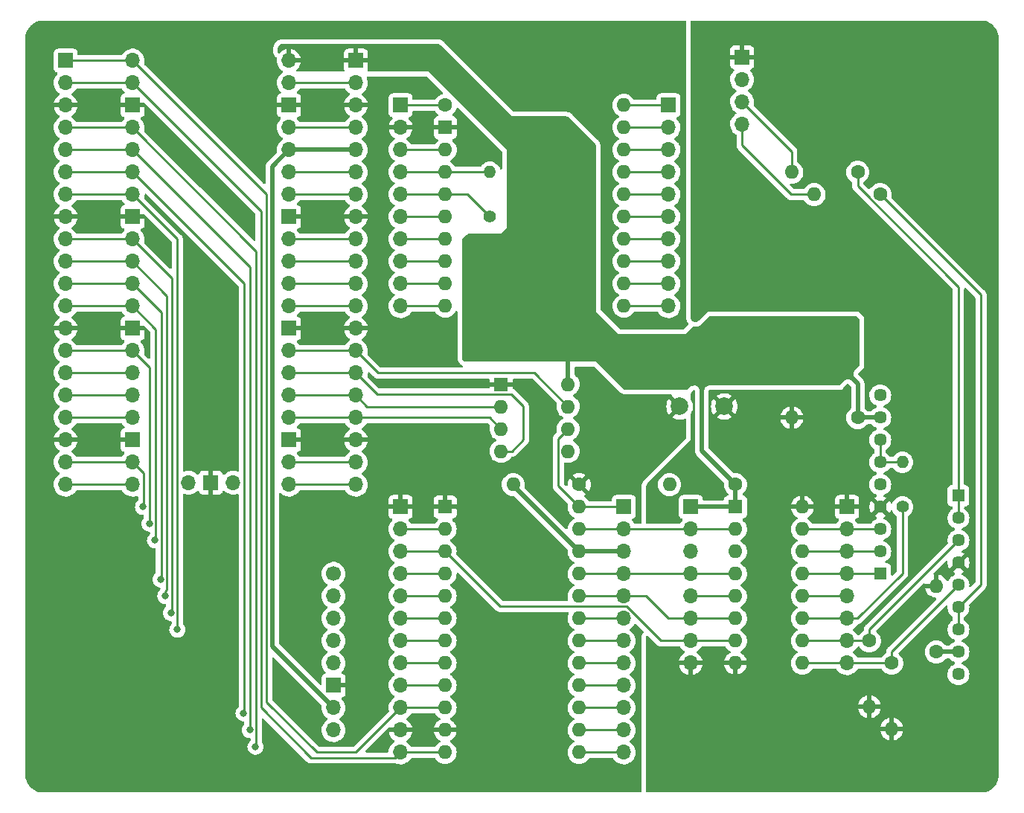
<source format=gbr>
%TF.GenerationSoftware,KiCad,Pcbnew,(6.0.7)*%
%TF.CreationDate,2022-09-18T20:43:17-07:00*%
%TF.ProjectId,module_board,6d6f6475-6c65-45f6-926f-6172642e6b69,rev?*%
%TF.SameCoordinates,Original*%
%TF.FileFunction,Copper,L2,Bot*%
%TF.FilePolarity,Positive*%
%FSLAX46Y46*%
G04 Gerber Fmt 4.6, Leading zero omitted, Abs format (unit mm)*
G04 Created by KiCad (PCBNEW (6.0.7)) date 2022-09-18 20:43:17*
%MOMM*%
%LPD*%
G01*
G04 APERTURE LIST*
%TA.AperFunction,ComponentPad*%
%ADD10R,1.600000X1.600000*%
%TD*%
%TA.AperFunction,ComponentPad*%
%ADD11O,1.600000X1.600000*%
%TD*%
%TA.AperFunction,ComponentPad*%
%ADD12C,1.600000*%
%TD*%
%TA.AperFunction,ComponentPad*%
%ADD13R,1.700000X1.700000*%
%TD*%
%TA.AperFunction,ComponentPad*%
%ADD14O,1.700000X1.700000*%
%TD*%
%TA.AperFunction,ComponentPad*%
%ADD15C,1.700000*%
%TD*%
%TA.AperFunction,ComponentPad*%
%ADD16C,1.450000*%
%TD*%
%TA.AperFunction,ComponentPad*%
%ADD17R,1.450000X1.450000*%
%TD*%
%TA.AperFunction,ComponentPad*%
%ADD18O,1.400000X1.400000*%
%TD*%
%TA.AperFunction,ComponentPad*%
%ADD19C,1.400000*%
%TD*%
%TA.AperFunction,ComponentPad*%
%ADD20C,2.000000*%
%TD*%
%TA.AperFunction,ViaPad*%
%ADD21C,0.800000*%
%TD*%
%TA.AperFunction,Conductor*%
%ADD22C,0.250000*%
%TD*%
%TA.AperFunction,Conductor*%
%ADD23C,0.500000*%
%TD*%
G04 APERTURE END LIST*
D10*
%TO.P,U4,1,Vss(GND)*%
%TO.N,GNDD*%
X148585000Y-93980000D03*
D11*
%TO.P,U4,2,~{IRQ}*%
%TO.N,/YM_Output/~{IRQ}*%
X148585000Y-96520000D03*
%TO.P,U4,3,~{IC}*%
%TO.N,~{ICL}*%
X148585000Y-99060000D03*
%TO.P,U4,4,A0*%
%TO.N,YM A0*%
X148585000Y-101600000D03*
%TO.P,U4,5,~{WR}*%
%TO.N,YM ~{WR}*%
X148585000Y-104140000D03*
%TO.P,U4,6,~{RD}*%
%TO.N,YM ~{RD}*%
X148585000Y-106680000D03*
%TO.P,U4,7,~{CS}*%
%TO.N,YM ~{CS}*%
X148585000Y-109220000D03*
%TO.P,U4,8,CT1*%
%TO.N,/YM_Output/CT1*%
X148585000Y-111760000D03*
%TO.P,U4,9,CT2*%
%TO.N,/YM_Output/CT2*%
X148585000Y-114300000D03*
%TO.P,U4,10,D0*%
%TO.N,D0*%
X148585000Y-116840000D03*
%TO.P,U4,11,Vss(GND)*%
%TO.N,GNDD*%
X148585000Y-119380000D03*
%TO.P,U4,12,D1*%
%TO.N,D1*%
X148585000Y-121920000D03*
%TO.P,U4,13,D2*%
%TO.N,D2*%
X163825000Y-121920000D03*
%TO.P,U4,14,D3*%
%TO.N,D3*%
X163825000Y-119380000D03*
%TO.P,U4,15,D4*%
%TO.N,D4*%
X163825000Y-116840000D03*
%TO.P,U4,16,D5*%
%TO.N,D5*%
X163825000Y-114300000D03*
%TO.P,U4,17,D6*%
%TO.N,D6*%
X163825000Y-111760000D03*
%TO.P,U4,18,D7*%
%TO.N,D7*%
X163825000Y-109220000D03*
%TO.P,U4,19,SHI2*%
%TO.N,/YM_Output/SH2*%
X163825000Y-106680000D03*
%TO.P,U4,20,SHI1*%
%TO.N,/YM_Output/SH1*%
X163825000Y-104140000D03*
%TO.P,U4,21,SO*%
%TO.N,/YM_Output/SO*%
X163825000Y-101600000D03*
%TO.P,U4,22,VDD(+5V)*%
%TO.N,YM ~{RD}*%
X163825000Y-99060000D03*
%TO.P,U4,23,\u03D51*%
%TO.N,/YM_Output/3012CLK*%
X163825000Y-96520000D03*
%TO.P,U4,24,\u03D5M*%
%TO.N,2151CLK*%
X163825000Y-93980000D03*
%TD*%
D12*
%TO.P,C1,1*%
%TO.N,GNDD*%
X163830000Y-91440000D03*
D11*
%TO.P,C1,2*%
%TO.N,YM ~{RD}*%
X156330000Y-91440000D03*
%TD*%
D10*
%TO.P,U2,1,GND*%
%TO.N,GNDD*%
X154950000Y-80020000D03*
D11*
%TO.P,U2,2,SDI*%
%TO.N,/SPI0 MOSI*%
X154950000Y-82560000D03*
%TO.P,U2,3,SCK*%
%TO.N,/SPI0 SCK*%
X154950000Y-85100000D03*
%TO.P,U2,4,~{CS}*%
%TO.N,/LTC ~{CS}*%
X154950000Y-87640000D03*
%TO.P,U2,5,~{CLK}*%
%TO.N,unconnected-(U2-Pad5)*%
X162570000Y-87640000D03*
%TO.P,U2,6,CLK*%
%TO.N,2151CLK*%
X162570000Y-85100000D03*
%TO.P,U2,7,OE*%
%TO.N,/LTC OE*%
X162570000Y-82560000D03*
%TO.P,U2,8,V+*%
%TO.N,YM ~{RD}*%
X162570000Y-80020000D03*
%TD*%
D13*
%TO.P,J7,1,Pin_1*%
%TO.N,2151CLK*%
X168910000Y-93980000D03*
D14*
%TO.P,J7,2,Pin_2*%
%TO.N,/YM_Output/3012CLK*%
X168910000Y-96520000D03*
%TO.P,J7,3,Pin_3*%
%TO.N,YM ~{RD}*%
X168910000Y-99060000D03*
%TO.P,J7,4,Pin_4*%
%TO.N,/YM_Output/SO*%
X168910000Y-101600000D03*
%TO.P,J7,5,Pin_5*%
%TO.N,/YM_Output/SH1*%
X168910000Y-104140000D03*
%TO.P,J7,6,Pin_6*%
%TO.N,/YM_Output/SH2*%
X168910000Y-106680000D03*
%TO.P,J7,7,Pin_7*%
%TO.N,D7*%
X168910000Y-109220000D03*
%TO.P,J7,8,Pin_8*%
%TO.N,D6*%
X168910000Y-111760000D03*
%TO.P,J7,9,Pin_9*%
%TO.N,D5*%
X168910000Y-114300000D03*
%TO.P,J7,10,Pin_10*%
%TO.N,D4*%
X168910000Y-116840000D03*
%TO.P,J7,11,Pin_11*%
%TO.N,D3*%
X168910000Y-119380000D03*
%TO.P,J7,12,Pin_12*%
%TO.N,D2*%
X168910000Y-121920000D03*
%TD*%
D13*
%TO.P,J6,1,Pin_1*%
%TO.N,GNDD*%
X143510000Y-93980000D03*
D14*
%TO.P,J6,2,Pin_2*%
%TO.N,/YM_Output/~{IRQ}*%
X143510000Y-96520000D03*
%TO.P,J6,3,Pin_3*%
%TO.N,~{ICL}*%
X143510000Y-99060000D03*
%TO.P,J6,4,Pin_4*%
%TO.N,YM A0*%
X143510000Y-101600000D03*
%TO.P,J6,5,Pin_5*%
%TO.N,YM ~{WR}*%
X143510000Y-104140000D03*
%TO.P,J6,6,Pin_6*%
%TO.N,YM ~{RD}*%
X143510000Y-106680000D03*
%TO.P,J6,7,Pin_7*%
%TO.N,YM ~{CS}*%
X143510000Y-109220000D03*
%TO.P,J6,8,Pin_8*%
%TO.N,/YM_Output/CT1*%
X143510000Y-111760000D03*
%TO.P,J6,9,Pin_9*%
%TO.N,/YM_Output/CT2*%
X143510000Y-114300000D03*
%TO.P,J6,10,Pin_10*%
%TO.N,D0*%
X143510000Y-116840000D03*
%TO.P,J6,11,Pin_11*%
%TO.N,GNDD*%
X143510000Y-119380000D03*
%TO.P,J6,12,Pin_12*%
%TO.N,D1*%
X143510000Y-121920000D03*
%TD*%
D15*
%TO.P,J2,1,DET*%
%TO.N,unconnected-(J2-Pad1)*%
X135890000Y-101600000D03*
D14*
%TO.P,J2,2,~{CS}*%
%TO.N,/SD ~{CS}*%
X135890000Y-104140000D03*
%TO.P,J2,3,DI*%
%TO.N,/SPI0 MOSI*%
X135890000Y-106680000D03*
%TO.P,J2,4,DO*%
%TO.N,/SPI0 MISO*%
X135890000Y-109220000D03*
%TO.P,J2,5,CLK*%
%TO.N,/SPI0 SCK*%
X135890000Y-111760000D03*
D13*
%TO.P,J2,6,GND*%
%TO.N,GNDD*%
X135890000Y-114300000D03*
D14*
%TO.P,J2,7,3V*%
%TO.N,+3V3*%
X135890000Y-116840000D03*
%TO.P,J2,8,5V*%
%TO.N,unconnected-(J2-Pad8)*%
X135890000Y-119380000D03*
%TD*%
%TO.P,J4,10,Pin_10*%
%TO.N,Net-(J4-Pad10)*%
X143515000Y-71120000D03*
%TO.P,J4,9,Pin_9*%
%TO.N,Net-(J4-Pad9)*%
X143515000Y-68580000D03*
%TO.P,J4,8,Pin_8*%
%TO.N,Net-(J4-Pad8)*%
X143515000Y-66040000D03*
%TO.P,J4,7,Pin_7*%
%TO.N,Net-(J4-Pad7)*%
X143515000Y-63500000D03*
%TO.P,J4,6,Pin_6*%
%TO.N,Net-(J4-Pad6)*%
X143515000Y-60960000D03*
%TO.P,J4,5,Pin_5*%
%TO.N,/SWDIO*%
X143515000Y-58420000D03*
%TO.P,J4,4,Pin_4*%
%TO.N,Net-(J4-Pad4)*%
X143515000Y-55880000D03*
%TO.P,J4,3,Pin_3*%
%TO.N,/SWCLK*%
X143515000Y-53340000D03*
%TO.P,J4,2,Pin_2*%
%TO.N,GNDD*%
X143515000Y-50800000D03*
D13*
%TO.P,J4,1,Pin_1*%
%TO.N,Net-(J4-Pad1)*%
X143515000Y-48260000D03*
%TD*%
D12*
%TO.P,U3,1,5V*%
%TO.N,Net-(J4-Pad1)*%
X148595000Y-48260000D03*
D10*
%TO.P,U3,2,GND*%
%TO.N,GNDD*%
X148595000Y-50800000D03*
D11*
%TO.P,U3,3,D0*%
%TO.N,/SWCLK*%
X148595000Y-53340000D03*
%TO.P,U3,4,D1*%
%TO.N,Net-(J4-Pad4)*%
X148595000Y-55880000D03*
%TO.P,U3,5,D2*%
%TO.N,/SWDIO*%
X148595000Y-58420000D03*
%TO.P,U3,6,D3*%
%TO.N,Net-(J4-Pad6)*%
X148595000Y-60960000D03*
%TO.P,U3,7,D4*%
%TO.N,Net-(J4-Pad7)*%
X148595000Y-63500000D03*
%TO.P,U3,8,D5*%
%TO.N,Net-(J4-Pad8)*%
X148595000Y-66040000D03*
%TO.P,U3,9,D6*%
%TO.N,Net-(J4-Pad9)*%
X148595000Y-68580000D03*
%TO.P,U3,10,D7*%
%TO.N,Net-(J4-Pad10)*%
X148595000Y-71120000D03*
%TO.P,U3,11,C0*%
%TO.N,Net-(J5-Pad10)*%
X168915000Y-71120000D03*
%TO.P,U3,12,C1*%
%TO.N,Net-(J5-Pad9)*%
X168915000Y-68580000D03*
%TO.P,U3,13,C2*%
%TO.N,Net-(J5-Pad8)*%
X168915000Y-66040000D03*
%TO.P,U3,14,C3*%
%TO.N,Net-(J5-Pad7)*%
X168915000Y-63500000D03*
%TO.P,U3,15,C4*%
%TO.N,Net-(J5-Pad6)*%
X168915000Y-60960000D03*
%TO.P,U3,16,C5*%
%TO.N,Net-(J5-Pad5)*%
X168915000Y-58420000D03*
%TO.P,U3,17,C6*%
%TO.N,Net-(J5-Pad4)*%
X168915000Y-55880000D03*
%TO.P,U3,18,C7*%
%TO.N,Net-(J5-Pad3)*%
X168915000Y-53340000D03*
%TO.P,U3,19,C8*%
%TO.N,Net-(J5-Pad2)*%
X168915000Y-50800000D03*
%TO.P,U3,20,C9*%
%TO.N,Net-(J5-Pad1)*%
X168915000Y-48260000D03*
%TD*%
D14*
%TO.P,J5,10,Pin_10*%
%TO.N,Net-(J5-Pad10)*%
X173995000Y-71120000D03*
%TO.P,J5,9,Pin_9*%
%TO.N,Net-(J5-Pad9)*%
X173995000Y-68580000D03*
%TO.P,J5,8,Pin_8*%
%TO.N,Net-(J5-Pad8)*%
X173995000Y-66040000D03*
%TO.P,J5,7,Pin_7*%
%TO.N,Net-(J5-Pad7)*%
X173995000Y-63500000D03*
%TO.P,J5,6,Pin_6*%
%TO.N,Net-(J5-Pad6)*%
X173995000Y-60960000D03*
%TO.P,J5,5,Pin_5*%
%TO.N,Net-(J5-Pad5)*%
X173995000Y-58420000D03*
%TO.P,J5,4,Pin_4*%
%TO.N,Net-(J5-Pad4)*%
X173995000Y-55880000D03*
%TO.P,J5,3,Pin_3*%
%TO.N,Net-(J5-Pad3)*%
X173995000Y-53340000D03*
%TO.P,J5,2,Pin_2*%
%TO.N,Net-(J5-Pad2)*%
X173995000Y-50800000D03*
D13*
%TO.P,J5,1,Pin_1*%
%TO.N,Net-(J5-Pad1)*%
X173995000Y-48260000D03*
%TD*%
D14*
%TO.P,U1,43,SWDIO*%
%TO.N,/SWDIO*%
X124460000Y-91210000D03*
D13*
%TO.P,U1,42,GND*%
%TO.N,GNDD*%
X121920000Y-91210000D03*
D14*
%TO.P,U1,41,SWCLK*%
%TO.N,/SWCLK*%
X119380000Y-91210000D03*
%TO.P,U1,40,VBUS*%
%TO.N,YM ~{RD}*%
X130810000Y-43180000D03*
%TO.P,U1,39,VSYS*%
%TO.N,Net-(J3-Pad2)*%
X130810000Y-45720000D03*
D13*
%TO.P,U1,38,GND*%
%TO.N,GNDD*%
X130810000Y-48260000D03*
D14*
%TO.P,U1,37,3V3_EN*%
%TO.N,Net-(J3-Pad4)*%
X130810000Y-50800000D03*
%TO.P,U1,36,3V3*%
%TO.N,+3V3*%
X130810000Y-53340000D03*
%TO.P,U1,35,ADC_VREF*%
%TO.N,Net-(J3-Pad6)*%
X130810000Y-55880000D03*
%TO.P,U1,34,GPIO28_ADC2*%
%TO.N,Net-(J3-Pad7)*%
X130810000Y-58420000D03*
D13*
%TO.P,U1,33,AGND*%
%TO.N,GNDD*%
X130810000Y-60960000D03*
D14*
%TO.P,U1,32,GPIO27_ADC1*%
%TO.N,Net-(J3-Pad9)*%
X130810000Y-63500000D03*
%TO.P,U1,31,GPIO26_ADC0*%
%TO.N,Net-(J3-Pad10)*%
X130810000Y-66040000D03*
%TO.P,U1,30,RUN*%
%TO.N,Net-(J3-Pad11)*%
X130810000Y-68580000D03*
%TO.P,U1,29,GPIO22*%
%TO.N,Net-(J3-Pad12)*%
X130810000Y-71120000D03*
D13*
%TO.P,U1,28,GND*%
%TO.N,GNDD*%
X130810000Y-73660000D03*
D14*
%TO.P,U1,27,GPIO21*%
%TO.N,/LTC OE*%
X130810000Y-76200000D03*
%TO.P,U1,26,GPIO20*%
%TO.N,/LTC ~{CS}*%
X130810000Y-78740000D03*
%TO.P,U1,25,GPIO19*%
%TO.N,/SPI0 MOSI*%
X130810000Y-81280000D03*
%TO.P,U1,24,GPIO18*%
%TO.N,/SPI0 SCK*%
X130810000Y-83820000D03*
D13*
%TO.P,U1,23,GND*%
%TO.N,GNDD*%
X130810000Y-86360000D03*
D14*
%TO.P,U1,22,GPIO17*%
%TO.N,/SD ~{CS}*%
X130810000Y-88900000D03*
%TO.P,U1,21,GPIO16*%
%TO.N,/SPI0 MISO*%
X130810000Y-91440000D03*
%TO.P,U1,20,GPIO15*%
%TO.N,Net-(J1-Pad20)*%
X113030000Y-91440000D03*
%TO.P,U1,19,GPIO14*%
%TO.N,~{ICL}*%
X113030000Y-88900000D03*
D13*
%TO.P,U1,18,GND*%
%TO.N,GNDD*%
X113030000Y-86360000D03*
D14*
%TO.P,U1,17,GPIO13*%
%TO.N,Net-(J1-Pad17)*%
X113030000Y-83820000D03*
%TO.P,U1,16,GPIO12*%
%TO.N,Net-(J1-Pad16)*%
X113030000Y-81280000D03*
%TO.P,U1,15,GPIO11*%
%TO.N,Net-(J1-Pad15)*%
X113030000Y-78740000D03*
%TO.P,U1,14,GPIO10*%
%TO.N,YM A0*%
X113030000Y-76200000D03*
D13*
%TO.P,U1,13,GND*%
%TO.N,GNDD*%
X113030000Y-73660000D03*
D14*
%TO.P,U1,12,GPIO9*%
%TO.N,YM ~{WR}*%
X113030000Y-71120000D03*
%TO.P,U1,11,GPIO8*%
%TO.N,YM ~{CS}*%
X113030000Y-68580000D03*
%TO.P,U1,10,GPIO7*%
%TO.N,D7*%
X113030000Y-66040000D03*
%TO.P,U1,9,GPIO6*%
%TO.N,D6*%
X113030000Y-63500000D03*
D13*
%TO.P,U1,8,GND*%
%TO.N,GNDD*%
X113030000Y-60960000D03*
D14*
%TO.P,U1,7,GPIO5*%
%TO.N,D5*%
X113030000Y-58420000D03*
%TO.P,U1,6,GPIO4*%
%TO.N,D4*%
X113030000Y-55880000D03*
%TO.P,U1,5,GPIO3*%
%TO.N,D3*%
X113030000Y-53340000D03*
%TO.P,U1,4,GPIO2*%
%TO.N,D2*%
X113030000Y-50800000D03*
D13*
%TO.P,U1,3,GND*%
%TO.N,GNDD*%
X113030000Y-48260000D03*
D14*
%TO.P,U1,2,GPIO1*%
%TO.N,D1*%
X113030000Y-45720000D03*
%TO.P,U1,1,GPIO0*%
%TO.N,D0*%
X113030000Y-43180000D03*
%TD*%
D16*
%TO.P,U7,9*%
%TO.N,N/C*%
X206980000Y-113030000D03*
%TO.P,U7,8,V+*%
%TO.N,YM ~{RD}*%
X206980000Y-110490000D03*
%TO.P,U7,7*%
%TO.N,/YM_Output/L-OUT_{AMP}*%
X206980000Y-107950000D03*
%TO.P,U7,6,-*%
X206980000Y-105410000D03*
%TO.P,U7,5,+*%
%TO.N,/YM_Output/CH-1*%
X206980000Y-102870000D03*
%TO.P,U7,4,V-*%
%TO.N,GNDA*%
X206980000Y-100330000D03*
%TO.P,U7,3,+*%
%TO.N,/YM_Output/CH-2*%
X206980000Y-97790000D03*
%TO.P,U7,2,-*%
%TO.N,/YM_Output/R-OUT_{AMP}*%
X206980000Y-95250000D03*
D17*
%TO.P,U7,1*%
X206980000Y-92710000D03*
%TD*%
D16*
%TO.P,U6,9*%
%TO.N,N/C*%
X198090000Y-81280000D03*
%TO.P,U6,8,V+*%
%TO.N,YM ~{RD}*%
X198090000Y-83820000D03*
%TO.P,U6,7*%
%TO.N,Net-(R2-Pad2)*%
X198090000Y-86360000D03*
%TO.P,U6,6,-*%
X198090000Y-88900000D03*
%TO.P,U6,5,+*%
%TO.N,/YM_Output/ToBUFF*%
X198090000Y-91440000D03*
%TO.P,U6,4,V-*%
%TO.N,GNDA*%
X198090000Y-93980000D03*
%TO.P,U6,3,+*%
%TO.N,/YM_Output/R_{B}*%
X198090000Y-96520000D03*
%TO.P,U6,2,-*%
%TO.N,/YM_Output/BC*%
X198090000Y-99060000D03*
D17*
%TO.P,U6,1*%
%TO.N,/YM_Output/MP*%
X198090000Y-101600000D03*
%TD*%
D11*
%TO.P,U5,16,AGND(VSS)*%
%TO.N,GNDA*%
X189230000Y-93980000D03*
%TO.P,U5,15,RB*%
%TO.N,/YM_Output/R_{B}*%
X189230000Y-96520000D03*
%TO.P,U5,14,BC*%
%TO.N,/YM_Output/BC*%
X189230000Y-99060000D03*
%TO.P,U5,13,MP*%
%TO.N,/YM_Output/MP*%
X189230000Y-101600000D03*
%TO.P,U5,12,ToBUFF*%
%TO.N,/YM_Output/ToBUFF*%
X189230000Y-104140000D03*
%TO.P,U5,11,COM*%
%TO.N,/YM_Output/COM*%
X189230000Y-106680000D03*
%TO.P,U5,10,OUT-CH2*%
%TO.N,/YM_Output/CH-2*%
X189230000Y-109220000D03*
%TO.P,U5,9,OUT-CH1*%
%TO.N,/YM_Output/CH-1*%
X189230000Y-111760000D03*
%TO.P,U5,8,AGND(VSS)*%
%TO.N,GNDA*%
X181610000Y-111760000D03*
%TO.P,U5,7,~{ICL}*%
%TO.N,~{ICL}*%
X181610000Y-109220000D03*
%TO.P,U5,6,SAM1*%
%TO.N,/YM_Output/SH1*%
X181610000Y-106680000D03*
%TO.P,U5,5,SAM2*%
%TO.N,/YM_Output/SH2*%
X181610000Y-104140000D03*
%TO.P,U5,4,DATA*%
%TO.N,/YM_Output/SO*%
X181610000Y-101600000D03*
%TO.P,U5,3,DGND(VSS)*%
%TO.N,GNDD*%
X181610000Y-99060000D03*
%TO.P,U5,2,CLK\u03D51*%
%TO.N,/YM_Output/3012CLK*%
X181610000Y-96520000D03*
D10*
%TO.P,U5,1,VDD*%
%TO.N,YM ~{RD}*%
X181610000Y-93980000D03*
%TD*%
D18*
%TO.P,R2,2*%
%TO.N,Net-(R2-Pad2)*%
X200600000Y-88900000D03*
D19*
%TO.P,R2,1*%
%TO.N,/YM_Output/COM*%
X200600000Y-93980000D03*
%TD*%
%TO.P,R1,1*%
%TO.N,/SWDIO*%
X153670000Y-60960000D03*
D18*
%TO.P,R1,2*%
%TO.N,Net-(J4-Pad4)*%
X153670000Y-55880000D03*
%TD*%
D13*
%TO.P,J10,1,S*%
%TO.N,GNDA*%
X182372000Y-42799000D03*
D14*
%TO.P,J10,2,R2*%
%TO.N,unconnected-(J10-Pad2)*%
X182372000Y-45339000D03*
%TO.P,J10,3,R1*%
%TO.N,/YM_Output/OUT-R*%
X182372000Y-47879000D03*
%TO.P,J10,4,T*%
%TO.N,/YM_Output/OUT-L*%
X182372000Y-50419000D03*
%TD*%
D13*
%TO.P,J9,1,Pin_1*%
%TO.N,GNDA*%
X194310000Y-93980000D03*
D14*
%TO.P,J9,2,Pin_2*%
%TO.N,/YM_Output/R_{B}*%
X194310000Y-96520000D03*
%TO.P,J9,3,Pin_3*%
%TO.N,/YM_Output/BC*%
X194310000Y-99060000D03*
%TO.P,J9,4,Pin_4*%
%TO.N,/YM_Output/MP*%
X194310000Y-101600000D03*
%TO.P,J9,5,Pin_5*%
%TO.N,/YM_Output/ToBUFF*%
X194310000Y-104140000D03*
%TO.P,J9,6,Pin_6*%
%TO.N,/YM_Output/COM*%
X194310000Y-106680000D03*
%TO.P,J9,7,Pin_7*%
%TO.N,/YM_Output/CH-2*%
X194310000Y-109220000D03*
%TO.P,J9,8,Pin_8*%
%TO.N,/YM_Output/CH-1*%
X194310000Y-111760000D03*
%TD*%
D13*
%TO.P,J8,1,Pin_1*%
%TO.N,YM ~{RD}*%
X176530000Y-93980000D03*
D14*
%TO.P,J8,2,Pin_2*%
%TO.N,/YM_Output/3012CLK*%
X176530000Y-96520000D03*
%TO.P,J8,3,Pin_3*%
%TO.N,GNDD*%
X176530000Y-99060000D03*
%TO.P,J8,4,Pin_4*%
%TO.N,/YM_Output/SO*%
X176530000Y-101600000D03*
%TO.P,J8,5,Pin_5*%
%TO.N,/YM_Output/SH2*%
X176530000Y-104140000D03*
%TO.P,J8,6,Pin_6*%
%TO.N,/YM_Output/SH1*%
X176530000Y-106680000D03*
%TO.P,J8,7,Pin_7*%
%TO.N,~{ICL}*%
X176530000Y-109220000D03*
%TO.P,J8,8,Pin_8*%
%TO.N,GNDA*%
X176530000Y-111760000D03*
%TD*%
%TO.P,J3,20,Pin_20*%
%TO.N,/SPI0 MISO*%
X138430000Y-91440000D03*
%TO.P,J3,19,Pin_19*%
%TO.N,/SD ~{CS}*%
X138430000Y-88900000D03*
%TO.P,J3,18,Pin_18*%
%TO.N,GNDD*%
X138430000Y-86360000D03*
%TO.P,J3,17,Pin_17*%
%TO.N,/SPI0 SCK*%
X138430000Y-83820000D03*
%TO.P,J3,16,Pin_16*%
%TO.N,/SPI0 MOSI*%
X138430000Y-81280000D03*
%TO.P,J3,15,Pin_15*%
%TO.N,/LTC ~{CS}*%
X138430000Y-78740000D03*
%TO.P,J3,14,Pin_14*%
%TO.N,/LTC OE*%
X138430000Y-76200000D03*
%TO.P,J3,13,Pin_13*%
%TO.N,GNDD*%
X138430000Y-73660000D03*
%TO.P,J3,12,Pin_12*%
%TO.N,Net-(J3-Pad12)*%
X138430000Y-71120000D03*
%TO.P,J3,11,Pin_11*%
%TO.N,Net-(J3-Pad11)*%
X138430000Y-68580000D03*
%TO.P,J3,10,Pin_10*%
%TO.N,Net-(J3-Pad10)*%
X138430000Y-66040000D03*
%TO.P,J3,9,Pin_9*%
%TO.N,Net-(J3-Pad9)*%
X138430000Y-63500000D03*
%TO.P,J3,8,Pin_8*%
%TO.N,GNDD*%
X138430000Y-60960000D03*
%TO.P,J3,7,Pin_7*%
%TO.N,Net-(J3-Pad7)*%
X138430000Y-58420000D03*
%TO.P,J3,6,Pin_6*%
%TO.N,Net-(J3-Pad6)*%
X138430000Y-55880000D03*
%TO.P,J3,5,Pin_5*%
%TO.N,+3V3*%
X138430000Y-53340000D03*
%TO.P,J3,4,Pin_4*%
%TO.N,Net-(J3-Pad4)*%
X138430000Y-50800000D03*
%TO.P,J3,3,Pin_3*%
%TO.N,GNDD*%
X138430000Y-48260000D03*
%TO.P,J3,2,Pin_2*%
%TO.N,Net-(J3-Pad2)*%
X138430000Y-45720000D03*
D13*
%TO.P,J3,1,Pin_1*%
%TO.N,YM ~{RD}*%
X138430000Y-43180000D03*
%TD*%
D14*
%TO.P,J1,20,Pin_20*%
%TO.N,Net-(J1-Pad20)*%
X105410000Y-91440000D03*
%TO.P,J1,19,Pin_19*%
%TO.N,~{ICL}*%
X105410000Y-88900000D03*
%TO.P,J1,18,Pin_18*%
%TO.N,GNDD*%
X105410000Y-86360000D03*
%TO.P,J1,17,Pin_17*%
%TO.N,Net-(J1-Pad17)*%
X105410000Y-83820000D03*
%TO.P,J1,16,Pin_16*%
%TO.N,Net-(J1-Pad16)*%
X105410000Y-81280000D03*
%TO.P,J1,15,Pin_15*%
%TO.N,Net-(J1-Pad15)*%
X105410000Y-78740000D03*
%TO.P,J1,14,Pin_14*%
%TO.N,YM A0*%
X105410000Y-76200000D03*
%TO.P,J1,13,Pin_13*%
%TO.N,GNDD*%
X105410000Y-73660000D03*
%TO.P,J1,12,Pin_12*%
%TO.N,YM ~{WR}*%
X105410000Y-71120000D03*
%TO.P,J1,11,Pin_11*%
%TO.N,YM ~{CS}*%
X105410000Y-68580000D03*
%TO.P,J1,10,Pin_10*%
%TO.N,D7*%
X105410000Y-66040000D03*
%TO.P,J1,9,Pin_9*%
%TO.N,D6*%
X105410000Y-63500000D03*
%TO.P,J1,8,Pin_8*%
%TO.N,GNDD*%
X105410000Y-60960000D03*
%TO.P,J1,7,Pin_7*%
%TO.N,D5*%
X105410000Y-58420000D03*
%TO.P,J1,6,Pin_6*%
%TO.N,D4*%
X105410000Y-55880000D03*
%TO.P,J1,5,Pin_5*%
%TO.N,D3*%
X105410000Y-53340000D03*
%TO.P,J1,4,Pin_4*%
%TO.N,D2*%
X105410000Y-50800000D03*
%TO.P,J1,3,Pin_3*%
%TO.N,GNDD*%
X105410000Y-48260000D03*
%TO.P,J1,2,Pin_2*%
%TO.N,D1*%
X105410000Y-45720000D03*
D13*
%TO.P,J1,1,Pin_1*%
%TO.N,D0*%
X105410000Y-43180000D03*
%TD*%
D20*
%TO.P,FB1,1*%
%TO.N,GNDD*%
X175260000Y-82550000D03*
%TO.P,FB1,2*%
%TO.N,GNDA*%
X180340000Y-82550000D03*
%TD*%
D12*
%TO.P,C8,1*%
%TO.N,YM ~{RD}*%
X204470000Y-110490000D03*
D11*
%TO.P,C8,2*%
%TO.N,GNDA*%
X204470000Y-102990000D03*
%TD*%
D12*
%TO.P,C7,1*%
%TO.N,YM ~{RD}*%
X195520000Y-83820000D03*
D11*
%TO.P,C7,2*%
%TO.N,GNDA*%
X188020000Y-83820000D03*
%TD*%
%TO.P,C6,2*%
%TO.N,/YM_Output/OUT-L*%
X190560000Y-58420000D03*
D12*
%TO.P,C6,1*%
%TO.N,/YM_Output/L-OUT_{AMP}*%
X198060000Y-58420000D03*
%TD*%
D11*
%TO.P,C5,2*%
%TO.N,/YM_Output/OUT-R*%
X188020000Y-55880000D03*
D12*
%TO.P,C5,1*%
%TO.N,/YM_Output/R-OUT_{AMP}*%
X195520000Y-55880000D03*
%TD*%
D11*
%TO.P,C4,2*%
%TO.N,GNDA*%
X199390000Y-119260000D03*
D12*
%TO.P,C4,1*%
%TO.N,/YM_Output/CH-1*%
X199390000Y-111760000D03*
%TD*%
%TO.P,C3,1*%
%TO.N,/YM_Output/CH-2*%
X196850000Y-109220000D03*
D11*
%TO.P,C3,2*%
%TO.N,GNDA*%
X196850000Y-116720000D03*
%TD*%
%TO.P,C2,2*%
%TO.N,GNDD*%
X174110000Y-91440000D03*
D12*
%TO.P,C2,1*%
%TO.N,YM ~{RD}*%
X181610000Y-91440000D03*
%TD*%
D21*
%TO.N,D7*%
X116750500Y-104140000D03*
%TO.N,YM ~{RD}*%
X158750000Y-52070000D03*
X158115000Y-69850000D03*
%TO.N,GNDD*%
X158750000Y-44450000D03*
X171450000Y-44450000D03*
X114300000Y-114300000D03*
X121920000Y-76200000D03*
X121920000Y-96520000D03*
X137160000Y-96520000D03*
%TO.N,YM ~{RD}*%
X177800000Y-76200000D03*
X190500000Y-76200000D03*
%TO.N,GNDA*%
X208280000Y-82550000D03*
X204470000Y-62230000D03*
X201930000Y-83820000D03*
X201930000Y-97790000D03*
X200660000Y-106680000D03*
X209550000Y-107950000D03*
X209550000Y-120650000D03*
X177800000Y-114300000D03*
X184150000Y-120650000D03*
X190500000Y-114300000D03*
X184150000Y-107950000D03*
X184150000Y-95250000D03*
X190500000Y-88900000D03*
X203200000Y-76200000D03*
X209550000Y-57150000D03*
X196850000Y-69850000D03*
X177800000Y-50800000D03*
X184150000Y-44450000D03*
X196850000Y-44450000D03*
X190500000Y-50800000D03*
X184150000Y-57150000D03*
X177800000Y-63500000D03*
X184150000Y-69850000D03*
X190500000Y-63500000D03*
X203200000Y-50800000D03*
X209550000Y-44450000D03*
%TO.N,GNDD*%
X161544000Y-103632000D03*
X156210000Y-110490000D03*
%TO.N,D2*%
X127000000Y-121285000D03*
%TO.N,D3*%
X126365000Y-119380000D03*
%TO.N,D4*%
X125640500Y-117475000D03*
%TO.N,D5*%
X118110000Y-107950000D03*
%TO.N,D6*%
X117385500Y-106045000D03*
%TO.N,YM ~{CS}*%
X116205000Y-102235000D03*
%TO.N,YM ~{WR}*%
X115570000Y-97790000D03*
%TO.N,YM A0*%
X114935000Y-95885000D03*
%TO.N,~{ICL}*%
X114210500Y-93980000D03*
%TD*%
D22*
%TO.N,D6*%
X113030000Y-63500000D02*
X117475000Y-67945000D01*
%TO.N,D7*%
X116750500Y-103594500D02*
X116750500Y-104140000D01*
X116929500Y-103415500D02*
X116750500Y-103594500D01*
X116929500Y-69939500D02*
X116929500Y-103415500D01*
X113030000Y-66040000D02*
X116929500Y-69939500D01*
%TO.N,D6*%
X117475000Y-67945000D02*
X117475000Y-105955500D01*
X117475000Y-105955500D02*
X117385500Y-106045000D01*
D23*
%TO.N,+3V3*%
X130810000Y-53340000D02*
X138430000Y-53340000D01*
%TO.N,YM ~{RD}*%
X181610000Y-91440000D02*
X177800000Y-87630000D01*
X177800000Y-87630000D02*
X177800000Y-81280000D01*
X177800000Y-81280000D02*
X177800000Y-80010000D01*
X195520000Y-83820000D02*
X195520000Y-79950000D01*
X195520000Y-79950000D02*
X194310000Y-78740000D01*
%TO.N,+3V3*%
X135890000Y-116840000D02*
X128905000Y-109855000D01*
X128905000Y-55245000D02*
X130810000Y-53340000D01*
X128905000Y-109855000D02*
X128905000Y-55245000D01*
%TO.N,YM ~{RD}*%
X162570000Y-80020000D02*
X162570000Y-76210000D01*
X162570000Y-76210000D02*
X162560000Y-76200000D01*
D22*
%TO.N,D2*%
X127089500Y-121195500D02*
X127000000Y-121285000D01*
X127089500Y-64859500D02*
X127089500Y-121195500D01*
X113030000Y-50800000D02*
X127089500Y-64859500D01*
%TO.N,D3*%
X113030000Y-53340000D02*
X126365000Y-66675000D01*
X126365000Y-66675000D02*
X126365000Y-119380000D01*
%TO.N,D4*%
X125730000Y-68580000D02*
X125730000Y-117385500D01*
X113030000Y-55880000D02*
X125730000Y-68580000D01*
X125730000Y-117385500D02*
X125640500Y-117475000D01*
%TO.N,D5*%
X113030000Y-58420000D02*
X118110000Y-63500000D01*
X118110000Y-63500000D02*
X118110000Y-107950000D01*
%TO.N,YM ~{CS}*%
X116294500Y-71844500D02*
X116294500Y-102145500D01*
X113030000Y-68580000D02*
X116294500Y-71844500D01*
X116294500Y-102145500D02*
X116205000Y-102235000D01*
%TO.N,YM ~{WR}*%
X113030000Y-71120000D02*
X115659500Y-73749500D01*
X115659500Y-73749500D02*
X115659500Y-97700500D01*
X115659500Y-97700500D02*
X115570000Y-97790000D01*
%TO.N,YM A0*%
X113030000Y-76200000D02*
X114935000Y-78105000D01*
X114935000Y-78105000D02*
X114935000Y-95885000D01*
%TO.N,~{ICL}*%
X114300000Y-93890500D02*
X114210500Y-93980000D01*
X114300000Y-90170000D02*
X114300000Y-93890500D01*
X113030000Y-88900000D02*
X114300000Y-90170000D01*
%TO.N,YM ~{RD}*%
X143510000Y-106680000D02*
X148585000Y-106680000D01*
D23*
%TO.N,GNDD*%
X148585000Y-93980000D02*
X143510000Y-93980000D01*
D22*
%TO.N,D2*%
X168910000Y-121920000D02*
X163825000Y-121920000D01*
%TO.N,/YM_Output/SH1*%
X163825000Y-104140000D02*
X168910000Y-104140000D01*
D23*
%TO.N,YM ~{RD}*%
X156330000Y-91565000D02*
X156330000Y-91440000D01*
D22*
%TO.N,~{ICL}*%
X148585000Y-99060000D02*
X143510000Y-99060000D01*
%TO.N,D1*%
X148585000Y-121920000D02*
X143510000Y-121920000D01*
%TO.N,D0*%
X143510000Y-116840000D02*
X148585000Y-116840000D01*
%TO.N,YM A0*%
X143510000Y-101600000D02*
X148585000Y-101600000D01*
%TO.N,/YM_Output/SH2*%
X168910000Y-106680000D02*
X163825000Y-106680000D01*
%TO.N,/YM_Output/CT2*%
X148585000Y-114300000D02*
X143510000Y-114300000D01*
D23*
%TO.N,YM ~{RD}*%
X168910000Y-99060000D02*
X163825000Y-99060000D01*
D22*
%TO.N,D6*%
X168910000Y-111760000D02*
X163825000Y-111760000D01*
%TO.N,YM ~{CS}*%
X148585000Y-109220000D02*
X143510000Y-109220000D01*
%TO.N,2151CLK*%
X162570000Y-85100000D02*
X161445000Y-86225000D01*
X161445000Y-91600000D02*
X163825000Y-93980000D01*
X161445000Y-86225000D02*
X161445000Y-91600000D01*
%TO.N,D7*%
X163825000Y-109220000D02*
X168910000Y-109220000D01*
D23*
%TO.N,GNDD*%
X148585000Y-119380000D02*
X143510000Y-119380000D01*
D22*
%TO.N,/YM_Output/SO*%
X168910000Y-101600000D02*
X163825000Y-101600000D01*
D23*
%TO.N,YM ~{RD}*%
X163825000Y-99060000D02*
X156330000Y-91565000D01*
D22*
%TO.N,D3*%
X163825000Y-119380000D02*
X168910000Y-119380000D01*
%TO.N,D4*%
X168910000Y-116840000D02*
X163825000Y-116840000D01*
%TO.N,D5*%
X163825000Y-114300000D02*
X168910000Y-114300000D01*
%TO.N,/YM_Output/CT1*%
X143510000Y-111760000D02*
X148585000Y-111760000D01*
%TO.N,/YM_Output/~{IRQ}*%
X143510000Y-96520000D02*
X148585000Y-96520000D01*
%TO.N,YM ~{WR}*%
X148585000Y-104140000D02*
X143510000Y-104140000D01*
%TO.N,2151CLK*%
X163825000Y-93980000D02*
X168910000Y-93980000D01*
%TO.N,/YM_Output/3012CLK*%
X168910000Y-96520000D02*
X163825000Y-96520000D01*
%TO.N,~{ICL}*%
X176530000Y-109220000D02*
X173111701Y-109220000D01*
X173111701Y-109220000D02*
X169206701Y-105315000D01*
X169206701Y-105315000D02*
X154840000Y-105315000D01*
X154840000Y-105315000D02*
X148585000Y-99060000D01*
%TO.N,Net-(J4-Pad4)*%
X153670000Y-55880000D02*
X148595000Y-55880000D01*
%TO.N,/SWDIO*%
X153670000Y-60960000D02*
X151130000Y-58420000D01*
X151130000Y-58420000D02*
X148595000Y-58420000D01*
%TO.N,D1*%
X113030000Y-45720000D02*
X127635000Y-60325000D01*
X127635000Y-116840000D02*
X133350000Y-122555000D01*
X127635000Y-60325000D02*
X127635000Y-116840000D01*
X133350000Y-122555000D02*
X142875000Y-122555000D01*
X142875000Y-122555000D02*
X143510000Y-121920000D01*
%TO.N,D0*%
X128270000Y-95250000D02*
X128270000Y-116205000D01*
X128270000Y-116205000D02*
X133985000Y-121920000D01*
X113030000Y-43180000D02*
X128270000Y-58420000D01*
X128270000Y-58420000D02*
X128270000Y-95250000D01*
X143510000Y-116840000D02*
X138430000Y-121920000D01*
X138430000Y-121920000D02*
X137795000Y-121920000D01*
X137795000Y-121920000D02*
X133985000Y-121920000D01*
%TO.N,/YM_Output/OUT-L*%
X190560000Y-58420000D02*
X187960000Y-58420000D01*
X187960000Y-58420000D02*
X182372000Y-52832000D01*
X182372000Y-52832000D02*
X182372000Y-50419000D01*
%TO.N,/YM_Output/OUT-R*%
X188020000Y-55880000D02*
X188020000Y-53527000D01*
X188020000Y-53527000D02*
X182372000Y-47879000D01*
%TO.N,/YM_Output/R-OUT_{AMP}*%
X195520000Y-55880000D02*
X195520000Y-57470991D01*
X195520000Y-57470991D02*
X206980000Y-68930991D01*
X206980000Y-68930991D02*
X206980000Y-92710000D01*
X206980000Y-92710000D02*
X206980000Y-95250000D01*
%TO.N,/YM_Output/L-OUT_{AMP}*%
X206980000Y-107950000D02*
X206980000Y-105410000D01*
X198060000Y-58420000D02*
X209490000Y-69850000D01*
X209490000Y-69850000D02*
X209550000Y-69850000D01*
X209550000Y-69850000D02*
X209550000Y-102840000D01*
X209550000Y-102840000D02*
X206980000Y-105410000D01*
D23*
%TO.N,YM ~{RD}*%
X204470000Y-110490000D02*
X206980000Y-110490000D01*
D22*
%TO.N,/YM_Output/CH-2*%
X196850000Y-109220000D02*
X196850000Y-107920000D01*
X196850000Y-107920000D02*
X206980000Y-97790000D01*
%TO.N,/YM_Output/CH-1*%
X199390000Y-111760000D02*
X199390000Y-110460000D01*
X199390000Y-110460000D02*
X206980000Y-102870000D01*
X194310000Y-111760000D02*
X199390000Y-111760000D01*
%TO.N,/YM_Output/CH-2*%
X194310000Y-109220000D02*
X196850000Y-109220000D01*
D23*
%TO.N,YM ~{RD}*%
X195520000Y-83820000D02*
X198090000Y-83820000D01*
D22*
%TO.N,Net-(R2-Pad2)*%
X198090000Y-86360000D02*
X198090000Y-88900000D01*
X200600000Y-88900000D02*
X198090000Y-88900000D01*
%TO.N,/YM_Output/COM*%
X200600000Y-93980000D02*
X200600000Y-101592081D01*
X200600000Y-101592081D02*
X195512081Y-106680000D01*
X195512081Y-106680000D02*
X194310000Y-106680000D01*
%TO.N,/YM_Output/MP*%
X194310000Y-101600000D02*
X198090000Y-101600000D01*
%TO.N,/YM_Output/BC*%
X194310000Y-99060000D02*
X198090000Y-99060000D01*
%TO.N,/YM_Output/R_{B}*%
X194310000Y-96520000D02*
X198090000Y-96520000D01*
D23*
%TO.N,YM ~{RD}*%
X181610000Y-93980000D02*
X181610000Y-91440000D01*
D22*
%TO.N,/YM_Output/SH1*%
X168910000Y-104140000D02*
X171450000Y-104140000D01*
X171450000Y-104140000D02*
X173990000Y-106680000D01*
X173990000Y-106680000D02*
X176530000Y-106680000D01*
%TO.N,/YM_Output/SO*%
X168910000Y-101600000D02*
X176530000Y-101600000D01*
%TO.N,/YM_Output/3012CLK*%
X168910000Y-96520000D02*
X176530000Y-96520000D01*
%TO.N,/LTC OE*%
X162570000Y-82560000D02*
X158750000Y-78740000D01*
X140970000Y-78740000D02*
X138430000Y-76200000D01*
X158750000Y-78740000D02*
X140970000Y-78740000D01*
%TO.N,/LTC ~{CS}*%
X138430000Y-78740000D02*
X140835000Y-81145000D01*
X156075000Y-81145000D02*
X157480000Y-82550000D01*
X156200000Y-87640000D02*
X154950000Y-87640000D01*
X140835000Y-81145000D02*
X156075000Y-81145000D01*
X157480000Y-82550000D02*
X157480000Y-86360000D01*
X157480000Y-86360000D02*
X156200000Y-87640000D01*
%TO.N,/SPI0 MOSI*%
X154950000Y-82560000D02*
X139710000Y-82560000D01*
X139710000Y-82560000D02*
X138430000Y-81280000D01*
%TO.N,/SPI0 SCK*%
X138430000Y-83820000D02*
X153670000Y-83820000D01*
X153670000Y-83820000D02*
X154950000Y-85100000D01*
D23*
%TO.N,GNDD*%
X113030000Y-48260000D02*
X105410000Y-48260000D01*
X113030000Y-60960000D02*
X105410000Y-60960000D01*
X113030000Y-73660000D02*
X105410000Y-73660000D01*
X113030000Y-86360000D02*
X105410000Y-86360000D01*
X130810000Y-86360000D02*
X138430000Y-86360000D01*
X138430000Y-73660000D02*
X130810000Y-73660000D01*
X130810000Y-60960000D02*
X138430000Y-60960000D01*
X138430000Y-48260000D02*
X130810000Y-48260000D01*
%TO.N,YM ~{RD}*%
X130810000Y-43180000D02*
X138430000Y-43180000D01*
%TO.N,GNDD*%
X143515000Y-50800000D02*
X148595000Y-50800000D01*
D22*
%TO.N,Net-(J5-Pad10)*%
X168915000Y-71120000D02*
X173995000Y-71120000D01*
%TO.N,Net-(J4-Pad1)*%
X143515000Y-48260000D02*
X148595000Y-48260000D01*
%TO.N,Net-(J5-Pad7)*%
X173995000Y-63500000D02*
X168915000Y-63500000D01*
%TO.N,Net-(J5-Pad8)*%
X168915000Y-66040000D02*
X173995000Y-66040000D01*
%TO.N,/SWCLK*%
X143515000Y-53340000D02*
X148595000Y-53340000D01*
%TO.N,Net-(J4-Pad7)*%
X148595000Y-63500000D02*
X143515000Y-63500000D01*
%TO.N,/SWDIO*%
X143515000Y-58420000D02*
X148595000Y-58420000D01*
%TO.N,Net-(J4-Pad10)*%
X143515000Y-71120000D02*
X148595000Y-71120000D01*
%TO.N,Net-(J5-Pad3)*%
X173995000Y-53340000D02*
X168915000Y-53340000D01*
%TO.N,Net-(J5-Pad5)*%
X173995000Y-58420000D02*
X168915000Y-58420000D01*
%TO.N,Net-(J4-Pad6)*%
X143515000Y-60960000D02*
X148595000Y-60960000D01*
%TO.N,Net-(J5-Pad2)*%
X168915000Y-50800000D02*
X173995000Y-50800000D01*
%TO.N,Net-(J4-Pad4)*%
X148595000Y-55880000D02*
X143515000Y-55880000D01*
%TO.N,Net-(J5-Pad9)*%
X173995000Y-68580000D02*
X168915000Y-68580000D01*
%TO.N,Net-(J5-Pad1)*%
X173995000Y-48260000D02*
X168915000Y-48260000D01*
%TO.N,Net-(J5-Pad4)*%
X168915000Y-55880000D02*
X173995000Y-55880000D01*
%TO.N,Net-(J4-Pad9)*%
X148595000Y-68580000D02*
X143515000Y-68580000D01*
%TO.N,Net-(J5-Pad6)*%
X168915000Y-60960000D02*
X173995000Y-60960000D01*
%TO.N,Net-(J4-Pad8)*%
X143515000Y-66040000D02*
X148595000Y-66040000D01*
D23*
%TO.N,GNDA*%
X176530000Y-111760000D02*
X181610000Y-111760000D01*
%TO.N,YM ~{RD}*%
X176530000Y-93980000D02*
X181610000Y-93980000D01*
D22*
%TO.N,~{ICL}*%
X181610000Y-109220000D02*
X176530000Y-109220000D01*
%TO.N,/YM_Output/SH1*%
X181610000Y-106680000D02*
X176530000Y-106680000D01*
%TO.N,/YM_Output/SH2*%
X181610000Y-104140000D02*
X176530000Y-104140000D01*
%TO.N,/YM_Output/SO*%
X181610000Y-101600000D02*
X176530000Y-101600000D01*
%TO.N,/YM_Output/3012CLK*%
X181610000Y-96520000D02*
X176530000Y-96520000D01*
%TO.N,/YM_Output/CH-1*%
X189230000Y-111760000D02*
X194310000Y-111760000D01*
%TO.N,/YM_Output/CH-2*%
X189230000Y-109220000D02*
X194310000Y-109220000D01*
%TO.N,/YM_Output/COM*%
X189230000Y-106680000D02*
X194310000Y-106680000D01*
%TO.N,/YM_Output/ToBUFF*%
X189230000Y-104140000D02*
X194310000Y-104140000D01*
%TO.N,/YM_Output/MP*%
X189230000Y-101600000D02*
X194310000Y-101600000D01*
%TO.N,/YM_Output/BC*%
X189230000Y-99060000D02*
X194310000Y-99060000D01*
%TO.N,/YM_Output/R_{B}*%
X189230000Y-96520000D02*
X194310000Y-96520000D01*
%TO.N,D0*%
X105410000Y-43180000D02*
X113030000Y-43180000D01*
%TO.N,D1*%
X113030000Y-45720000D02*
X105410000Y-45720000D01*
%TO.N,D2*%
X113030000Y-50800000D02*
X105410000Y-50800000D01*
%TO.N,D3*%
X105410000Y-53340000D02*
X113030000Y-53340000D01*
%TO.N,D4*%
X113030000Y-55880000D02*
X105410000Y-55880000D01*
%TO.N,D5*%
X105410000Y-58420000D02*
X113030000Y-58420000D01*
%TO.N,D6*%
X105410000Y-63500000D02*
X113030000Y-63500000D01*
%TO.N,D7*%
X113030000Y-66040000D02*
X105410000Y-66040000D01*
%TO.N,YM ~{CS}*%
X105410000Y-68580000D02*
X113030000Y-68580000D01*
%TO.N,YM ~{WR}*%
X113030000Y-71120000D02*
X105410000Y-71120000D01*
%TO.N,YM A0*%
X113030000Y-76200000D02*
X105410000Y-76200000D01*
%TO.N,Net-(J1-Pad15)*%
X105410000Y-78740000D02*
X113030000Y-78740000D01*
%TO.N,Net-(J1-Pad16)*%
X113030000Y-81280000D02*
X105410000Y-81280000D01*
%TO.N,Net-(J1-Pad17)*%
X105410000Y-83820000D02*
X113030000Y-83820000D01*
%TO.N,~{ICL}*%
X105410000Y-88900000D02*
X113030000Y-88900000D01*
%TO.N,Net-(J1-Pad20)*%
X113030000Y-91440000D02*
X105410000Y-91440000D01*
%TO.N,/SPI0 MISO*%
X130810000Y-91440000D02*
X138430000Y-91440000D01*
%TO.N,/SD ~{CS}*%
X138430000Y-88900000D02*
X130810000Y-88900000D01*
%TO.N,/SPI0 SCK*%
X138430000Y-83820000D02*
X130810000Y-83820000D01*
%TO.N,/SPI0 MOSI*%
X130810000Y-81280000D02*
X138430000Y-81280000D01*
%TO.N,/LTC ~{CS}*%
X130810000Y-78740000D02*
X138430000Y-78740000D01*
%TO.N,/LTC OE*%
X138430000Y-76200000D02*
X130810000Y-76200000D01*
%TO.N,Net-(J3-Pad12)*%
X138430000Y-71120000D02*
X130810000Y-71120000D01*
%TO.N,Net-(J3-Pad11)*%
X130810000Y-68580000D02*
X138430000Y-68580000D01*
%TO.N,Net-(J3-Pad10)*%
X138430000Y-66040000D02*
X130810000Y-66040000D01*
%TO.N,Net-(J3-Pad9)*%
X130810000Y-63500000D02*
X138430000Y-63500000D01*
%TO.N,Net-(J3-Pad7)*%
X130810000Y-58420000D02*
X138430000Y-58420000D01*
%TO.N,Net-(J3-Pad6)*%
X138430000Y-55880000D02*
X130810000Y-55880000D01*
%TO.N,Net-(J3-Pad4)*%
X138430000Y-50800000D02*
X130810000Y-50800000D01*
%TO.N,Net-(J3-Pad2)*%
X138430000Y-45720000D02*
X130810000Y-45720000D01*
%TD*%
%TA.AperFunction,Conductor*%
%TO.N,GNDD*%
G36*
X175958621Y-38628502D02*
G01*
X176005114Y-38682158D01*
X176016500Y-38734500D01*
X176016500Y-72424287D01*
X176016542Y-72425417D01*
X176016542Y-72425437D01*
X176016839Y-72433498D01*
X176017892Y-72462071D01*
X176019256Y-72480558D01*
X176023422Y-72518118D01*
X176041189Y-72637897D01*
X176041697Y-72640158D01*
X176041698Y-72640165D01*
X176046200Y-72660215D01*
X176057742Y-72711615D01*
X176068476Y-72747000D01*
X176069307Y-72749155D01*
X176069309Y-72749160D01*
X176075546Y-72765328D01*
X176095667Y-72817489D01*
X176096658Y-72819584D01*
X176096660Y-72819589D01*
X176142428Y-72916357D01*
X176142434Y-72916368D01*
X176143426Y-72918466D01*
X176180661Y-72984196D01*
X176201203Y-73014940D01*
X176202625Y-73016763D01*
X176202630Y-73016769D01*
X176241214Y-73066209D01*
X176267356Y-73132218D01*
X176253661Y-73201881D01*
X176230978Y-73232824D01*
X175719207Y-73744595D01*
X175656895Y-73778621D01*
X175630112Y-73781500D01*
X168539888Y-73781500D01*
X168471767Y-73761498D01*
X168450793Y-73744595D01*
X166285405Y-71579207D01*
X166251379Y-71516895D01*
X166248500Y-71490112D01*
X166248500Y-71120000D01*
X167601502Y-71120000D01*
X167621457Y-71348087D01*
X167622881Y-71353400D01*
X167622881Y-71353402D01*
X167670851Y-71532425D01*
X167680716Y-71569243D01*
X167683039Y-71574224D01*
X167683039Y-71574225D01*
X167775151Y-71771762D01*
X167775154Y-71771767D01*
X167777477Y-71776749D01*
X167850902Y-71881611D01*
X167884078Y-71928990D01*
X167908802Y-71964300D01*
X168070700Y-72126198D01*
X168075208Y-72129355D01*
X168075211Y-72129357D01*
X168079430Y-72132311D01*
X168258251Y-72257523D01*
X168263233Y-72259846D01*
X168263238Y-72259849D01*
X168460775Y-72351961D01*
X168465757Y-72354284D01*
X168471065Y-72355706D01*
X168471067Y-72355707D01*
X168681598Y-72412119D01*
X168681600Y-72412119D01*
X168686913Y-72413543D01*
X168915000Y-72433498D01*
X169143087Y-72413543D01*
X169148400Y-72412119D01*
X169148402Y-72412119D01*
X169358933Y-72355707D01*
X169358935Y-72355706D01*
X169364243Y-72354284D01*
X169369225Y-72351961D01*
X169566762Y-72259849D01*
X169566767Y-72259846D01*
X169571749Y-72257523D01*
X169750570Y-72132311D01*
X169754789Y-72129357D01*
X169754792Y-72129355D01*
X169759300Y-72126198D01*
X169921198Y-71964300D01*
X169924357Y-71959789D01*
X170031181Y-71807229D01*
X170086638Y-71762901D01*
X170134394Y-71753500D01*
X172719274Y-71753500D01*
X172787395Y-71773502D01*
X172826707Y-71813665D01*
X172894987Y-71925088D01*
X173041250Y-72093938D01*
X173213126Y-72236632D01*
X173406000Y-72349338D01*
X173410825Y-72351180D01*
X173410826Y-72351181D01*
X173425216Y-72356676D01*
X173614692Y-72429030D01*
X173619760Y-72430061D01*
X173619763Y-72430062D01*
X173677040Y-72441715D01*
X173833597Y-72473567D01*
X173838772Y-72473757D01*
X173838774Y-72473757D01*
X174051673Y-72481564D01*
X174051677Y-72481564D01*
X174056837Y-72481753D01*
X174061957Y-72481097D01*
X174061959Y-72481097D01*
X174273288Y-72454025D01*
X174273289Y-72454025D01*
X174278416Y-72453368D01*
X174284019Y-72451687D01*
X174487429Y-72390661D01*
X174487434Y-72390659D01*
X174492384Y-72389174D01*
X174692994Y-72290896D01*
X174874860Y-72161173D01*
X174899323Y-72136796D01*
X175029435Y-72007137D01*
X175033096Y-72003489D01*
X175064498Y-71959789D01*
X175160435Y-71826277D01*
X175163453Y-71822077D01*
X175167145Y-71814608D01*
X175260136Y-71626453D01*
X175260137Y-71626451D01*
X175262430Y-71621811D01*
X175327370Y-71408069D01*
X175356529Y-71186590D01*
X175358156Y-71120000D01*
X175339852Y-70897361D01*
X175285431Y-70680702D01*
X175196354Y-70475840D01*
X175075014Y-70288277D01*
X174924670Y-70123051D01*
X174920619Y-70119852D01*
X174920615Y-70119848D01*
X174753414Y-69987800D01*
X174753410Y-69987798D01*
X174749359Y-69984598D01*
X174708053Y-69961796D01*
X174658084Y-69911364D01*
X174643312Y-69841921D01*
X174668428Y-69775516D01*
X174695780Y-69748909D01*
X174744207Y-69714366D01*
X174874860Y-69621173D01*
X174906788Y-69589357D01*
X175029435Y-69467137D01*
X175033096Y-69463489D01*
X175064498Y-69419789D01*
X175160435Y-69286277D01*
X175163453Y-69282077D01*
X175167145Y-69274608D01*
X175260136Y-69086453D01*
X175260137Y-69086451D01*
X175262430Y-69081811D01*
X175327370Y-68868069D01*
X175356529Y-68646590D01*
X175358156Y-68580000D01*
X175339852Y-68357361D01*
X175285431Y-68140702D01*
X175196354Y-67935840D01*
X175075014Y-67748277D01*
X174924670Y-67583051D01*
X174920619Y-67579852D01*
X174920615Y-67579848D01*
X174753414Y-67447800D01*
X174753410Y-67447798D01*
X174749359Y-67444598D01*
X174708053Y-67421796D01*
X174658084Y-67371364D01*
X174643312Y-67301921D01*
X174668428Y-67235516D01*
X174695780Y-67208909D01*
X174744207Y-67174366D01*
X174874860Y-67081173D01*
X174906788Y-67049357D01*
X175029435Y-66927137D01*
X175033096Y-66923489D01*
X175064498Y-66879789D01*
X175160435Y-66746277D01*
X175163453Y-66742077D01*
X175167145Y-66734608D01*
X175260136Y-66546453D01*
X175260137Y-66546451D01*
X175262430Y-66541811D01*
X175327370Y-66328069D01*
X175356529Y-66106590D01*
X175358156Y-66040000D01*
X175339852Y-65817361D01*
X175285431Y-65600702D01*
X175196354Y-65395840D01*
X175075014Y-65208277D01*
X174924670Y-65043051D01*
X174920619Y-65039852D01*
X174920615Y-65039848D01*
X174753414Y-64907800D01*
X174753410Y-64907798D01*
X174749359Y-64904598D01*
X174708053Y-64881796D01*
X174658084Y-64831364D01*
X174643312Y-64761921D01*
X174668428Y-64695516D01*
X174695780Y-64668909D01*
X174744207Y-64634366D01*
X174874860Y-64541173D01*
X174906788Y-64509357D01*
X175029435Y-64387137D01*
X175033096Y-64383489D01*
X175064498Y-64339789D01*
X175160435Y-64206277D01*
X175163453Y-64202077D01*
X175167145Y-64194608D01*
X175260136Y-64006453D01*
X175260137Y-64006451D01*
X175262430Y-64001811D01*
X175327370Y-63788069D01*
X175356529Y-63566590D01*
X175356688Y-63560091D01*
X175358074Y-63503365D01*
X175358074Y-63503361D01*
X175358156Y-63500000D01*
X175339852Y-63277361D01*
X175285431Y-63060702D01*
X175196354Y-62855840D01*
X175075014Y-62668277D01*
X174924670Y-62503051D01*
X174920619Y-62499852D01*
X174920615Y-62499848D01*
X174753414Y-62367800D01*
X174753410Y-62367798D01*
X174749359Y-62364598D01*
X174708053Y-62341796D01*
X174658084Y-62291364D01*
X174643312Y-62221921D01*
X174668428Y-62155516D01*
X174695780Y-62128909D01*
X174744207Y-62094366D01*
X174874860Y-62001173D01*
X174906788Y-61969357D01*
X174963993Y-61912351D01*
X175033096Y-61843489D01*
X175064498Y-61799789D01*
X175160435Y-61666277D01*
X175163453Y-61662077D01*
X175167145Y-61654608D01*
X175260136Y-61466453D01*
X175260137Y-61466451D01*
X175262430Y-61461811D01*
X175311602Y-61299967D01*
X175325865Y-61253023D01*
X175325865Y-61253021D01*
X175327370Y-61248069D01*
X175356529Y-61026590D01*
X175358156Y-60960000D01*
X175339852Y-60737361D01*
X175285431Y-60520702D01*
X175196354Y-60315840D01*
X175075014Y-60128277D01*
X174924670Y-59963051D01*
X174920619Y-59959852D01*
X174920615Y-59959848D01*
X174753414Y-59827800D01*
X174753410Y-59827798D01*
X174749359Y-59824598D01*
X174708053Y-59801796D01*
X174658084Y-59751364D01*
X174643312Y-59681921D01*
X174668428Y-59615516D01*
X174695780Y-59588909D01*
X174744207Y-59554366D01*
X174874860Y-59461173D01*
X174899323Y-59436796D01*
X175029435Y-59307137D01*
X175033096Y-59303489D01*
X175064498Y-59259789D01*
X175160435Y-59126277D01*
X175163453Y-59122077D01*
X175167145Y-59114608D01*
X175260136Y-58926453D01*
X175260137Y-58926451D01*
X175262430Y-58921811D01*
X175327370Y-58708069D01*
X175356529Y-58486590D01*
X175356814Y-58474928D01*
X175358074Y-58423365D01*
X175358074Y-58423361D01*
X175358156Y-58420000D01*
X175339852Y-58197361D01*
X175285431Y-57980702D01*
X175196354Y-57775840D01*
X175104650Y-57634087D01*
X175077822Y-57592617D01*
X175077820Y-57592614D01*
X175075014Y-57588277D01*
X174924670Y-57423051D01*
X174920619Y-57419852D01*
X174920615Y-57419848D01*
X174753414Y-57287800D01*
X174753410Y-57287798D01*
X174749359Y-57284598D01*
X174708053Y-57261796D01*
X174658084Y-57211364D01*
X174643312Y-57141921D01*
X174668428Y-57075516D01*
X174695780Y-57048909D01*
X174764049Y-57000213D01*
X174874860Y-56921173D01*
X174906788Y-56889357D01*
X174958759Y-56837567D01*
X175033096Y-56763489D01*
X175040163Y-56753655D01*
X175160435Y-56586277D01*
X175163453Y-56582077D01*
X175166681Y-56575547D01*
X175260136Y-56386453D01*
X175260137Y-56386451D01*
X175262430Y-56381811D01*
X175314755Y-56209589D01*
X175325865Y-56173023D01*
X175325865Y-56173021D01*
X175327370Y-56168069D01*
X175356529Y-55946590D01*
X175358156Y-55880000D01*
X175339852Y-55657361D01*
X175285431Y-55440702D01*
X175196354Y-55235840D01*
X175098405Y-55084434D01*
X175077822Y-55052617D01*
X175077820Y-55052614D01*
X175075014Y-55048277D01*
X174924670Y-54883051D01*
X174920619Y-54879852D01*
X174920615Y-54879848D01*
X174753414Y-54747800D01*
X174753410Y-54747798D01*
X174749359Y-54744598D01*
X174708053Y-54721796D01*
X174658084Y-54671364D01*
X174643312Y-54601921D01*
X174668428Y-54535516D01*
X174695780Y-54508909D01*
X174744207Y-54474366D01*
X174874860Y-54381173D01*
X174906788Y-54349357D01*
X175029435Y-54227137D01*
X175033096Y-54223489D01*
X175064498Y-54179789D01*
X175160435Y-54046277D01*
X175163453Y-54042077D01*
X175167145Y-54034608D01*
X175260136Y-53846453D01*
X175260137Y-53846451D01*
X175262430Y-53841811D01*
X175327370Y-53628069D01*
X175356529Y-53406590D01*
X175358156Y-53340000D01*
X175339852Y-53117361D01*
X175285431Y-52900702D01*
X175196354Y-52695840D01*
X175116308Y-52572108D01*
X175077822Y-52512617D01*
X175077818Y-52512612D01*
X175075014Y-52508277D01*
X174924670Y-52343051D01*
X174920619Y-52339852D01*
X174920615Y-52339848D01*
X174753414Y-52207800D01*
X174753410Y-52207798D01*
X174749359Y-52204598D01*
X174708053Y-52181796D01*
X174658084Y-52131364D01*
X174643312Y-52061921D01*
X174668428Y-51995516D01*
X174695780Y-51968909D01*
X174744207Y-51934366D01*
X174874860Y-51841173D01*
X174906788Y-51809357D01*
X174956209Y-51760107D01*
X175033096Y-51683489D01*
X175056090Y-51651490D01*
X175160435Y-51506277D01*
X175163453Y-51502077D01*
X175167145Y-51494608D01*
X175260136Y-51306453D01*
X175260137Y-51306451D01*
X175262430Y-51301811D01*
X175327370Y-51088069D01*
X175356529Y-50866590D01*
X175358156Y-50800000D01*
X175339852Y-50577361D01*
X175285431Y-50360702D01*
X175196354Y-50155840D01*
X175149202Y-50082954D01*
X175077822Y-49972617D01*
X175077820Y-49972614D01*
X175075014Y-49968277D01*
X175063234Y-49955331D01*
X174927798Y-49806488D01*
X174896746Y-49742642D01*
X174905141Y-49672143D01*
X174950317Y-49617375D01*
X174976761Y-49603706D01*
X175083297Y-49563767D01*
X175091705Y-49560615D01*
X175208261Y-49473261D01*
X175295615Y-49356705D01*
X175346745Y-49220316D01*
X175353500Y-49158134D01*
X175353500Y-47361866D01*
X175346745Y-47299684D01*
X175295615Y-47163295D01*
X175208261Y-47046739D01*
X175091705Y-46959385D01*
X174955316Y-46908255D01*
X174893134Y-46901500D01*
X173096866Y-46901500D01*
X173034684Y-46908255D01*
X172898295Y-46959385D01*
X172781739Y-47046739D01*
X172694385Y-47163295D01*
X172643255Y-47299684D01*
X172636500Y-47361866D01*
X172636500Y-47500500D01*
X172616498Y-47568621D01*
X172562842Y-47615114D01*
X172510500Y-47626500D01*
X170134394Y-47626500D01*
X170066273Y-47606498D01*
X170031181Y-47572771D01*
X169924357Y-47420211D01*
X169924355Y-47420208D01*
X169921198Y-47415700D01*
X169759300Y-47253802D01*
X169754792Y-47250645D01*
X169754789Y-47250643D01*
X169642051Y-47171703D01*
X169571749Y-47122477D01*
X169566767Y-47120154D01*
X169566762Y-47120151D01*
X169369225Y-47028039D01*
X169369224Y-47028039D01*
X169364243Y-47025716D01*
X169358935Y-47024294D01*
X169358933Y-47024293D01*
X169148402Y-46967881D01*
X169148400Y-46967881D01*
X169143087Y-46966457D01*
X168915000Y-46946502D01*
X168686913Y-46966457D01*
X168681600Y-46967881D01*
X168681598Y-46967881D01*
X168471067Y-47024293D01*
X168471065Y-47024294D01*
X168465757Y-47025716D01*
X168460776Y-47028039D01*
X168460775Y-47028039D01*
X168263238Y-47120151D01*
X168263233Y-47120154D01*
X168258251Y-47122477D01*
X168187949Y-47171703D01*
X168075211Y-47250643D01*
X168075208Y-47250645D01*
X168070700Y-47253802D01*
X167908802Y-47415700D01*
X167777477Y-47603251D01*
X167775154Y-47608233D01*
X167775151Y-47608238D01*
X167713472Y-47740511D01*
X167680716Y-47810757D01*
X167679294Y-47816065D01*
X167679293Y-47816067D01*
X167629171Y-48003124D01*
X167621457Y-48031913D01*
X167601502Y-48260000D01*
X167621457Y-48488087D01*
X167622881Y-48493400D01*
X167622881Y-48493402D01*
X167632143Y-48527966D01*
X167680716Y-48709243D01*
X167683039Y-48714224D01*
X167683039Y-48714225D01*
X167775151Y-48911762D01*
X167775154Y-48911767D01*
X167777477Y-48916749D01*
X167832672Y-48995575D01*
X167890798Y-49078587D01*
X167908802Y-49104300D01*
X168070700Y-49266198D01*
X168075208Y-49269355D01*
X168075211Y-49269357D01*
X168148698Y-49320813D01*
X168258251Y-49397523D01*
X168263233Y-49399846D01*
X168263238Y-49399849D01*
X168297457Y-49415805D01*
X168350742Y-49462722D01*
X168370203Y-49530999D01*
X168349661Y-49598959D01*
X168297457Y-49644195D01*
X168263238Y-49660151D01*
X168263233Y-49660154D01*
X168258251Y-49662477D01*
X168185604Y-49713345D01*
X168075211Y-49790643D01*
X168075208Y-49790645D01*
X168070700Y-49793802D01*
X167908802Y-49955700D01*
X167905645Y-49960208D01*
X167905643Y-49960211D01*
X167885108Y-49989538D01*
X167777477Y-50143251D01*
X167775154Y-50148233D01*
X167775151Y-50148238D01*
X167712781Y-50281993D01*
X167680716Y-50350757D01*
X167679294Y-50356065D01*
X167679293Y-50356067D01*
X167628400Y-50546000D01*
X167621457Y-50571913D01*
X167601502Y-50800000D01*
X167621457Y-51028087D01*
X167622881Y-51033400D01*
X167622881Y-51033402D01*
X167673523Y-51222397D01*
X167680716Y-51249243D01*
X167683039Y-51254224D01*
X167683039Y-51254225D01*
X167775151Y-51451762D01*
X167775154Y-51451767D01*
X167777477Y-51456749D01*
X167846104Y-51554758D01*
X167884078Y-51608990D01*
X167908802Y-51644300D01*
X168070700Y-51806198D01*
X168075208Y-51809355D01*
X168075211Y-51809357D01*
X168124931Y-51844171D01*
X168258251Y-51937523D01*
X168263233Y-51939846D01*
X168263238Y-51939849D01*
X168297457Y-51955805D01*
X168350742Y-52002722D01*
X168370203Y-52070999D01*
X168349661Y-52138959D01*
X168297457Y-52184195D01*
X168263238Y-52200151D01*
X168263233Y-52200154D01*
X168258251Y-52202477D01*
X168153955Y-52275506D01*
X168075211Y-52330643D01*
X168075208Y-52330645D01*
X168070700Y-52333802D01*
X167908802Y-52495700D01*
X167905645Y-52500208D01*
X167905643Y-52500211D01*
X167893604Y-52517405D01*
X167777477Y-52683251D01*
X167775154Y-52688233D01*
X167775151Y-52688238D01*
X167699691Y-52850065D01*
X167680716Y-52890757D01*
X167679294Y-52896065D01*
X167679293Y-52896067D01*
X167627407Y-53089707D01*
X167621457Y-53111913D01*
X167601502Y-53340000D01*
X167621457Y-53568087D01*
X167622881Y-53573400D01*
X167622881Y-53573402D01*
X167670851Y-53752425D01*
X167680716Y-53789243D01*
X167683039Y-53794224D01*
X167683039Y-53794225D01*
X167775151Y-53991762D01*
X167775154Y-53991767D01*
X167777477Y-53996749D01*
X167805968Y-54037438D01*
X167884078Y-54148990D01*
X167908802Y-54184300D01*
X168070700Y-54346198D01*
X168075208Y-54349355D01*
X168075211Y-54349357D01*
X168115445Y-54377529D01*
X168258251Y-54477523D01*
X168263233Y-54479846D01*
X168263238Y-54479849D01*
X168297457Y-54495805D01*
X168350742Y-54542722D01*
X168370203Y-54610999D01*
X168349661Y-54678959D01*
X168297457Y-54724195D01*
X168263238Y-54740151D01*
X168263233Y-54740154D01*
X168258251Y-54742477D01*
X168165327Y-54807543D01*
X168075211Y-54870643D01*
X168075208Y-54870645D01*
X168070700Y-54873802D01*
X167908802Y-55035700D01*
X167905645Y-55040208D01*
X167905643Y-55040211D01*
X167877992Y-55079701D01*
X167777477Y-55223251D01*
X167775154Y-55228233D01*
X167775151Y-55228238D01*
X167692908Y-55404610D01*
X167680716Y-55430757D01*
X167679294Y-55436065D01*
X167679293Y-55436067D01*
X167627407Y-55629707D01*
X167621457Y-55651913D01*
X167601502Y-55880000D01*
X167621457Y-56108087D01*
X167622881Y-56113400D01*
X167622881Y-56113402D01*
X167676418Y-56313201D01*
X167680716Y-56329243D01*
X167683039Y-56334224D01*
X167683039Y-56334225D01*
X167775151Y-56531762D01*
X167775154Y-56531767D01*
X167777477Y-56536749D01*
X167830643Y-56612677D01*
X167884078Y-56688990D01*
X167908802Y-56724300D01*
X168070700Y-56886198D01*
X168075208Y-56889355D01*
X168075211Y-56889357D01*
X168094901Y-56903144D01*
X168258251Y-57017523D01*
X168263233Y-57019846D01*
X168263238Y-57019849D01*
X168297457Y-57035805D01*
X168350742Y-57082722D01*
X168370203Y-57150999D01*
X168349661Y-57218959D01*
X168297457Y-57264195D01*
X168263238Y-57280151D01*
X168263233Y-57280154D01*
X168258251Y-57282477D01*
X168177404Y-57339087D01*
X168075211Y-57410643D01*
X168075208Y-57410645D01*
X168070700Y-57413802D01*
X167908802Y-57575700D01*
X167905645Y-57580208D01*
X167905643Y-57580211D01*
X167885772Y-57608590D01*
X167777477Y-57763251D01*
X167775154Y-57768233D01*
X167775151Y-57768238D01*
X167694409Y-57941392D01*
X167680716Y-57970757D01*
X167679294Y-57976065D01*
X167679293Y-57976067D01*
X167627407Y-58169707D01*
X167621457Y-58191913D01*
X167601502Y-58420000D01*
X167621457Y-58648087D01*
X167622881Y-58653400D01*
X167622881Y-58653402D01*
X167670851Y-58832425D01*
X167680716Y-58869243D01*
X167683039Y-58874224D01*
X167683039Y-58874225D01*
X167775151Y-59071762D01*
X167775154Y-59071767D01*
X167777477Y-59076749D01*
X167842709Y-59169909D01*
X167884078Y-59228990D01*
X167908802Y-59264300D01*
X168070700Y-59426198D01*
X168075208Y-59429355D01*
X168075211Y-59429357D01*
X168085835Y-59436796D01*
X168258251Y-59557523D01*
X168263233Y-59559846D01*
X168263238Y-59559849D01*
X168297457Y-59575805D01*
X168350742Y-59622722D01*
X168370203Y-59690999D01*
X168349661Y-59758959D01*
X168297457Y-59804195D01*
X168263238Y-59820151D01*
X168263233Y-59820154D01*
X168258251Y-59822477D01*
X168209874Y-59856351D01*
X168075211Y-59950643D01*
X168075208Y-59950645D01*
X168070700Y-59953802D01*
X167908802Y-60115700D01*
X167905645Y-60120208D01*
X167905643Y-60120211D01*
X167896740Y-60132926D01*
X167777477Y-60303251D01*
X167775154Y-60308233D01*
X167775151Y-60308238D01*
X167751750Y-60358423D01*
X167680716Y-60510757D01*
X167679294Y-60516065D01*
X167679293Y-60516067D01*
X167623041Y-60726002D01*
X167621457Y-60731913D01*
X167601502Y-60960000D01*
X167621457Y-61188087D01*
X167622881Y-61193400D01*
X167622881Y-61193402D01*
X167676418Y-61393201D01*
X167680716Y-61409243D01*
X167683039Y-61414224D01*
X167683039Y-61414225D01*
X167775151Y-61611762D01*
X167775154Y-61611767D01*
X167777477Y-61616749D01*
X167805968Y-61657438D01*
X167884078Y-61768990D01*
X167908802Y-61804300D01*
X168070700Y-61966198D01*
X168075208Y-61969355D01*
X168075211Y-61969357D01*
X168124931Y-62004171D01*
X168258251Y-62097523D01*
X168263233Y-62099846D01*
X168263238Y-62099849D01*
X168297457Y-62115805D01*
X168350742Y-62162722D01*
X168370203Y-62230999D01*
X168349661Y-62298959D01*
X168297457Y-62344195D01*
X168263238Y-62360151D01*
X168263233Y-62360154D01*
X168258251Y-62362477D01*
X168185604Y-62413345D01*
X168075211Y-62490643D01*
X168075208Y-62490645D01*
X168070700Y-62493802D01*
X167908802Y-62655700D01*
X167905645Y-62660208D01*
X167905643Y-62660211D01*
X167850902Y-62738389D01*
X167777477Y-62843251D01*
X167775154Y-62848233D01*
X167775151Y-62848238D01*
X167683708Y-63044341D01*
X167680716Y-63050757D01*
X167679294Y-63056064D01*
X167679293Y-63056067D01*
X167628291Y-63246407D01*
X167621457Y-63271913D01*
X167601502Y-63500000D01*
X167621457Y-63728087D01*
X167622881Y-63733400D01*
X167622881Y-63733402D01*
X167670851Y-63912425D01*
X167680716Y-63949243D01*
X167683039Y-63954224D01*
X167683039Y-63954225D01*
X167775151Y-64151762D01*
X167775154Y-64151767D01*
X167777477Y-64156749D01*
X167850902Y-64261611D01*
X167884078Y-64308990D01*
X167908802Y-64344300D01*
X168070700Y-64506198D01*
X168075208Y-64509355D01*
X168075211Y-64509357D01*
X168115445Y-64537529D01*
X168258251Y-64637523D01*
X168263233Y-64639846D01*
X168263238Y-64639849D01*
X168297457Y-64655805D01*
X168350742Y-64702722D01*
X168370203Y-64770999D01*
X168349661Y-64838959D01*
X168297457Y-64884195D01*
X168263238Y-64900151D01*
X168263233Y-64900154D01*
X168258251Y-64902477D01*
X168177404Y-64959087D01*
X168075211Y-65030643D01*
X168075208Y-65030645D01*
X168070700Y-65033802D01*
X167908802Y-65195700D01*
X167905645Y-65200208D01*
X167905643Y-65200211D01*
X167850902Y-65278389D01*
X167777477Y-65383251D01*
X167775154Y-65388233D01*
X167775151Y-65388238D01*
X167735369Y-65473552D01*
X167680716Y-65590757D01*
X167679294Y-65596065D01*
X167679293Y-65596067D01*
X167627407Y-65789707D01*
X167621457Y-65811913D01*
X167601502Y-66040000D01*
X167621457Y-66268087D01*
X167622881Y-66273400D01*
X167622881Y-66273402D01*
X167670851Y-66452425D01*
X167680716Y-66489243D01*
X167683039Y-66494224D01*
X167683039Y-66494225D01*
X167775151Y-66691762D01*
X167775154Y-66691767D01*
X167777477Y-66696749D01*
X167850902Y-66801611D01*
X167884078Y-66848990D01*
X167908802Y-66884300D01*
X168070700Y-67046198D01*
X168075208Y-67049355D01*
X168075211Y-67049357D01*
X168115445Y-67077529D01*
X168258251Y-67177523D01*
X168263233Y-67179846D01*
X168263238Y-67179849D01*
X168297457Y-67195805D01*
X168350742Y-67242722D01*
X168370203Y-67310999D01*
X168349661Y-67378959D01*
X168297457Y-67424195D01*
X168263238Y-67440151D01*
X168263233Y-67440154D01*
X168258251Y-67442477D01*
X168177404Y-67499087D01*
X168075211Y-67570643D01*
X168075208Y-67570645D01*
X168070700Y-67573802D01*
X167908802Y-67735700D01*
X167905645Y-67740208D01*
X167905643Y-67740211D01*
X167850902Y-67818389D01*
X167777477Y-67923251D01*
X167775154Y-67928233D01*
X167775151Y-67928238D01*
X167735369Y-68013552D01*
X167680716Y-68130757D01*
X167679294Y-68136065D01*
X167679293Y-68136067D01*
X167627407Y-68329707D01*
X167621457Y-68351913D01*
X167601502Y-68580000D01*
X167621457Y-68808087D01*
X167622881Y-68813400D01*
X167622881Y-68813402D01*
X167670851Y-68992425D01*
X167680716Y-69029243D01*
X167683039Y-69034224D01*
X167683039Y-69034225D01*
X167775151Y-69231762D01*
X167775154Y-69231767D01*
X167777477Y-69236749D01*
X167850902Y-69341611D01*
X167884078Y-69388990D01*
X167908802Y-69424300D01*
X168070700Y-69586198D01*
X168075208Y-69589355D01*
X168075211Y-69589357D01*
X168112480Y-69615453D01*
X168258251Y-69717523D01*
X168263233Y-69719846D01*
X168263238Y-69719849D01*
X168297457Y-69735805D01*
X168350742Y-69782722D01*
X168370203Y-69850999D01*
X168349661Y-69918959D01*
X168297457Y-69964195D01*
X168263238Y-69980151D01*
X168263233Y-69980154D01*
X168258251Y-69982477D01*
X168177404Y-70039087D01*
X168075211Y-70110643D01*
X168075208Y-70110645D01*
X168070700Y-70113802D01*
X167908802Y-70275700D01*
X167905645Y-70280208D01*
X167905643Y-70280211D01*
X167850902Y-70358389D01*
X167777477Y-70463251D01*
X167775154Y-70468233D01*
X167775151Y-70468238D01*
X167690719Y-70649305D01*
X167680716Y-70670757D01*
X167679294Y-70676065D01*
X167679293Y-70676067D01*
X167627407Y-70869707D01*
X167621457Y-70891913D01*
X167601502Y-71120000D01*
X166248500Y-71120000D01*
X166248500Y-52923679D01*
X166248097Y-52911342D01*
X166247433Y-52891068D01*
X166247433Y-52891060D01*
X166247401Y-52890094D01*
X166246323Y-52873647D01*
X166243029Y-52840205D01*
X166228962Y-52733359D01*
X166221632Y-52696507D01*
X166216260Y-52669503D01*
X166216259Y-52669498D01*
X166215858Y-52667483D01*
X166207345Y-52635712D01*
X166185755Y-52572108D01*
X166147701Y-52480237D01*
X166117988Y-52419987D01*
X166101541Y-52391501D01*
X166100409Y-52389807D01*
X166100401Y-52389794D01*
X166065366Y-52337362D01*
X166065365Y-52337360D01*
X166064228Y-52335659D01*
X165998623Y-52250161D01*
X165977300Y-52224179D01*
X165966433Y-52211788D01*
X165943468Y-52187270D01*
X163077730Y-49321532D01*
X163053212Y-49298567D01*
X163040821Y-49287700D01*
X163014839Y-49266377D01*
X162929341Y-49200772D01*
X162927638Y-49199634D01*
X162875206Y-49164599D01*
X162875193Y-49164591D01*
X162873499Y-49163459D01*
X162845013Y-49147012D01*
X162828696Y-49138965D01*
X162786625Y-49118217D01*
X162786618Y-49118214D01*
X162784763Y-49117299D01*
X162753381Y-49104300D01*
X162694787Y-49080030D01*
X162692892Y-49079245D01*
X162647807Y-49063941D01*
X162631230Y-49058314D01*
X162631224Y-49058312D01*
X162629288Y-49057655D01*
X162627312Y-49057126D01*
X162627307Y-49057124D01*
X162620403Y-49055274D01*
X162597517Y-49049142D01*
X162595502Y-49048741D01*
X162595497Y-49048740D01*
X162533648Y-49036437D01*
X162533641Y-49036436D01*
X162531641Y-49036038D01*
X162424795Y-49021971D01*
X162391353Y-49018677D01*
X162388221Y-49018472D01*
X162375919Y-49017665D01*
X162375895Y-49017664D01*
X162374906Y-49017599D01*
X162373935Y-49017567D01*
X162373910Y-49017566D01*
X162342311Y-49016532D01*
X162342287Y-49016532D01*
X162341321Y-49016500D01*
X156474888Y-49016500D01*
X156406767Y-48996498D01*
X156385793Y-48979595D01*
X148472730Y-41066532D01*
X148448212Y-41043567D01*
X148435821Y-41032700D01*
X148409839Y-41011377D01*
X148324341Y-40945772D01*
X148322638Y-40944634D01*
X148270206Y-40909599D01*
X148270193Y-40909591D01*
X148268499Y-40908459D01*
X148240013Y-40892012D01*
X148238162Y-40891099D01*
X148181625Y-40863217D01*
X148181618Y-40863214D01*
X148179763Y-40862299D01*
X148087892Y-40824245D01*
X148042807Y-40808941D01*
X148026230Y-40803314D01*
X148026224Y-40803312D01*
X148024288Y-40802655D01*
X148022312Y-40802126D01*
X148022307Y-40802124D01*
X148015403Y-40800274D01*
X147992517Y-40794142D01*
X147990502Y-40793741D01*
X147990497Y-40793740D01*
X147928648Y-40781437D01*
X147928641Y-40781436D01*
X147926641Y-40781038D01*
X147819795Y-40766971D01*
X147786353Y-40763677D01*
X147783221Y-40763472D01*
X147770919Y-40762665D01*
X147770895Y-40762664D01*
X147769906Y-40762599D01*
X147768935Y-40762567D01*
X147768910Y-40762566D01*
X147737311Y-40761532D01*
X147737287Y-40761532D01*
X147736321Y-40761500D01*
X130056259Y-40761500D01*
X130055293Y-40761532D01*
X130055269Y-40761532D01*
X130023670Y-40762566D01*
X130023645Y-40762567D01*
X130022674Y-40762599D01*
X130021685Y-40762664D01*
X130021661Y-40762665D01*
X130009359Y-40763472D01*
X130006227Y-40763677D01*
X129972785Y-40766971D01*
X129865939Y-40781038D01*
X129863939Y-40781436D01*
X129863932Y-40781437D01*
X129802083Y-40793740D01*
X129802078Y-40793741D01*
X129800063Y-40794142D01*
X129777177Y-40800274D01*
X129770273Y-40802124D01*
X129770268Y-40802126D01*
X129768292Y-40802655D01*
X129766356Y-40803312D01*
X129766350Y-40803314D01*
X129749773Y-40808941D01*
X129704688Y-40824245D01*
X129612817Y-40862299D01*
X129610962Y-40863214D01*
X129610955Y-40863217D01*
X129554418Y-40891099D01*
X129552567Y-40892012D01*
X129524081Y-40908459D01*
X129522387Y-40909591D01*
X129522374Y-40909599D01*
X129469942Y-40944634D01*
X129468239Y-40945772D01*
X129389351Y-41006305D01*
X129387808Y-41007658D01*
X129387807Y-41007659D01*
X129383568Y-41011377D01*
X129338851Y-41050593D01*
X129315593Y-41073851D01*
X129271305Y-41124351D01*
X129210772Y-41203239D01*
X129209635Y-41204940D01*
X129209634Y-41204942D01*
X129174599Y-41257374D01*
X129174591Y-41257387D01*
X129173459Y-41259081D01*
X129157012Y-41287567D01*
X129127299Y-41347817D01*
X129089245Y-41439688D01*
X129067655Y-41503292D01*
X129059142Y-41535063D01*
X129046038Y-41600939D01*
X129031971Y-41707785D01*
X129028677Y-41741227D01*
X129027599Y-41757674D01*
X129026500Y-41791259D01*
X129026500Y-42229046D01*
X129027067Y-42253180D01*
X129027624Y-42265018D01*
X129029329Y-42289131D01*
X129059114Y-42412500D01*
X129063630Y-42431206D01*
X129065299Y-42435388D01*
X129087693Y-42491504D01*
X129089944Y-42497146D01*
X129162881Y-42623800D01*
X129268548Y-42724778D01*
X129272209Y-42727391D01*
X129272210Y-42727392D01*
X129290858Y-42740702D01*
X129326334Y-42766024D01*
X129402886Y-42805597D01*
X129454213Y-42854648D01*
X129470875Y-42923662D01*
X129470311Y-42930912D01*
X129447251Y-43146695D01*
X129447548Y-43151848D01*
X129447548Y-43151851D01*
X129453011Y-43246590D01*
X129460110Y-43369715D01*
X129461247Y-43374761D01*
X129461248Y-43374767D01*
X129481119Y-43462939D01*
X129509222Y-43587639D01*
X129593266Y-43794616D01*
X129614473Y-43829222D01*
X129707291Y-43980688D01*
X129709987Y-43985088D01*
X129856250Y-44153938D01*
X130028126Y-44296632D01*
X130098595Y-44337811D01*
X130101445Y-44339476D01*
X130150169Y-44391114D01*
X130163240Y-44460897D01*
X130136509Y-44526669D01*
X130096055Y-44560027D01*
X130083607Y-44566507D01*
X130079474Y-44569610D01*
X130079471Y-44569612D01*
X129955567Y-44662642D01*
X129904965Y-44700635D01*
X129901393Y-44704373D01*
X129759598Y-44852753D01*
X129750629Y-44862138D01*
X129624743Y-45046680D01*
X129530688Y-45249305D01*
X129470989Y-45464570D01*
X129447251Y-45686695D01*
X129447548Y-45691848D01*
X129447548Y-45691851D01*
X129453011Y-45786590D01*
X129460110Y-45909715D01*
X129461247Y-45914761D01*
X129461248Y-45914767D01*
X129481119Y-46002939D01*
X129509222Y-46127639D01*
X129593266Y-46334616D01*
X129595965Y-46339020D01*
X129707291Y-46520688D01*
X129709987Y-46525088D01*
X129856250Y-46693938D01*
X129860225Y-46697238D01*
X129860231Y-46697244D01*
X129865425Y-46701556D01*
X129905059Y-46760460D01*
X129906555Y-46831441D01*
X129869439Y-46891962D01*
X129829168Y-46916480D01*
X129721946Y-46956676D01*
X129706351Y-46965214D01*
X129604276Y-47041715D01*
X129591715Y-47054276D01*
X129515214Y-47156351D01*
X129506676Y-47171946D01*
X129461522Y-47292394D01*
X129457895Y-47307649D01*
X129452369Y-47358514D01*
X129452000Y-47365328D01*
X129452000Y-47987885D01*
X129456475Y-48003124D01*
X129457865Y-48004329D01*
X129465548Y-48006000D01*
X132149884Y-48006000D01*
X132165123Y-48001525D01*
X132166328Y-48000135D01*
X132167999Y-47992452D01*
X132167999Y-47365331D01*
X132167629Y-47358510D01*
X132162105Y-47307648D01*
X132158479Y-47292396D01*
X132113324Y-47171946D01*
X132104786Y-47156351D01*
X132028285Y-47054276D01*
X132015724Y-47041715D01*
X131913649Y-46965214D01*
X131898054Y-46956676D01*
X131787813Y-46915348D01*
X131731049Y-46872706D01*
X131706349Y-46806145D01*
X131721557Y-46736796D01*
X131743104Y-46708115D01*
X131844430Y-46607144D01*
X131844440Y-46607132D01*
X131848096Y-46603489D01*
X131904239Y-46525358D01*
X131975435Y-46426277D01*
X131978453Y-46422077D01*
X131980746Y-46417437D01*
X131982446Y-46414608D01*
X132034674Y-46366518D01*
X132090451Y-46353500D01*
X137154274Y-46353500D01*
X137222395Y-46373502D01*
X137261707Y-46413665D01*
X137329987Y-46525088D01*
X137476250Y-46693938D01*
X137648126Y-46836632D01*
X137673664Y-46851555D01*
X137721955Y-46879774D01*
X137770679Y-46931412D01*
X137783750Y-47001195D01*
X137757019Y-47066967D01*
X137716562Y-47100327D01*
X137708457Y-47104546D01*
X137699738Y-47110036D01*
X137529433Y-47237905D01*
X137521726Y-47244748D01*
X137374590Y-47398717D01*
X137368104Y-47406727D01*
X137248098Y-47582649D01*
X137243000Y-47591623D01*
X137153338Y-47784783D01*
X137149775Y-47794470D01*
X137094389Y-47994183D01*
X137095912Y-48002607D01*
X137108292Y-48006000D01*
X139748344Y-48006000D01*
X139761875Y-48002027D01*
X139763180Y-47992947D01*
X139721214Y-47825875D01*
X139717894Y-47816124D01*
X139632972Y-47620814D01*
X139628105Y-47611739D01*
X139512426Y-47432926D01*
X139506136Y-47424757D01*
X139362806Y-47267240D01*
X139355273Y-47260215D01*
X139188139Y-47128222D01*
X139179556Y-47122520D01*
X139142602Y-47102120D01*
X139092631Y-47051687D01*
X139077859Y-46982245D01*
X139102975Y-46915839D01*
X139130327Y-46889232D01*
X139183148Y-46851555D01*
X139309860Y-46761173D01*
X139334323Y-46736796D01*
X139464435Y-46607137D01*
X139468096Y-46603489D01*
X139524239Y-46525358D01*
X139595435Y-46426277D01*
X139598453Y-46422077D01*
X139602145Y-46414608D01*
X139695136Y-46226453D01*
X139695137Y-46226451D01*
X139697430Y-46221811D01*
X139749755Y-46049589D01*
X139760865Y-46013023D01*
X139760865Y-46013021D01*
X139762370Y-46008069D01*
X139791529Y-45786590D01*
X139793156Y-45720000D01*
X139774852Y-45497361D01*
X139720431Y-45280702D01*
X139654962Y-45130134D01*
X139646142Y-45059689D01*
X139676809Y-44995657D01*
X139737225Y-44958369D01*
X139788444Y-44955176D01*
X139841884Y-44962860D01*
X139841899Y-44962861D01*
X139846343Y-44963500D01*
X146420112Y-44963500D01*
X146488233Y-44983502D01*
X146509207Y-45000405D01*
X148298045Y-46789243D01*
X148332071Y-46851555D01*
X148327006Y-46922370D01*
X148284459Y-46979206D01*
X148241562Y-47000045D01*
X148145757Y-47025716D01*
X148140776Y-47028039D01*
X148140775Y-47028039D01*
X147943238Y-47120151D01*
X147943233Y-47120154D01*
X147938251Y-47122477D01*
X147867949Y-47171703D01*
X147755211Y-47250643D01*
X147755208Y-47250645D01*
X147750700Y-47253802D01*
X147588802Y-47415700D01*
X147585645Y-47420208D01*
X147585643Y-47420211D01*
X147478819Y-47572771D01*
X147423362Y-47617099D01*
X147375606Y-47626500D01*
X144999500Y-47626500D01*
X144931379Y-47606498D01*
X144884886Y-47552842D01*
X144873500Y-47500500D01*
X144873500Y-47361866D01*
X144866745Y-47299684D01*
X144815615Y-47163295D01*
X144728261Y-47046739D01*
X144611705Y-46959385D01*
X144475316Y-46908255D01*
X144413134Y-46901500D01*
X142616866Y-46901500D01*
X142554684Y-46908255D01*
X142418295Y-46959385D01*
X142301739Y-47046739D01*
X142214385Y-47163295D01*
X142163255Y-47299684D01*
X142156500Y-47361866D01*
X142156500Y-49158134D01*
X142163255Y-49220316D01*
X142214385Y-49356705D01*
X142301739Y-49473261D01*
X142418295Y-49560615D01*
X142426704Y-49563767D01*
X142426705Y-49563768D01*
X142535960Y-49604726D01*
X142592725Y-49647367D01*
X142617425Y-49713929D01*
X142602218Y-49783278D01*
X142582825Y-49809759D01*
X142459590Y-49938717D01*
X142453104Y-49946727D01*
X142333098Y-50122649D01*
X142328000Y-50131623D01*
X142238338Y-50324783D01*
X142234775Y-50334470D01*
X142179389Y-50534183D01*
X142180912Y-50542607D01*
X142193292Y-50546000D01*
X144833344Y-50546000D01*
X144846875Y-50542027D01*
X144848180Y-50532947D01*
X144806214Y-50365875D01*
X144802894Y-50356124D01*
X144717972Y-50160814D01*
X144713105Y-50151739D01*
X144597426Y-49972926D01*
X144591136Y-49964757D01*
X144447293Y-49806677D01*
X144416241Y-49742831D01*
X144424635Y-49672333D01*
X144469812Y-49617564D01*
X144496256Y-49603895D01*
X144603297Y-49563767D01*
X144611705Y-49560615D01*
X144728261Y-49473261D01*
X144815615Y-49356705D01*
X144866745Y-49220316D01*
X144873500Y-49158134D01*
X144873500Y-49019500D01*
X144893502Y-48951379D01*
X144947158Y-48904886D01*
X144999500Y-48893500D01*
X147375606Y-48893500D01*
X147443727Y-48913502D01*
X147478819Y-48947229D01*
X147571258Y-49079245D01*
X147588802Y-49104300D01*
X147750700Y-49266198D01*
X147755211Y-49269357D01*
X147759424Y-49272892D01*
X147758612Y-49273860D01*
X147799090Y-49324494D01*
X147806404Y-49395113D01*
X147774376Y-49458476D01*
X147713177Y-49494464D01*
X147696099Y-49497520D01*
X147692648Y-49497895D01*
X147677396Y-49501521D01*
X147556946Y-49546676D01*
X147541351Y-49555214D01*
X147439276Y-49631715D01*
X147426715Y-49644276D01*
X147350214Y-49746351D01*
X147341676Y-49761946D01*
X147296522Y-49882394D01*
X147292895Y-49897649D01*
X147287369Y-49948514D01*
X147287000Y-49955328D01*
X147287000Y-50527885D01*
X147291475Y-50543124D01*
X147292865Y-50544329D01*
X147300548Y-50546000D01*
X149884884Y-50546000D01*
X149900123Y-50541525D01*
X149901328Y-50540135D01*
X149902999Y-50532452D01*
X149902999Y-49955331D01*
X149902629Y-49948510D01*
X149897105Y-49897648D01*
X149893479Y-49882396D01*
X149848324Y-49761946D01*
X149839786Y-49746351D01*
X149763285Y-49644276D01*
X149750724Y-49631715D01*
X149648649Y-49555214D01*
X149633054Y-49546676D01*
X149512606Y-49501522D01*
X149497357Y-49497896D01*
X149493904Y-49497521D01*
X149491394Y-49496478D01*
X149489669Y-49496068D01*
X149489735Y-49495789D01*
X149428341Y-49470281D01*
X149387912Y-49411920D01*
X149385454Y-49340966D01*
X149421747Y-49279946D01*
X149433240Y-49270656D01*
X149434788Y-49269357D01*
X149439300Y-49266198D01*
X149601198Y-49104300D01*
X149619203Y-49078587D01*
X149677328Y-48995575D01*
X149732523Y-48916749D01*
X149734846Y-48911767D01*
X149734849Y-48911762D01*
X149826961Y-48714225D01*
X149826961Y-48714224D01*
X149829284Y-48709243D01*
X149854955Y-48613438D01*
X149891907Y-48552816D01*
X149955768Y-48521794D01*
X150026262Y-48530223D01*
X150065757Y-48556955D01*
X155024595Y-53515793D01*
X155058621Y-53578105D01*
X155061500Y-53604888D01*
X155061500Y-55446799D01*
X155041498Y-55514920D01*
X154987842Y-55561413D01*
X154917568Y-55571517D01*
X154852988Y-55542023D01*
X154813793Y-55479410D01*
X154811379Y-55470400D01*
X154811378Y-55470398D01*
X154809956Y-55465090D01*
X154798584Y-55440702D01*
X154722912Y-55278423D01*
X154722910Y-55278420D01*
X154720589Y-55273442D01*
X154599301Y-55100224D01*
X154449776Y-54950699D01*
X154276558Y-54829411D01*
X154271580Y-54827090D01*
X154271577Y-54827088D01*
X154089892Y-54742367D01*
X154089891Y-54742366D01*
X154084910Y-54740044D01*
X154079602Y-54738622D01*
X154079600Y-54738621D01*
X153885970Y-54686738D01*
X153885968Y-54686738D01*
X153880655Y-54685314D01*
X153670000Y-54666884D01*
X153459345Y-54685314D01*
X153454032Y-54686738D01*
X153454030Y-54686738D01*
X153260400Y-54738621D01*
X153260398Y-54738622D01*
X153255090Y-54740044D01*
X153250109Y-54742366D01*
X153250108Y-54742367D01*
X153068423Y-54827088D01*
X153068420Y-54827090D01*
X153063442Y-54829411D01*
X152890224Y-54950699D01*
X152740699Y-55100224D01*
X152694814Y-55165755D01*
X152675898Y-55192770D01*
X152620441Y-55237099D01*
X152572685Y-55246500D01*
X149814394Y-55246500D01*
X149746273Y-55226498D01*
X149711181Y-55192771D01*
X149604357Y-55040211D01*
X149604355Y-55040208D01*
X149601198Y-55035700D01*
X149439300Y-54873802D01*
X149434792Y-54870645D01*
X149434789Y-54870643D01*
X149344673Y-54807543D01*
X149251749Y-54742477D01*
X149246767Y-54740154D01*
X149246762Y-54740151D01*
X149212543Y-54724195D01*
X149159258Y-54677278D01*
X149139797Y-54609001D01*
X149160339Y-54541041D01*
X149212543Y-54495805D01*
X149246762Y-54479849D01*
X149246767Y-54479846D01*
X149251749Y-54477523D01*
X149394555Y-54377529D01*
X149434789Y-54349357D01*
X149434792Y-54349355D01*
X149439300Y-54346198D01*
X149601198Y-54184300D01*
X149625923Y-54148990D01*
X149704032Y-54037438D01*
X149732523Y-53996749D01*
X149734846Y-53991767D01*
X149734849Y-53991762D01*
X149826961Y-53794225D01*
X149826961Y-53794224D01*
X149829284Y-53789243D01*
X149839150Y-53752425D01*
X149887119Y-53573402D01*
X149887119Y-53573400D01*
X149888543Y-53568087D01*
X149908498Y-53340000D01*
X149888543Y-53111913D01*
X149882593Y-53089707D01*
X149830707Y-52896067D01*
X149830706Y-52896065D01*
X149829284Y-52890757D01*
X149810309Y-52850065D01*
X149734849Y-52688238D01*
X149734846Y-52688233D01*
X149732523Y-52683251D01*
X149616396Y-52517405D01*
X149604357Y-52500211D01*
X149604355Y-52500208D01*
X149601198Y-52495700D01*
X149439300Y-52333802D01*
X149434789Y-52330643D01*
X149430576Y-52327108D01*
X149431388Y-52326140D01*
X149390910Y-52275506D01*
X149383596Y-52204887D01*
X149415624Y-52141524D01*
X149476823Y-52105536D01*
X149493901Y-52102480D01*
X149497352Y-52102105D01*
X149512604Y-52098479D01*
X149633054Y-52053324D01*
X149648649Y-52044786D01*
X149750724Y-51968285D01*
X149763285Y-51955724D01*
X149839786Y-51853649D01*
X149848324Y-51838054D01*
X149893478Y-51717606D01*
X149897105Y-51702351D01*
X149902631Y-51651486D01*
X149903000Y-51644672D01*
X149903000Y-51072115D01*
X149898525Y-51056876D01*
X149897135Y-51055671D01*
X149889452Y-51054000D01*
X147305116Y-51054000D01*
X147289877Y-51058475D01*
X147288672Y-51059865D01*
X147287001Y-51067548D01*
X147287001Y-51644669D01*
X147287371Y-51651490D01*
X147292895Y-51702352D01*
X147296521Y-51717604D01*
X147341676Y-51838054D01*
X147350214Y-51853649D01*
X147426715Y-51955724D01*
X147439276Y-51968285D01*
X147541351Y-52044786D01*
X147556946Y-52053324D01*
X147677394Y-52098478D01*
X147692643Y-52102104D01*
X147696096Y-52102479D01*
X147698606Y-52103522D01*
X147700331Y-52103932D01*
X147700265Y-52104211D01*
X147761659Y-52129719D01*
X147802088Y-52188080D01*
X147804546Y-52259034D01*
X147768253Y-52320054D01*
X147756760Y-52329344D01*
X147755214Y-52330641D01*
X147750700Y-52333802D01*
X147588802Y-52495700D01*
X147585645Y-52500208D01*
X147585643Y-52500211D01*
X147478819Y-52652771D01*
X147423362Y-52697099D01*
X147375606Y-52706500D01*
X144791805Y-52706500D01*
X144723684Y-52686498D01*
X144686013Y-52648940D01*
X144597822Y-52512617D01*
X144597818Y-52512612D01*
X144595014Y-52508277D01*
X144444670Y-52343051D01*
X144440619Y-52339852D01*
X144440615Y-52339848D01*
X144273414Y-52207800D01*
X144273410Y-52207798D01*
X144269359Y-52204598D01*
X144227569Y-52181529D01*
X144177598Y-52131097D01*
X144162826Y-52061654D01*
X144187942Y-51995248D01*
X144215294Y-51968641D01*
X144390328Y-51843792D01*
X144398200Y-51837139D01*
X144549052Y-51686812D01*
X144555730Y-51678965D01*
X144680003Y-51506020D01*
X144685313Y-51497183D01*
X144779670Y-51306267D01*
X144783469Y-51296672D01*
X144845377Y-51092910D01*
X144847555Y-51082837D01*
X144848986Y-51071962D01*
X144846775Y-51057778D01*
X144833617Y-51054000D01*
X142198225Y-51054000D01*
X142184694Y-51057973D01*
X142183257Y-51067966D01*
X142213565Y-51202446D01*
X142216645Y-51212275D01*
X142296770Y-51409603D01*
X142301413Y-51418794D01*
X142412694Y-51600388D01*
X142418777Y-51608699D01*
X142558213Y-51769667D01*
X142565580Y-51776883D01*
X142729434Y-51912916D01*
X142737881Y-51918831D01*
X142806969Y-51959203D01*
X142855693Y-52010842D01*
X142868764Y-52080625D01*
X142842033Y-52146396D01*
X142801584Y-52179752D01*
X142788607Y-52186507D01*
X142784474Y-52189610D01*
X142784471Y-52189612D01*
X142670071Y-52275506D01*
X142609965Y-52320635D01*
X142455629Y-52482138D01*
X142452720Y-52486403D01*
X142452714Y-52486411D01*
X142392932Y-52574048D01*
X142329743Y-52666680D01*
X142298792Y-52733359D01*
X142247460Y-52843945D01*
X142235688Y-52869305D01*
X142175989Y-53084570D01*
X142152251Y-53306695D01*
X142152548Y-53311848D01*
X142152548Y-53311851D01*
X142158011Y-53406590D01*
X142165110Y-53529715D01*
X142166247Y-53534761D01*
X142166248Y-53534767D01*
X142181913Y-53604274D01*
X142214222Y-53747639D01*
X142298266Y-53954616D01*
X142300965Y-53959020D01*
X142412291Y-54140688D01*
X142414987Y-54145088D01*
X142561250Y-54313938D01*
X142733126Y-54456632D01*
X142800163Y-54495805D01*
X142806445Y-54499476D01*
X142855169Y-54551114D01*
X142868240Y-54620897D01*
X142841509Y-54686669D01*
X142801055Y-54720027D01*
X142788607Y-54726507D01*
X142784474Y-54729610D01*
X142784471Y-54729612D01*
X142647349Y-54832566D01*
X142609965Y-54860635D01*
X142455629Y-55022138D01*
X142452715Y-55026410D01*
X142452714Y-55026411D01*
X142367991Y-55150610D01*
X142329743Y-55206680D01*
X142235688Y-55409305D01*
X142175989Y-55624570D01*
X142152251Y-55846695D01*
X142152548Y-55851848D01*
X142152548Y-55851851D01*
X142158011Y-55946590D01*
X142165110Y-56069715D01*
X142166247Y-56074761D01*
X142166248Y-56074767D01*
X142174955Y-56113402D01*
X142214222Y-56287639D01*
X142298266Y-56494616D01*
X142300965Y-56499020D01*
X142412291Y-56680688D01*
X142414987Y-56685088D01*
X142561250Y-56853938D01*
X142733126Y-56996632D01*
X142775476Y-57021379D01*
X142806445Y-57039476D01*
X142855169Y-57091114D01*
X142868240Y-57160897D01*
X142841509Y-57226669D01*
X142801055Y-57260027D01*
X142788607Y-57266507D01*
X142784474Y-57269610D01*
X142784471Y-57269612D01*
X142621167Y-57392224D01*
X142609965Y-57400635D01*
X142594455Y-57416865D01*
X142499914Y-57515797D01*
X142455629Y-57562138D01*
X142452715Y-57566410D01*
X142452714Y-57566411D01*
X142414819Y-57621963D01*
X142329743Y-57746680D01*
X142291011Y-57830121D01*
X142254471Y-57908841D01*
X142235688Y-57949305D01*
X142175989Y-58164570D01*
X142152251Y-58386695D01*
X142152548Y-58391848D01*
X142152548Y-58391851D01*
X142162290Y-58560800D01*
X142165110Y-58609715D01*
X142166247Y-58614761D01*
X142166248Y-58614767D01*
X142174955Y-58653402D01*
X142214222Y-58827639D01*
X142252461Y-58921811D01*
X142291128Y-59017036D01*
X142298266Y-59034616D01*
X142342763Y-59107229D01*
X142412291Y-59220688D01*
X142414987Y-59225088D01*
X142561250Y-59393938D01*
X142733126Y-59536632D01*
X142794860Y-59572706D01*
X142806445Y-59579476D01*
X142855169Y-59631114D01*
X142868240Y-59700897D01*
X142841509Y-59766669D01*
X142801055Y-59800027D01*
X142788607Y-59806507D01*
X142784474Y-59809610D01*
X142784471Y-59809612D01*
X142647349Y-59912566D01*
X142609965Y-59940635D01*
X142455629Y-60102138D01*
X142452715Y-60106410D01*
X142452714Y-60106411D01*
X142443300Y-60120211D01*
X142329743Y-60286680D01*
X142235688Y-60489305D01*
X142175989Y-60704570D01*
X142152251Y-60926695D01*
X142152548Y-60931848D01*
X142152548Y-60931851D01*
X142158011Y-61026590D01*
X142165110Y-61149715D01*
X142166247Y-61154761D01*
X142166248Y-61154767D01*
X142180449Y-61217778D01*
X142214222Y-61367639D01*
X142298266Y-61574616D01*
X142300965Y-61579020D01*
X142412291Y-61760688D01*
X142414987Y-61765088D01*
X142561250Y-61933938D01*
X142733126Y-62076632D01*
X142775476Y-62101379D01*
X142806445Y-62119476D01*
X142855169Y-62171114D01*
X142868240Y-62240897D01*
X142841509Y-62306669D01*
X142801055Y-62340027D01*
X142788607Y-62346507D01*
X142784474Y-62349610D01*
X142784471Y-62349612D01*
X142648761Y-62451506D01*
X142609965Y-62480635D01*
X142606393Y-62484373D01*
X142463820Y-62633567D01*
X142455629Y-62642138D01*
X142452715Y-62646410D01*
X142452714Y-62646411D01*
X142443300Y-62660211D01*
X142329743Y-62826680D01*
X142315898Y-62856507D01*
X142257868Y-62981523D01*
X142235688Y-63029305D01*
X142175989Y-63244570D01*
X142152251Y-63466695D01*
X142152548Y-63471848D01*
X142152548Y-63471851D01*
X142158011Y-63566590D01*
X142165110Y-63689715D01*
X142166247Y-63694761D01*
X142166248Y-63694767D01*
X142186119Y-63782939D01*
X142214222Y-63907639D01*
X142298266Y-64114616D01*
X142300965Y-64119020D01*
X142412291Y-64300688D01*
X142414987Y-64305088D01*
X142561250Y-64473938D01*
X142733126Y-64616632D01*
X142800163Y-64655805D01*
X142806445Y-64659476D01*
X142855169Y-64711114D01*
X142868240Y-64780897D01*
X142841509Y-64846669D01*
X142801055Y-64880027D01*
X142788607Y-64886507D01*
X142784474Y-64889610D01*
X142784471Y-64889612D01*
X142614100Y-65017530D01*
X142609965Y-65020635D01*
X142455629Y-65182138D01*
X142452715Y-65186410D01*
X142452714Y-65186411D01*
X142443300Y-65200211D01*
X142329743Y-65366680D01*
X142235688Y-65569305D01*
X142175989Y-65784570D01*
X142152251Y-66006695D01*
X142152548Y-66011848D01*
X142152548Y-66011851D01*
X142158011Y-66106590D01*
X142165110Y-66229715D01*
X142166247Y-66234761D01*
X142166248Y-66234767D01*
X142174955Y-66273402D01*
X142214222Y-66447639D01*
X142298266Y-66654616D01*
X142300965Y-66659020D01*
X142412291Y-66840688D01*
X142414987Y-66845088D01*
X142561250Y-67013938D01*
X142733126Y-67156632D01*
X142800163Y-67195805D01*
X142806445Y-67199476D01*
X142855169Y-67251114D01*
X142868240Y-67320897D01*
X142841509Y-67386669D01*
X142801055Y-67420027D01*
X142788607Y-67426507D01*
X142784474Y-67429610D01*
X142784471Y-67429612D01*
X142614100Y-67557530D01*
X142609965Y-67560635D01*
X142455629Y-67722138D01*
X142452715Y-67726410D01*
X142452714Y-67726411D01*
X142443300Y-67740211D01*
X142329743Y-67906680D01*
X142235688Y-68109305D01*
X142175989Y-68324570D01*
X142152251Y-68546695D01*
X142152548Y-68551848D01*
X142152548Y-68551851D01*
X142158011Y-68646590D01*
X142165110Y-68769715D01*
X142166247Y-68774761D01*
X142166248Y-68774767D01*
X142174955Y-68813402D01*
X142214222Y-68987639D01*
X142298266Y-69194616D01*
X142300965Y-69199020D01*
X142412291Y-69380688D01*
X142414987Y-69385088D01*
X142561250Y-69553938D01*
X142733126Y-69696632D01*
X142779374Y-69723657D01*
X142806445Y-69739476D01*
X142855169Y-69791114D01*
X142868240Y-69860897D01*
X142841509Y-69926669D01*
X142801055Y-69960027D01*
X142788607Y-69966507D01*
X142784474Y-69969610D01*
X142784471Y-69969612D01*
X142614100Y-70097530D01*
X142609965Y-70100635D01*
X142606393Y-70104373D01*
X142488910Y-70227312D01*
X142455629Y-70262138D01*
X142452715Y-70266410D01*
X142452714Y-70266411D01*
X142443300Y-70280211D01*
X142329743Y-70446680D01*
X142235688Y-70649305D01*
X142175989Y-70864570D01*
X142152251Y-71086695D01*
X142152548Y-71091848D01*
X142152548Y-71091851D01*
X142158011Y-71186590D01*
X142165110Y-71309715D01*
X142166247Y-71314761D01*
X142166248Y-71314767D01*
X142174955Y-71353402D01*
X142214222Y-71527639D01*
X142298266Y-71734616D01*
X142300965Y-71739020D01*
X142412291Y-71920688D01*
X142414987Y-71925088D01*
X142561250Y-72093938D01*
X142733126Y-72236632D01*
X142926000Y-72349338D01*
X142930825Y-72351180D01*
X142930826Y-72351181D01*
X142945216Y-72356676D01*
X143134692Y-72429030D01*
X143139760Y-72430061D01*
X143139763Y-72430062D01*
X143197040Y-72441715D01*
X143353597Y-72473567D01*
X143358772Y-72473757D01*
X143358774Y-72473757D01*
X143571673Y-72481564D01*
X143571677Y-72481564D01*
X143576837Y-72481753D01*
X143581957Y-72481097D01*
X143581959Y-72481097D01*
X143793288Y-72454025D01*
X143793289Y-72454025D01*
X143798416Y-72453368D01*
X143804019Y-72451687D01*
X144007429Y-72390661D01*
X144007434Y-72390659D01*
X144012384Y-72389174D01*
X144212994Y-72290896D01*
X144394860Y-72161173D01*
X144419323Y-72136796D01*
X144549435Y-72007137D01*
X144553096Y-72003489D01*
X144584498Y-71959789D01*
X144680435Y-71826277D01*
X144683453Y-71822077D01*
X144685746Y-71817437D01*
X144687446Y-71814608D01*
X144739674Y-71766518D01*
X144795451Y-71753500D01*
X147375606Y-71753500D01*
X147443727Y-71773502D01*
X147478819Y-71807229D01*
X147585643Y-71959789D01*
X147588802Y-71964300D01*
X147750700Y-72126198D01*
X147755208Y-72129355D01*
X147755211Y-72129357D01*
X147759430Y-72132311D01*
X147938251Y-72257523D01*
X147943233Y-72259846D01*
X147943238Y-72259849D01*
X148140775Y-72351961D01*
X148145757Y-72354284D01*
X148151065Y-72355706D01*
X148151067Y-72355707D01*
X148361598Y-72412119D01*
X148361600Y-72412119D01*
X148366913Y-72413543D01*
X148595000Y-72433498D01*
X148823087Y-72413543D01*
X148828400Y-72412119D01*
X148828402Y-72412119D01*
X149038933Y-72355707D01*
X149038935Y-72355706D01*
X149044243Y-72354284D01*
X149049225Y-72351961D01*
X149246762Y-72259849D01*
X149246767Y-72259846D01*
X149251749Y-72257523D01*
X149430570Y-72132311D01*
X149434789Y-72129357D01*
X149434792Y-72129355D01*
X149439300Y-72126198D01*
X149601198Y-71964300D01*
X149625923Y-71928990D01*
X149659098Y-71881611D01*
X149732523Y-71776749D01*
X149734846Y-71771767D01*
X149734849Y-71771762D01*
X149741305Y-71757916D01*
X149788222Y-71704631D01*
X149856500Y-71685170D01*
X149924460Y-71705712D01*
X149970525Y-71759735D01*
X149981500Y-71811166D01*
X149981500Y-76953741D01*
X149982599Y-76987326D01*
X149983677Y-77003773D01*
X149986971Y-77037215D01*
X150001038Y-77144061D01*
X150001436Y-77146061D01*
X150001437Y-77146068D01*
X150005734Y-77167671D01*
X150014142Y-77209937D01*
X150022655Y-77241708D01*
X150044245Y-77305312D01*
X150045030Y-77307207D01*
X150070588Y-77368909D01*
X150082299Y-77397183D01*
X150083214Y-77399038D01*
X150083217Y-77399045D01*
X150111099Y-77455582D01*
X150112012Y-77457433D01*
X150113041Y-77459215D01*
X150113043Y-77459219D01*
X150118791Y-77469174D01*
X150128459Y-77485919D01*
X150129591Y-77487613D01*
X150129599Y-77487626D01*
X150135621Y-77496638D01*
X150165772Y-77541761D01*
X150167027Y-77543396D01*
X150216446Y-77607800D01*
X150226305Y-77620649D01*
X150227658Y-77622192D01*
X150227659Y-77622193D01*
X150260015Y-77659087D01*
X150270593Y-77671149D01*
X150293851Y-77694407D01*
X150344351Y-77738695D01*
X150423239Y-77799228D01*
X150424940Y-77800365D01*
X150424942Y-77800366D01*
X150477374Y-77835401D01*
X150477387Y-77835409D01*
X150479081Y-77836541D01*
X150507567Y-77852988D01*
X150509414Y-77853899D01*
X150509418Y-77853901D01*
X150536983Y-77867495D01*
X150589231Y-77915564D01*
X150607197Y-77984250D01*
X150585177Y-78051745D01*
X150530161Y-78096621D01*
X150481253Y-78106500D01*
X141284595Y-78106500D01*
X141216474Y-78086498D01*
X141195500Y-78069595D01*
X139781218Y-76655313D01*
X139747192Y-76593001D01*
X139749755Y-76529589D01*
X139760865Y-76493022D01*
X139760866Y-76493018D01*
X139762370Y-76488069D01*
X139791529Y-76266590D01*
X139793156Y-76200000D01*
X139774852Y-75977361D01*
X139720431Y-75760702D01*
X139631354Y-75555840D01*
X139510014Y-75368277D01*
X139359670Y-75203051D01*
X139355619Y-75199852D01*
X139355615Y-75199848D01*
X139188414Y-75067800D01*
X139188410Y-75067798D01*
X139184359Y-75064598D01*
X139142569Y-75041529D01*
X139092598Y-74991097D01*
X139077826Y-74921654D01*
X139102942Y-74855248D01*
X139130294Y-74828641D01*
X139305328Y-74703792D01*
X139313200Y-74697139D01*
X139464052Y-74546812D01*
X139470730Y-74538965D01*
X139595003Y-74366020D01*
X139600313Y-74357183D01*
X139694670Y-74166267D01*
X139698469Y-74156672D01*
X139760377Y-73952910D01*
X139762555Y-73942837D01*
X139763986Y-73931962D01*
X139761775Y-73917778D01*
X139748617Y-73914000D01*
X137113225Y-73914000D01*
X137099694Y-73917973D01*
X137098257Y-73927966D01*
X137128565Y-74062446D01*
X137131645Y-74072275D01*
X137211770Y-74269603D01*
X137216413Y-74278794D01*
X137327694Y-74460388D01*
X137333777Y-74468699D01*
X137473213Y-74629667D01*
X137480580Y-74636883D01*
X137644434Y-74772916D01*
X137652881Y-74778831D01*
X137721969Y-74819203D01*
X137770693Y-74870842D01*
X137783764Y-74940625D01*
X137757033Y-75006396D01*
X137716584Y-75039752D01*
X137703607Y-75046507D01*
X137699474Y-75049610D01*
X137699471Y-75049612D01*
X137529100Y-75177530D01*
X137524965Y-75180635D01*
X137370629Y-75342138D01*
X137367715Y-75346410D01*
X137367714Y-75346411D01*
X137255095Y-75511504D01*
X137200184Y-75556507D01*
X137151007Y-75566500D01*
X132086805Y-75566500D01*
X132018684Y-75546498D01*
X131981013Y-75508940D01*
X131892822Y-75372617D01*
X131892820Y-75372614D01*
X131890014Y-75368277D01*
X131886538Y-75364457D01*
X131886533Y-75364450D01*
X131742435Y-75206088D01*
X131711383Y-75142242D01*
X131719779Y-75071744D01*
X131764956Y-75016976D01*
X131791400Y-75003307D01*
X131898052Y-74963325D01*
X131913649Y-74954786D01*
X132015724Y-74878285D01*
X132028285Y-74865724D01*
X132104786Y-74763649D01*
X132113324Y-74748054D01*
X132158478Y-74627606D01*
X132162105Y-74612351D01*
X132167631Y-74561486D01*
X132168000Y-74554672D01*
X132168000Y-73932115D01*
X132163525Y-73916876D01*
X132162135Y-73915671D01*
X132154452Y-73914000D01*
X130682000Y-73914000D01*
X130613879Y-73893998D01*
X130567386Y-73840342D01*
X130556000Y-73788000D01*
X130556000Y-73532000D01*
X130576002Y-73463879D01*
X130629658Y-73417386D01*
X130682000Y-73406000D01*
X132149884Y-73406000D01*
X132165123Y-73401525D01*
X132166328Y-73400135D01*
X132167999Y-73392452D01*
X132167999Y-72765331D01*
X132167629Y-72758510D01*
X132162105Y-72707648D01*
X132158479Y-72692396D01*
X132113324Y-72571946D01*
X132104786Y-72556351D01*
X132028285Y-72454276D01*
X132015724Y-72441715D01*
X131913649Y-72365214D01*
X131898054Y-72356676D01*
X131787813Y-72315348D01*
X131731049Y-72272706D01*
X131706349Y-72206145D01*
X131721557Y-72136796D01*
X131743104Y-72108115D01*
X131844430Y-72007144D01*
X131844440Y-72007132D01*
X131848096Y-72003489D01*
X131879498Y-71959789D01*
X131975435Y-71826277D01*
X131978453Y-71822077D01*
X131980746Y-71817437D01*
X131982446Y-71814608D01*
X132034674Y-71766518D01*
X132090451Y-71753500D01*
X137154274Y-71753500D01*
X137222395Y-71773502D01*
X137261707Y-71813665D01*
X137329987Y-71925088D01*
X137476250Y-72093938D01*
X137648126Y-72236632D01*
X137709860Y-72272706D01*
X137721955Y-72279774D01*
X137770679Y-72331412D01*
X137783750Y-72401195D01*
X137757019Y-72466967D01*
X137716562Y-72500327D01*
X137708457Y-72504546D01*
X137699738Y-72510036D01*
X137529433Y-72637905D01*
X137521726Y-72644748D01*
X137374590Y-72798717D01*
X137368104Y-72806727D01*
X137248098Y-72982649D01*
X137243000Y-72991623D01*
X137153338Y-73184783D01*
X137149775Y-73194470D01*
X137094389Y-73394183D01*
X137095912Y-73402607D01*
X137108292Y-73406000D01*
X139748344Y-73406000D01*
X139761875Y-73402027D01*
X139763180Y-73392947D01*
X139721214Y-73225875D01*
X139717894Y-73216124D01*
X139632972Y-73020814D01*
X139628105Y-73011739D01*
X139512426Y-72832926D01*
X139506136Y-72824757D01*
X139362806Y-72667240D01*
X139355273Y-72660215D01*
X139188139Y-72528222D01*
X139179556Y-72522520D01*
X139142602Y-72502120D01*
X139092631Y-72451687D01*
X139077859Y-72382245D01*
X139102975Y-72315839D01*
X139130327Y-72289232D01*
X139153797Y-72272491D01*
X139309860Y-72161173D01*
X139334323Y-72136796D01*
X139464435Y-72007137D01*
X139468096Y-72003489D01*
X139499498Y-71959789D01*
X139595435Y-71826277D01*
X139598453Y-71822077D01*
X139602145Y-71814608D01*
X139695136Y-71626453D01*
X139695137Y-71626451D01*
X139697430Y-71621811D01*
X139762370Y-71408069D01*
X139791529Y-71186590D01*
X139793156Y-71120000D01*
X139774852Y-70897361D01*
X139720431Y-70680702D01*
X139631354Y-70475840D01*
X139510014Y-70288277D01*
X139359670Y-70123051D01*
X139355619Y-70119852D01*
X139355615Y-70119848D01*
X139188414Y-69987800D01*
X139188410Y-69987798D01*
X139184359Y-69984598D01*
X139143053Y-69961796D01*
X139093084Y-69911364D01*
X139078312Y-69841921D01*
X139103428Y-69775516D01*
X139130780Y-69748909D01*
X139179207Y-69714366D01*
X139309860Y-69621173D01*
X139341788Y-69589357D01*
X139464435Y-69467137D01*
X139468096Y-69463489D01*
X139499498Y-69419789D01*
X139595435Y-69286277D01*
X139598453Y-69282077D01*
X139602145Y-69274608D01*
X139695136Y-69086453D01*
X139695137Y-69086451D01*
X139697430Y-69081811D01*
X139762370Y-68868069D01*
X139791529Y-68646590D01*
X139793156Y-68580000D01*
X139774852Y-68357361D01*
X139720431Y-68140702D01*
X139631354Y-67935840D01*
X139510014Y-67748277D01*
X139359670Y-67583051D01*
X139355619Y-67579852D01*
X139355615Y-67579848D01*
X139188414Y-67447800D01*
X139188410Y-67447798D01*
X139184359Y-67444598D01*
X139143053Y-67421796D01*
X139093084Y-67371364D01*
X139078312Y-67301921D01*
X139103428Y-67235516D01*
X139130780Y-67208909D01*
X139179207Y-67174366D01*
X139309860Y-67081173D01*
X139341788Y-67049357D01*
X139464435Y-66927137D01*
X139468096Y-66923489D01*
X139499498Y-66879789D01*
X139595435Y-66746277D01*
X139598453Y-66742077D01*
X139602145Y-66734608D01*
X139695136Y-66546453D01*
X139695137Y-66546451D01*
X139697430Y-66541811D01*
X139762370Y-66328069D01*
X139791529Y-66106590D01*
X139793156Y-66040000D01*
X139774852Y-65817361D01*
X139720431Y-65600702D01*
X139631354Y-65395840D01*
X139510014Y-65208277D01*
X139359670Y-65043051D01*
X139355619Y-65039852D01*
X139355615Y-65039848D01*
X139188414Y-64907800D01*
X139188410Y-64907798D01*
X139184359Y-64904598D01*
X139143053Y-64881796D01*
X139093084Y-64831364D01*
X139078312Y-64761921D01*
X139103428Y-64695516D01*
X139130780Y-64668909D01*
X139179207Y-64634366D01*
X139309860Y-64541173D01*
X139341788Y-64509357D01*
X139464435Y-64387137D01*
X139468096Y-64383489D01*
X139499498Y-64339789D01*
X139595435Y-64206277D01*
X139598453Y-64202077D01*
X139602145Y-64194608D01*
X139695136Y-64006453D01*
X139695137Y-64006451D01*
X139697430Y-64001811D01*
X139762370Y-63788069D01*
X139791529Y-63566590D01*
X139791688Y-63560091D01*
X139793074Y-63503365D01*
X139793074Y-63503361D01*
X139793156Y-63500000D01*
X139774852Y-63277361D01*
X139720431Y-63060702D01*
X139631354Y-62855840D01*
X139510014Y-62668277D01*
X139359670Y-62503051D01*
X139355619Y-62499852D01*
X139355615Y-62499848D01*
X139188414Y-62367800D01*
X139188410Y-62367798D01*
X139184359Y-62364598D01*
X139170786Y-62357105D01*
X139157212Y-62349612D01*
X139142569Y-62341529D01*
X139092598Y-62291097D01*
X139077826Y-62221654D01*
X139102942Y-62155248D01*
X139130294Y-62128641D01*
X139305328Y-62003792D01*
X139313200Y-61997139D01*
X139464052Y-61846812D01*
X139470730Y-61838965D01*
X139595003Y-61666020D01*
X139600313Y-61657183D01*
X139694670Y-61466267D01*
X139698469Y-61456672D01*
X139760377Y-61252910D01*
X139762555Y-61242837D01*
X139763986Y-61231962D01*
X139761775Y-61217778D01*
X139748617Y-61214000D01*
X137113225Y-61214000D01*
X137099694Y-61217973D01*
X137098257Y-61227966D01*
X137128565Y-61362446D01*
X137131645Y-61372275D01*
X137211770Y-61569603D01*
X137216413Y-61578794D01*
X137327694Y-61760388D01*
X137333777Y-61768699D01*
X137473213Y-61929667D01*
X137480580Y-61936883D01*
X137644434Y-62072916D01*
X137652881Y-62078831D01*
X137721969Y-62119203D01*
X137770693Y-62170842D01*
X137783764Y-62240625D01*
X137757033Y-62306396D01*
X137716584Y-62339752D01*
X137703607Y-62346507D01*
X137699474Y-62349610D01*
X137699471Y-62349612D01*
X137563761Y-62451506D01*
X137524965Y-62480635D01*
X137521393Y-62484373D01*
X137378820Y-62633567D01*
X137370629Y-62642138D01*
X137367715Y-62646410D01*
X137367714Y-62646411D01*
X137255095Y-62811504D01*
X137200184Y-62856507D01*
X137151007Y-62866500D01*
X132086805Y-62866500D01*
X132018684Y-62846498D01*
X131981013Y-62808940D01*
X131892822Y-62672617D01*
X131892820Y-62672614D01*
X131890014Y-62668277D01*
X131886538Y-62664457D01*
X131886533Y-62664450D01*
X131742435Y-62506088D01*
X131711383Y-62442242D01*
X131719779Y-62371744D01*
X131764956Y-62316976D01*
X131791400Y-62303307D01*
X131898052Y-62263325D01*
X131913649Y-62254786D01*
X132015724Y-62178285D01*
X132028285Y-62165724D01*
X132104786Y-62063649D01*
X132113324Y-62048054D01*
X132158478Y-61927606D01*
X132162105Y-61912351D01*
X132167631Y-61861486D01*
X132168000Y-61854672D01*
X132168000Y-61232115D01*
X132163525Y-61216876D01*
X132162135Y-61215671D01*
X132154452Y-61214000D01*
X130682000Y-61214000D01*
X130613879Y-61193998D01*
X130567386Y-61140342D01*
X130556000Y-61088000D01*
X130556000Y-60832000D01*
X130576002Y-60763879D01*
X130629658Y-60717386D01*
X130682000Y-60706000D01*
X132149884Y-60706000D01*
X132165123Y-60701525D01*
X132166328Y-60700135D01*
X132167999Y-60692452D01*
X132167999Y-60065331D01*
X132167629Y-60058510D01*
X132162105Y-60007648D01*
X132158479Y-59992396D01*
X132113324Y-59871946D01*
X132104786Y-59856351D01*
X132028285Y-59754276D01*
X132015724Y-59741715D01*
X131913649Y-59665214D01*
X131898054Y-59656676D01*
X131787813Y-59615348D01*
X131731049Y-59572706D01*
X131706349Y-59506145D01*
X131721557Y-59436796D01*
X131743104Y-59408115D01*
X131844430Y-59307144D01*
X131844440Y-59307132D01*
X131848096Y-59303489D01*
X131879498Y-59259789D01*
X131975435Y-59126277D01*
X131978453Y-59122077D01*
X131980746Y-59117437D01*
X131982446Y-59114608D01*
X132034674Y-59066518D01*
X132090451Y-59053500D01*
X137154274Y-59053500D01*
X137222395Y-59073502D01*
X137261707Y-59113665D01*
X137329987Y-59225088D01*
X137476250Y-59393938D01*
X137648126Y-59536632D01*
X137709860Y-59572706D01*
X137721955Y-59579774D01*
X137770679Y-59631412D01*
X137783750Y-59701195D01*
X137757019Y-59766967D01*
X137716562Y-59800327D01*
X137708457Y-59804546D01*
X137699738Y-59810036D01*
X137529433Y-59937905D01*
X137521726Y-59944748D01*
X137374590Y-60098717D01*
X137368104Y-60106727D01*
X137248098Y-60282649D01*
X137243000Y-60291623D01*
X137153338Y-60484783D01*
X137149775Y-60494470D01*
X137094389Y-60694183D01*
X137095912Y-60702607D01*
X137108292Y-60706000D01*
X139748344Y-60706000D01*
X139761875Y-60702027D01*
X139763180Y-60692947D01*
X139721214Y-60525875D01*
X139717894Y-60516124D01*
X139632972Y-60320814D01*
X139628105Y-60311739D01*
X139512426Y-60132926D01*
X139506136Y-60124757D01*
X139362806Y-59967240D01*
X139355273Y-59960215D01*
X139188139Y-59828222D01*
X139179556Y-59822520D01*
X139142602Y-59802120D01*
X139092631Y-59751687D01*
X139077859Y-59682245D01*
X139102975Y-59615839D01*
X139130327Y-59589232D01*
X139153797Y-59572491D01*
X139309860Y-59461173D01*
X139334323Y-59436796D01*
X139464435Y-59307137D01*
X139468096Y-59303489D01*
X139499498Y-59259789D01*
X139595435Y-59126277D01*
X139598453Y-59122077D01*
X139602145Y-59114608D01*
X139695136Y-58926453D01*
X139695137Y-58926451D01*
X139697430Y-58921811D01*
X139762370Y-58708069D01*
X139791529Y-58486590D01*
X139791814Y-58474928D01*
X139793074Y-58423365D01*
X139793074Y-58423361D01*
X139793156Y-58420000D01*
X139774852Y-58197361D01*
X139720431Y-57980702D01*
X139631354Y-57775840D01*
X139539650Y-57634087D01*
X139512822Y-57592617D01*
X139512820Y-57592614D01*
X139510014Y-57588277D01*
X139359670Y-57423051D01*
X139355619Y-57419852D01*
X139355615Y-57419848D01*
X139188414Y-57287800D01*
X139188410Y-57287798D01*
X139184359Y-57284598D01*
X139143053Y-57261796D01*
X139093084Y-57211364D01*
X139078312Y-57141921D01*
X139103428Y-57075516D01*
X139130780Y-57048909D01*
X139199049Y-57000213D01*
X139309860Y-56921173D01*
X139341788Y-56889357D01*
X139393759Y-56837567D01*
X139468096Y-56763489D01*
X139475163Y-56753655D01*
X139595435Y-56586277D01*
X139598453Y-56582077D01*
X139601681Y-56575547D01*
X139695136Y-56386453D01*
X139695137Y-56386451D01*
X139697430Y-56381811D01*
X139749755Y-56209589D01*
X139760865Y-56173023D01*
X139760865Y-56173021D01*
X139762370Y-56168069D01*
X139791529Y-55946590D01*
X139793156Y-55880000D01*
X139774852Y-55657361D01*
X139720431Y-55440702D01*
X139631354Y-55235840D01*
X139533405Y-55084434D01*
X139512822Y-55052617D01*
X139512820Y-55052614D01*
X139510014Y-55048277D01*
X139359670Y-54883051D01*
X139355619Y-54879852D01*
X139355615Y-54879848D01*
X139188414Y-54747800D01*
X139188410Y-54747798D01*
X139184359Y-54744598D01*
X139143053Y-54721796D01*
X139093084Y-54671364D01*
X139078312Y-54601921D01*
X139103428Y-54535516D01*
X139130780Y-54508909D01*
X139179207Y-54474366D01*
X139309860Y-54381173D01*
X139341788Y-54349357D01*
X139464435Y-54227137D01*
X139468096Y-54223489D01*
X139499498Y-54179789D01*
X139595435Y-54046277D01*
X139598453Y-54042077D01*
X139602145Y-54034608D01*
X139695136Y-53846453D01*
X139695137Y-53846451D01*
X139697430Y-53841811D01*
X139762370Y-53628069D01*
X139791529Y-53406590D01*
X139793156Y-53340000D01*
X139774852Y-53117361D01*
X139720431Y-52900702D01*
X139631354Y-52695840D01*
X139551308Y-52572108D01*
X139512822Y-52512617D01*
X139512818Y-52512612D01*
X139510014Y-52508277D01*
X139359670Y-52343051D01*
X139355619Y-52339852D01*
X139355615Y-52339848D01*
X139188414Y-52207800D01*
X139188410Y-52207798D01*
X139184359Y-52204598D01*
X139143053Y-52181796D01*
X139093084Y-52131364D01*
X139078312Y-52061921D01*
X139103428Y-51995516D01*
X139130780Y-51968909D01*
X139179207Y-51934366D01*
X139309860Y-51841173D01*
X139341788Y-51809357D01*
X139391209Y-51760107D01*
X139468096Y-51683489D01*
X139491090Y-51651490D01*
X139595435Y-51506277D01*
X139598453Y-51502077D01*
X139602145Y-51494608D01*
X139695136Y-51306453D01*
X139695137Y-51306451D01*
X139697430Y-51301811D01*
X139762370Y-51088069D01*
X139791529Y-50866590D01*
X139793156Y-50800000D01*
X139774852Y-50577361D01*
X139720431Y-50360702D01*
X139631354Y-50155840D01*
X139584202Y-50082954D01*
X139512822Y-49972617D01*
X139512820Y-49972614D01*
X139510014Y-49968277D01*
X139359670Y-49803051D01*
X139355619Y-49799852D01*
X139355615Y-49799848D01*
X139188414Y-49667800D01*
X139188410Y-49667798D01*
X139184359Y-49664598D01*
X139142569Y-49641529D01*
X139092598Y-49591097D01*
X139077826Y-49521654D01*
X139102942Y-49455248D01*
X139130294Y-49428641D01*
X139305328Y-49303792D01*
X139313200Y-49297139D01*
X139464052Y-49146812D01*
X139470730Y-49138965D01*
X139595003Y-48966020D01*
X139600313Y-48957183D01*
X139694670Y-48766267D01*
X139698469Y-48756672D01*
X139760377Y-48552910D01*
X139762555Y-48542837D01*
X139763986Y-48531962D01*
X139761775Y-48517778D01*
X139748617Y-48514000D01*
X137113225Y-48514000D01*
X137099694Y-48517973D01*
X137098257Y-48527966D01*
X137128565Y-48662446D01*
X137131645Y-48672275D01*
X137211770Y-48869603D01*
X137216413Y-48878794D01*
X137327694Y-49060388D01*
X137333777Y-49068699D01*
X137473213Y-49229667D01*
X137480580Y-49236883D01*
X137644434Y-49372916D01*
X137652881Y-49378831D01*
X137721969Y-49419203D01*
X137770693Y-49470842D01*
X137783764Y-49540625D01*
X137757033Y-49606396D01*
X137716584Y-49639752D01*
X137703607Y-49646507D01*
X137699474Y-49649610D01*
X137699471Y-49649612D01*
X137575567Y-49742642D01*
X137524965Y-49780635D01*
X137495800Y-49811154D01*
X137424863Y-49885386D01*
X137370629Y-49942138D01*
X137367715Y-49946410D01*
X137367714Y-49946411D01*
X137255095Y-50111504D01*
X137200184Y-50156507D01*
X137151007Y-50166500D01*
X132086805Y-50166500D01*
X132018684Y-50146498D01*
X131981013Y-50108940D01*
X131892822Y-49972617D01*
X131892820Y-49972614D01*
X131890014Y-49968277D01*
X131886538Y-49964457D01*
X131886533Y-49964450D01*
X131742435Y-49806088D01*
X131711383Y-49742242D01*
X131719779Y-49671744D01*
X131764956Y-49616976D01*
X131791400Y-49603307D01*
X131898052Y-49563325D01*
X131913649Y-49554786D01*
X132015724Y-49478285D01*
X132028285Y-49465724D01*
X132104786Y-49363649D01*
X132113324Y-49348054D01*
X132158478Y-49227606D01*
X132162105Y-49212351D01*
X132167631Y-49161486D01*
X132168000Y-49154672D01*
X132168000Y-48532115D01*
X132163525Y-48516876D01*
X132162135Y-48515671D01*
X132154452Y-48514000D01*
X129470116Y-48514000D01*
X129454877Y-48518475D01*
X129453672Y-48519865D01*
X129452001Y-48527548D01*
X129452001Y-49154669D01*
X129452371Y-49161490D01*
X129457895Y-49212352D01*
X129461521Y-49227604D01*
X129506676Y-49348054D01*
X129515214Y-49363649D01*
X129591715Y-49465724D01*
X129604276Y-49478285D01*
X129706351Y-49554786D01*
X129721946Y-49563324D01*
X129830827Y-49604142D01*
X129887591Y-49646784D01*
X129912291Y-49713345D01*
X129897083Y-49782694D01*
X129877691Y-49809175D01*
X129762517Y-49929698D01*
X129750629Y-49942138D01*
X129747715Y-49946410D01*
X129747714Y-49946411D01*
X129738300Y-49960211D01*
X129624743Y-50126680D01*
X129530688Y-50329305D01*
X129470989Y-50544570D01*
X129447251Y-50766695D01*
X129447548Y-50771848D01*
X129447548Y-50771851D01*
X129453011Y-50866590D01*
X129460110Y-50989715D01*
X129461247Y-50994761D01*
X129461248Y-50994767D01*
X129477651Y-51067548D01*
X129509222Y-51207639D01*
X129593266Y-51414616D01*
X129595965Y-51419020D01*
X129707291Y-51600688D01*
X129709987Y-51605088D01*
X129856250Y-51773938D01*
X130028126Y-51916632D01*
X130095024Y-51955724D01*
X130101445Y-51959476D01*
X130150169Y-52011114D01*
X130163240Y-52080897D01*
X130136509Y-52146669D01*
X130096055Y-52180027D01*
X130083607Y-52186507D01*
X130079474Y-52189610D01*
X130079471Y-52189612D01*
X129965071Y-52275506D01*
X129904965Y-52320635D01*
X129750629Y-52482138D01*
X129747720Y-52486403D01*
X129747714Y-52486411D01*
X129687932Y-52574048D01*
X129624743Y-52666680D01*
X129593792Y-52733359D01*
X129542460Y-52843945D01*
X129530688Y-52869305D01*
X129470989Y-53084570D01*
X129447251Y-53306695D01*
X129447548Y-53311848D01*
X129447548Y-53311851D01*
X129452020Y-53389400D01*
X129460110Y-53529715D01*
X129461247Y-53534760D01*
X129461966Y-53539877D01*
X129460518Y-53540081D01*
X129456398Y-53604274D01*
X129427119Y-53650200D01*
X128416089Y-54661230D01*
X128401677Y-54673616D01*
X128390082Y-54682149D01*
X128390077Y-54682154D01*
X128384182Y-54686492D01*
X128379443Y-54692070D01*
X128379440Y-54692073D01*
X128349965Y-54726768D01*
X128343035Y-54734284D01*
X128337340Y-54739979D01*
X128335060Y-54742861D01*
X128319719Y-54762251D01*
X128316928Y-54765655D01*
X128274409Y-54815703D01*
X128269667Y-54821285D01*
X128266339Y-54827801D01*
X128262972Y-54832850D01*
X128259805Y-54837979D01*
X128255266Y-54843716D01*
X128224345Y-54909875D01*
X128222442Y-54913769D01*
X128189231Y-54978808D01*
X128187492Y-54985916D01*
X128185393Y-54991559D01*
X128183476Y-54997322D01*
X128180378Y-55003950D01*
X128178888Y-55011112D01*
X128178888Y-55011113D01*
X128165514Y-55075412D01*
X128164544Y-55079696D01*
X128147192Y-55150610D01*
X128146500Y-55161764D01*
X128146464Y-55161762D01*
X128146225Y-55165755D01*
X128145851Y-55169947D01*
X128144360Y-55177115D01*
X128144558Y-55184432D01*
X128146454Y-55254521D01*
X128146500Y-55257928D01*
X128146500Y-57096406D01*
X128126498Y-57164527D01*
X128072842Y-57211020D01*
X128002568Y-57221124D01*
X127937988Y-57191630D01*
X127931405Y-57185501D01*
X121191596Y-50445691D01*
X114381218Y-43635313D01*
X114347192Y-43573001D01*
X114349755Y-43509589D01*
X114360865Y-43473022D01*
X114362370Y-43468069D01*
X114391529Y-43246590D01*
X114393156Y-43180000D01*
X114374852Y-42957361D01*
X114320431Y-42740702D01*
X114231354Y-42535840D01*
X114151562Y-42412500D01*
X114112822Y-42352617D01*
X114112820Y-42352614D01*
X114110014Y-42348277D01*
X113959670Y-42183051D01*
X113955619Y-42179852D01*
X113955615Y-42179848D01*
X113788414Y-42047800D01*
X113788410Y-42047798D01*
X113784359Y-42044598D01*
X113588789Y-41936638D01*
X113583920Y-41934914D01*
X113583916Y-41934912D01*
X113383087Y-41863795D01*
X113383083Y-41863794D01*
X113378212Y-41862069D01*
X113373119Y-41861162D01*
X113373116Y-41861161D01*
X113163373Y-41823800D01*
X113163367Y-41823799D01*
X113158284Y-41822894D01*
X113084452Y-41821992D01*
X112940081Y-41820228D01*
X112940079Y-41820228D01*
X112934911Y-41820165D01*
X112714091Y-41853955D01*
X112501756Y-41923357D01*
X112303607Y-42026507D01*
X112299474Y-42029610D01*
X112299471Y-42029612D01*
X112129100Y-42157530D01*
X112124965Y-42160635D01*
X111970629Y-42322138D01*
X111967715Y-42326410D01*
X111967714Y-42326411D01*
X111855095Y-42491504D01*
X111800184Y-42536507D01*
X111751007Y-42546500D01*
X106894500Y-42546500D01*
X106826379Y-42526498D01*
X106779886Y-42472842D01*
X106768500Y-42420500D01*
X106768500Y-42281866D01*
X106761745Y-42219684D01*
X106710615Y-42083295D01*
X106623261Y-41966739D01*
X106506705Y-41879385D01*
X106370316Y-41828255D01*
X106308134Y-41821500D01*
X104511866Y-41821500D01*
X104449684Y-41828255D01*
X104313295Y-41879385D01*
X104196739Y-41966739D01*
X104109385Y-42083295D01*
X104058255Y-42219684D01*
X104051500Y-42281866D01*
X104051500Y-44078134D01*
X104058255Y-44140316D01*
X104109385Y-44276705D01*
X104196739Y-44393261D01*
X104313295Y-44480615D01*
X104321704Y-44483767D01*
X104321705Y-44483768D01*
X104430451Y-44524535D01*
X104487216Y-44567176D01*
X104511916Y-44633738D01*
X104496709Y-44703087D01*
X104477316Y-44729568D01*
X104359598Y-44852753D01*
X104350629Y-44862138D01*
X104224743Y-45046680D01*
X104130688Y-45249305D01*
X104070989Y-45464570D01*
X104047251Y-45686695D01*
X104047548Y-45691848D01*
X104047548Y-45691851D01*
X104053011Y-45786590D01*
X104060110Y-45909715D01*
X104061247Y-45914761D01*
X104061248Y-45914767D01*
X104081119Y-46002939D01*
X104109222Y-46127639D01*
X104193266Y-46334616D01*
X104195965Y-46339020D01*
X104307291Y-46520688D01*
X104309987Y-46525088D01*
X104456250Y-46693938D01*
X104628126Y-46836632D01*
X104653664Y-46851555D01*
X104701955Y-46879774D01*
X104750679Y-46931412D01*
X104763750Y-47001195D01*
X104737019Y-47066967D01*
X104696562Y-47100327D01*
X104688457Y-47104546D01*
X104679738Y-47110036D01*
X104509433Y-47237905D01*
X104501726Y-47244748D01*
X104354590Y-47398717D01*
X104348104Y-47406727D01*
X104228098Y-47582649D01*
X104223000Y-47591623D01*
X104133338Y-47784783D01*
X104129775Y-47794470D01*
X104074389Y-47994183D01*
X104075912Y-48002607D01*
X104088292Y-48006000D01*
X106728344Y-48006000D01*
X106741875Y-48002027D01*
X106743180Y-47992947D01*
X106701214Y-47825875D01*
X106697894Y-47816124D01*
X106612972Y-47620814D01*
X106608105Y-47611739D01*
X106492426Y-47432926D01*
X106486136Y-47424757D01*
X106342806Y-47267240D01*
X106335273Y-47260215D01*
X106168139Y-47128222D01*
X106159556Y-47122520D01*
X106122602Y-47102120D01*
X106072631Y-47051687D01*
X106057859Y-46982245D01*
X106082975Y-46915839D01*
X106110327Y-46889232D01*
X106163148Y-46851555D01*
X106289860Y-46761173D01*
X106314323Y-46736796D01*
X106444435Y-46607137D01*
X106448096Y-46603489D01*
X106504239Y-46525358D01*
X106575435Y-46426277D01*
X106578453Y-46422077D01*
X106580746Y-46417437D01*
X106582446Y-46414608D01*
X106634674Y-46366518D01*
X106690451Y-46353500D01*
X111754274Y-46353500D01*
X111822395Y-46373502D01*
X111861707Y-46413665D01*
X111929987Y-46525088D01*
X112076250Y-46693938D01*
X112080225Y-46697238D01*
X112080231Y-46697244D01*
X112085425Y-46701556D01*
X112125059Y-46760460D01*
X112126555Y-46831441D01*
X112089439Y-46891962D01*
X112049168Y-46916480D01*
X111941946Y-46956676D01*
X111926351Y-46965214D01*
X111824276Y-47041715D01*
X111811715Y-47054276D01*
X111735214Y-47156351D01*
X111726676Y-47171946D01*
X111681522Y-47292394D01*
X111677895Y-47307649D01*
X111672369Y-47358514D01*
X111672000Y-47365328D01*
X111672000Y-47987885D01*
X111676475Y-48003124D01*
X111677865Y-48004329D01*
X111685548Y-48006000D01*
X114367906Y-48006000D01*
X114436027Y-48026002D01*
X114457001Y-48042905D01*
X120724126Y-54310031D01*
X126964595Y-60550500D01*
X126998621Y-60612812D01*
X127001500Y-60639595D01*
X127001500Y-63571406D01*
X126981498Y-63639527D01*
X126927842Y-63686020D01*
X126857568Y-63696124D01*
X126792988Y-63666630D01*
X126786405Y-63660501D01*
X120658366Y-57532461D01*
X114381218Y-51255313D01*
X114347192Y-51193001D01*
X114349755Y-51129589D01*
X114360865Y-51093022D01*
X114362370Y-51088069D01*
X114391529Y-50866590D01*
X114393156Y-50800000D01*
X114374852Y-50577361D01*
X114320431Y-50360702D01*
X114231354Y-50155840D01*
X114184202Y-50082954D01*
X114112822Y-49972617D01*
X114112820Y-49972614D01*
X114110014Y-49968277D01*
X114106538Y-49964457D01*
X114106533Y-49964450D01*
X113962435Y-49806088D01*
X113931383Y-49742242D01*
X113939779Y-49671744D01*
X113984956Y-49616976D01*
X114011400Y-49603307D01*
X114118052Y-49563325D01*
X114133649Y-49554786D01*
X114235724Y-49478285D01*
X114248285Y-49465724D01*
X114324786Y-49363649D01*
X114333324Y-49348054D01*
X114378478Y-49227606D01*
X114382105Y-49212351D01*
X114387631Y-49161486D01*
X114388000Y-49154672D01*
X114388000Y-48532115D01*
X114383525Y-48516876D01*
X114382135Y-48515671D01*
X114374452Y-48514000D01*
X111690116Y-48514000D01*
X111674877Y-48518475D01*
X111673672Y-48519865D01*
X111672001Y-48527548D01*
X111672001Y-49154669D01*
X111672371Y-49161490D01*
X111677895Y-49212352D01*
X111681521Y-49227604D01*
X111726676Y-49348054D01*
X111735214Y-49363649D01*
X111811715Y-49465724D01*
X111824276Y-49478285D01*
X111926351Y-49554786D01*
X111941946Y-49563324D01*
X112050827Y-49604142D01*
X112107591Y-49646784D01*
X112132291Y-49713345D01*
X112117083Y-49782694D01*
X112097691Y-49809175D01*
X111982517Y-49929698D01*
X111970629Y-49942138D01*
X111967715Y-49946410D01*
X111967714Y-49946411D01*
X111855095Y-50111504D01*
X111800184Y-50156507D01*
X111751007Y-50166500D01*
X106686805Y-50166500D01*
X106618684Y-50146498D01*
X106581013Y-50108940D01*
X106492822Y-49972617D01*
X106492820Y-49972614D01*
X106490014Y-49968277D01*
X106339670Y-49803051D01*
X106335619Y-49799852D01*
X106335615Y-49799848D01*
X106168414Y-49667800D01*
X106168410Y-49667798D01*
X106164359Y-49664598D01*
X106122569Y-49641529D01*
X106072598Y-49591097D01*
X106057826Y-49521654D01*
X106082942Y-49455248D01*
X106110294Y-49428641D01*
X106285328Y-49303792D01*
X106293200Y-49297139D01*
X106444052Y-49146812D01*
X106450730Y-49138965D01*
X106575003Y-48966020D01*
X106580313Y-48957183D01*
X106674670Y-48766267D01*
X106678469Y-48756672D01*
X106740377Y-48552910D01*
X106742555Y-48542837D01*
X106743986Y-48531962D01*
X106741775Y-48517778D01*
X106728617Y-48514000D01*
X104093225Y-48514000D01*
X104079694Y-48517973D01*
X104078257Y-48527966D01*
X104108565Y-48662446D01*
X104111645Y-48672275D01*
X104191770Y-48869603D01*
X104196413Y-48878794D01*
X104307694Y-49060388D01*
X104313777Y-49068699D01*
X104453213Y-49229667D01*
X104460580Y-49236883D01*
X104624434Y-49372916D01*
X104632881Y-49378831D01*
X104701969Y-49419203D01*
X104750693Y-49470842D01*
X104763764Y-49540625D01*
X104737033Y-49606396D01*
X104696584Y-49639752D01*
X104683607Y-49646507D01*
X104679474Y-49649610D01*
X104679471Y-49649612D01*
X104555567Y-49742642D01*
X104504965Y-49780635D01*
X104475800Y-49811154D01*
X104404863Y-49885386D01*
X104350629Y-49942138D01*
X104347715Y-49946410D01*
X104347714Y-49946411D01*
X104338300Y-49960211D01*
X104224743Y-50126680D01*
X104130688Y-50329305D01*
X104070989Y-50544570D01*
X104047251Y-50766695D01*
X104047548Y-50771848D01*
X104047548Y-50771851D01*
X104053011Y-50866590D01*
X104060110Y-50989715D01*
X104061247Y-50994761D01*
X104061248Y-50994767D01*
X104077651Y-51067548D01*
X104109222Y-51207639D01*
X104193266Y-51414616D01*
X104195965Y-51419020D01*
X104307291Y-51600688D01*
X104309987Y-51605088D01*
X104456250Y-51773938D01*
X104628126Y-51916632D01*
X104695024Y-51955724D01*
X104701445Y-51959476D01*
X104750169Y-52011114D01*
X104763240Y-52080897D01*
X104736509Y-52146669D01*
X104696055Y-52180027D01*
X104683607Y-52186507D01*
X104679474Y-52189610D01*
X104679471Y-52189612D01*
X104565071Y-52275506D01*
X104504965Y-52320635D01*
X104350629Y-52482138D01*
X104347720Y-52486403D01*
X104347714Y-52486411D01*
X104287932Y-52574048D01*
X104224743Y-52666680D01*
X104193792Y-52733359D01*
X104142460Y-52843945D01*
X104130688Y-52869305D01*
X104070989Y-53084570D01*
X104047251Y-53306695D01*
X104047548Y-53311848D01*
X104047548Y-53311851D01*
X104053011Y-53406590D01*
X104060110Y-53529715D01*
X104061247Y-53534761D01*
X104061248Y-53534767D01*
X104076913Y-53604274D01*
X104109222Y-53747639D01*
X104193266Y-53954616D01*
X104195965Y-53959020D01*
X104307291Y-54140688D01*
X104309987Y-54145088D01*
X104456250Y-54313938D01*
X104628126Y-54456632D01*
X104695163Y-54495805D01*
X104701445Y-54499476D01*
X104750169Y-54551114D01*
X104763240Y-54620897D01*
X104736509Y-54686669D01*
X104696055Y-54720027D01*
X104683607Y-54726507D01*
X104679474Y-54729610D01*
X104679471Y-54729612D01*
X104542349Y-54832566D01*
X104504965Y-54860635D01*
X104350629Y-55022138D01*
X104347715Y-55026410D01*
X104347714Y-55026411D01*
X104262991Y-55150610D01*
X104224743Y-55206680D01*
X104130688Y-55409305D01*
X104070989Y-55624570D01*
X104047251Y-55846695D01*
X104047548Y-55851848D01*
X104047548Y-55851851D01*
X104053011Y-55946590D01*
X104060110Y-56069715D01*
X104061247Y-56074761D01*
X104061248Y-56074767D01*
X104069955Y-56113402D01*
X104109222Y-56287639D01*
X104193266Y-56494616D01*
X104195965Y-56499020D01*
X104307291Y-56680688D01*
X104309987Y-56685088D01*
X104456250Y-56853938D01*
X104628126Y-56996632D01*
X104670476Y-57021379D01*
X104701445Y-57039476D01*
X104750169Y-57091114D01*
X104763240Y-57160897D01*
X104736509Y-57226669D01*
X104696055Y-57260027D01*
X104683607Y-57266507D01*
X104679474Y-57269610D01*
X104679471Y-57269612D01*
X104516167Y-57392224D01*
X104504965Y-57400635D01*
X104489455Y-57416865D01*
X104394914Y-57515797D01*
X104350629Y-57562138D01*
X104347715Y-57566410D01*
X104347714Y-57566411D01*
X104309819Y-57621963D01*
X104224743Y-57746680D01*
X104186011Y-57830121D01*
X104149471Y-57908841D01*
X104130688Y-57949305D01*
X104070989Y-58164570D01*
X104047251Y-58386695D01*
X104047548Y-58391848D01*
X104047548Y-58391851D01*
X104057290Y-58560800D01*
X104060110Y-58609715D01*
X104061247Y-58614761D01*
X104061248Y-58614767D01*
X104069955Y-58653402D01*
X104109222Y-58827639D01*
X104147461Y-58921811D01*
X104186128Y-59017036D01*
X104193266Y-59034616D01*
X104237763Y-59107229D01*
X104307291Y-59220688D01*
X104309987Y-59225088D01*
X104456250Y-59393938D01*
X104628126Y-59536632D01*
X104689860Y-59572706D01*
X104701955Y-59579774D01*
X104750679Y-59631412D01*
X104763750Y-59701195D01*
X104737019Y-59766967D01*
X104696562Y-59800327D01*
X104688457Y-59804546D01*
X104679738Y-59810036D01*
X104509433Y-59937905D01*
X104501726Y-59944748D01*
X104354590Y-60098717D01*
X104348104Y-60106727D01*
X104228098Y-60282649D01*
X104223000Y-60291623D01*
X104133338Y-60484783D01*
X104129775Y-60494470D01*
X104074389Y-60694183D01*
X104075912Y-60702607D01*
X104088292Y-60706000D01*
X106728344Y-60706000D01*
X106741875Y-60702027D01*
X106743180Y-60692947D01*
X106701214Y-60525875D01*
X106697894Y-60516124D01*
X106612972Y-60320814D01*
X106608105Y-60311739D01*
X106492426Y-60132926D01*
X106486136Y-60124757D01*
X106342806Y-59967240D01*
X106335273Y-59960215D01*
X106168139Y-59828222D01*
X106159556Y-59822520D01*
X106122602Y-59802120D01*
X106072631Y-59751687D01*
X106057859Y-59682245D01*
X106082975Y-59615839D01*
X106110327Y-59589232D01*
X106133797Y-59572491D01*
X106289860Y-59461173D01*
X106314323Y-59436796D01*
X106444435Y-59307137D01*
X106448096Y-59303489D01*
X106479498Y-59259789D01*
X106575435Y-59126277D01*
X106578453Y-59122077D01*
X106580746Y-59117437D01*
X106582446Y-59114608D01*
X106634674Y-59066518D01*
X106690451Y-59053500D01*
X111754274Y-59053500D01*
X111822395Y-59073502D01*
X111861707Y-59113665D01*
X111929987Y-59225088D01*
X112076250Y-59393938D01*
X112080225Y-59397238D01*
X112080231Y-59397244D01*
X112085425Y-59401556D01*
X112125059Y-59460460D01*
X112126555Y-59531441D01*
X112089439Y-59591962D01*
X112049168Y-59616480D01*
X111941946Y-59656676D01*
X111926351Y-59665214D01*
X111824276Y-59741715D01*
X111811715Y-59754276D01*
X111735214Y-59856351D01*
X111726676Y-59871946D01*
X111681522Y-59992394D01*
X111677895Y-60007649D01*
X111672369Y-60058514D01*
X111672000Y-60065328D01*
X111672000Y-60687885D01*
X111676475Y-60703124D01*
X111677865Y-60704329D01*
X111685548Y-60706000D01*
X114367905Y-60706000D01*
X114436026Y-60726002D01*
X114457000Y-60742905D01*
X117439595Y-63725500D01*
X117473621Y-63787812D01*
X117476500Y-63814595D01*
X117476500Y-66746405D01*
X117456498Y-66814526D01*
X117402842Y-66861019D01*
X117332568Y-66871123D01*
X117267988Y-66841629D01*
X117261405Y-66835500D01*
X114381218Y-63955313D01*
X114347192Y-63893001D01*
X114349755Y-63829589D01*
X114360865Y-63793022D01*
X114362370Y-63788069D01*
X114391529Y-63566590D01*
X114391688Y-63560091D01*
X114393074Y-63503365D01*
X114393074Y-63503361D01*
X114393156Y-63500000D01*
X114374852Y-63277361D01*
X114320431Y-63060702D01*
X114231354Y-62855840D01*
X114110014Y-62668277D01*
X114106538Y-62664457D01*
X114106533Y-62664450D01*
X113962435Y-62506088D01*
X113931383Y-62442242D01*
X113939779Y-62371744D01*
X113984956Y-62316976D01*
X114011400Y-62303307D01*
X114118052Y-62263325D01*
X114133649Y-62254786D01*
X114235724Y-62178285D01*
X114248285Y-62165724D01*
X114324786Y-62063649D01*
X114333324Y-62048054D01*
X114378478Y-61927606D01*
X114382105Y-61912351D01*
X114387631Y-61861486D01*
X114388000Y-61854672D01*
X114388000Y-61232115D01*
X114383525Y-61216876D01*
X114382135Y-61215671D01*
X114374452Y-61214000D01*
X111690116Y-61214000D01*
X111674877Y-61218475D01*
X111673672Y-61219865D01*
X111672001Y-61227548D01*
X111672001Y-61854669D01*
X111672371Y-61861490D01*
X111677895Y-61912352D01*
X111681521Y-61927604D01*
X111726676Y-62048054D01*
X111735214Y-62063649D01*
X111811715Y-62165724D01*
X111824276Y-62178285D01*
X111926351Y-62254786D01*
X111941946Y-62263324D01*
X112050827Y-62304142D01*
X112107591Y-62346784D01*
X112132291Y-62413345D01*
X112117083Y-62482694D01*
X112097691Y-62509175D01*
X111978115Y-62634304D01*
X111970629Y-62642138D01*
X111967715Y-62646410D01*
X111967714Y-62646411D01*
X111855095Y-62811504D01*
X111800184Y-62856507D01*
X111751007Y-62866500D01*
X106686805Y-62866500D01*
X106618684Y-62846498D01*
X106581013Y-62808940D01*
X106492822Y-62672617D01*
X106492820Y-62672614D01*
X106490014Y-62668277D01*
X106339670Y-62503051D01*
X106335619Y-62499852D01*
X106335615Y-62499848D01*
X106168414Y-62367800D01*
X106168410Y-62367798D01*
X106164359Y-62364598D01*
X106150786Y-62357105D01*
X106137212Y-62349612D01*
X106122569Y-62341529D01*
X106072598Y-62291097D01*
X106057826Y-62221654D01*
X106082942Y-62155248D01*
X106110294Y-62128641D01*
X106285328Y-62003792D01*
X106293200Y-61997139D01*
X106444052Y-61846812D01*
X106450730Y-61838965D01*
X106575003Y-61666020D01*
X106580313Y-61657183D01*
X106674670Y-61466267D01*
X106678469Y-61456672D01*
X106740377Y-61252910D01*
X106742555Y-61242837D01*
X106743986Y-61231962D01*
X106741775Y-61217778D01*
X106728617Y-61214000D01*
X104093225Y-61214000D01*
X104079694Y-61217973D01*
X104078257Y-61227966D01*
X104108565Y-61362446D01*
X104111645Y-61372275D01*
X104191770Y-61569603D01*
X104196413Y-61578794D01*
X104307694Y-61760388D01*
X104313777Y-61768699D01*
X104453213Y-61929667D01*
X104460580Y-61936883D01*
X104624434Y-62072916D01*
X104632881Y-62078831D01*
X104701969Y-62119203D01*
X104750693Y-62170842D01*
X104763764Y-62240625D01*
X104737033Y-62306396D01*
X104696584Y-62339752D01*
X104683607Y-62346507D01*
X104679474Y-62349610D01*
X104679471Y-62349612D01*
X104543761Y-62451506D01*
X104504965Y-62480635D01*
X104501393Y-62484373D01*
X104358820Y-62633567D01*
X104350629Y-62642138D01*
X104347715Y-62646410D01*
X104347714Y-62646411D01*
X104338300Y-62660211D01*
X104224743Y-62826680D01*
X104210898Y-62856507D01*
X104152868Y-62981523D01*
X104130688Y-63029305D01*
X104070989Y-63244570D01*
X104047251Y-63466695D01*
X104047548Y-63471848D01*
X104047548Y-63471851D01*
X104053011Y-63566590D01*
X104060110Y-63689715D01*
X104061247Y-63694761D01*
X104061248Y-63694767D01*
X104081119Y-63782939D01*
X104109222Y-63907639D01*
X104193266Y-64114616D01*
X104195965Y-64119020D01*
X104307291Y-64300688D01*
X104309987Y-64305088D01*
X104456250Y-64473938D01*
X104628126Y-64616632D01*
X104695163Y-64655805D01*
X104701445Y-64659476D01*
X104750169Y-64711114D01*
X104763240Y-64780897D01*
X104736509Y-64846669D01*
X104696055Y-64880027D01*
X104683607Y-64886507D01*
X104679474Y-64889610D01*
X104679471Y-64889612D01*
X104509100Y-65017530D01*
X104504965Y-65020635D01*
X104350629Y-65182138D01*
X104347715Y-65186410D01*
X104347714Y-65186411D01*
X104338300Y-65200211D01*
X104224743Y-65366680D01*
X104130688Y-65569305D01*
X104070989Y-65784570D01*
X104047251Y-66006695D01*
X104047548Y-66011848D01*
X104047548Y-66011851D01*
X104053011Y-66106590D01*
X104060110Y-66229715D01*
X104061247Y-66234761D01*
X104061248Y-66234767D01*
X104069955Y-66273402D01*
X104109222Y-66447639D01*
X104193266Y-66654616D01*
X104195965Y-66659020D01*
X104307291Y-66840688D01*
X104309987Y-66845088D01*
X104456250Y-67013938D01*
X104628126Y-67156632D01*
X104695163Y-67195805D01*
X104701445Y-67199476D01*
X104750169Y-67251114D01*
X104763240Y-67320897D01*
X104736509Y-67386669D01*
X104696055Y-67420027D01*
X104683607Y-67426507D01*
X104679474Y-67429610D01*
X104679471Y-67429612D01*
X104509100Y-67557530D01*
X104504965Y-67560635D01*
X104350629Y-67722138D01*
X104347715Y-67726410D01*
X104347714Y-67726411D01*
X104338300Y-67740211D01*
X104224743Y-67906680D01*
X104130688Y-68109305D01*
X104070989Y-68324570D01*
X104047251Y-68546695D01*
X104047548Y-68551848D01*
X104047548Y-68551851D01*
X104053011Y-68646590D01*
X104060110Y-68769715D01*
X104061247Y-68774761D01*
X104061248Y-68774767D01*
X104069955Y-68813402D01*
X104109222Y-68987639D01*
X104193266Y-69194616D01*
X104195965Y-69199020D01*
X104307291Y-69380688D01*
X104309987Y-69385088D01*
X104456250Y-69553938D01*
X104628126Y-69696632D01*
X104674374Y-69723657D01*
X104701445Y-69739476D01*
X104750169Y-69791114D01*
X104763240Y-69860897D01*
X104736509Y-69926669D01*
X104696055Y-69960027D01*
X104683607Y-69966507D01*
X104679474Y-69969610D01*
X104679471Y-69969612D01*
X104509100Y-70097530D01*
X104504965Y-70100635D01*
X104501393Y-70104373D01*
X104383910Y-70227312D01*
X104350629Y-70262138D01*
X104347715Y-70266410D01*
X104347714Y-70266411D01*
X104338300Y-70280211D01*
X104224743Y-70446680D01*
X104130688Y-70649305D01*
X104070989Y-70864570D01*
X104047251Y-71086695D01*
X104047548Y-71091848D01*
X104047548Y-71091851D01*
X104053011Y-71186590D01*
X104060110Y-71309715D01*
X104061247Y-71314761D01*
X104061248Y-71314767D01*
X104069955Y-71353402D01*
X104109222Y-71527639D01*
X104193266Y-71734616D01*
X104195965Y-71739020D01*
X104307291Y-71920688D01*
X104309987Y-71925088D01*
X104456250Y-72093938D01*
X104628126Y-72236632D01*
X104689860Y-72272706D01*
X104701955Y-72279774D01*
X104750679Y-72331412D01*
X104763750Y-72401195D01*
X104737019Y-72466967D01*
X104696562Y-72500327D01*
X104688457Y-72504546D01*
X104679738Y-72510036D01*
X104509433Y-72637905D01*
X104501726Y-72644748D01*
X104354590Y-72798717D01*
X104348104Y-72806727D01*
X104228098Y-72982649D01*
X104223000Y-72991623D01*
X104133338Y-73184783D01*
X104129775Y-73194470D01*
X104074389Y-73394183D01*
X104075912Y-73402607D01*
X104088292Y-73406000D01*
X106728344Y-73406000D01*
X106741875Y-73402027D01*
X106743180Y-73392947D01*
X106701214Y-73225875D01*
X106697894Y-73216124D01*
X106612972Y-73020814D01*
X106608105Y-73011739D01*
X106492426Y-72832926D01*
X106486136Y-72824757D01*
X106342806Y-72667240D01*
X106335273Y-72660215D01*
X106168139Y-72528222D01*
X106159556Y-72522520D01*
X106122602Y-72502120D01*
X106072631Y-72451687D01*
X106057859Y-72382245D01*
X106082975Y-72315839D01*
X106110327Y-72289232D01*
X106133797Y-72272491D01*
X106289860Y-72161173D01*
X106314323Y-72136796D01*
X106444435Y-72007137D01*
X106448096Y-72003489D01*
X106479498Y-71959789D01*
X106575435Y-71826277D01*
X106578453Y-71822077D01*
X106580746Y-71817437D01*
X106582446Y-71814608D01*
X106634674Y-71766518D01*
X106690451Y-71753500D01*
X111754274Y-71753500D01*
X111822395Y-71773502D01*
X111861707Y-71813665D01*
X111929987Y-71925088D01*
X112076250Y-72093938D01*
X112080225Y-72097238D01*
X112080231Y-72097244D01*
X112085425Y-72101556D01*
X112125059Y-72160460D01*
X112126555Y-72231441D01*
X112089439Y-72291962D01*
X112049168Y-72316480D01*
X111941946Y-72356676D01*
X111926351Y-72365214D01*
X111824276Y-72441715D01*
X111811715Y-72454276D01*
X111735214Y-72556351D01*
X111726676Y-72571946D01*
X111681522Y-72692394D01*
X111677895Y-72707649D01*
X111672369Y-72758514D01*
X111672000Y-72765328D01*
X111672000Y-73387885D01*
X111676475Y-73403124D01*
X111677865Y-73404329D01*
X111685548Y-73406000D01*
X114367906Y-73406000D01*
X114436027Y-73426002D01*
X114457001Y-73442905D01*
X114989095Y-73974999D01*
X115023121Y-74037311D01*
X115026000Y-74064094D01*
X115026000Y-76995905D01*
X115005998Y-77064026D01*
X114952342Y-77110519D01*
X114882068Y-77120623D01*
X114817488Y-77091129D01*
X114810904Y-77085000D01*
X114655133Y-76929228D01*
X114381217Y-76655312D01*
X114347192Y-76593000D01*
X114349755Y-76529589D01*
X114362370Y-76488069D01*
X114391529Y-76266590D01*
X114393156Y-76200000D01*
X114374852Y-75977361D01*
X114320431Y-75760702D01*
X114231354Y-75555840D01*
X114110014Y-75368277D01*
X114106538Y-75364457D01*
X114106533Y-75364450D01*
X113962435Y-75206088D01*
X113931383Y-75142242D01*
X113939779Y-75071744D01*
X113984956Y-75016976D01*
X114011400Y-75003307D01*
X114118052Y-74963325D01*
X114133649Y-74954786D01*
X114235724Y-74878285D01*
X114248285Y-74865724D01*
X114324786Y-74763649D01*
X114333324Y-74748054D01*
X114378478Y-74627606D01*
X114382105Y-74612351D01*
X114387631Y-74561486D01*
X114388000Y-74554672D01*
X114388000Y-73932115D01*
X114383525Y-73916876D01*
X114382135Y-73915671D01*
X114374452Y-73914000D01*
X111690116Y-73914000D01*
X111674877Y-73918475D01*
X111673672Y-73919865D01*
X111672001Y-73927548D01*
X111672001Y-74554669D01*
X111672371Y-74561490D01*
X111677895Y-74612352D01*
X111681521Y-74627604D01*
X111726676Y-74748054D01*
X111735214Y-74763649D01*
X111811715Y-74865724D01*
X111824276Y-74878285D01*
X111926351Y-74954786D01*
X111941946Y-74963324D01*
X112050827Y-75004142D01*
X112107591Y-75046784D01*
X112132291Y-75113345D01*
X112117083Y-75182694D01*
X112097691Y-75209175D01*
X111974200Y-75338401D01*
X111970629Y-75342138D01*
X111967715Y-75346410D01*
X111967714Y-75346411D01*
X111855095Y-75511504D01*
X111800184Y-75556507D01*
X111751007Y-75566500D01*
X106686805Y-75566500D01*
X106618684Y-75546498D01*
X106581013Y-75508940D01*
X106492822Y-75372617D01*
X106492820Y-75372614D01*
X106490014Y-75368277D01*
X106339670Y-75203051D01*
X106335619Y-75199852D01*
X106335615Y-75199848D01*
X106168414Y-75067800D01*
X106168410Y-75067798D01*
X106164359Y-75064598D01*
X106122569Y-75041529D01*
X106072598Y-74991097D01*
X106057826Y-74921654D01*
X106082942Y-74855248D01*
X106110294Y-74828641D01*
X106285328Y-74703792D01*
X106293200Y-74697139D01*
X106444052Y-74546812D01*
X106450730Y-74538965D01*
X106575003Y-74366020D01*
X106580313Y-74357183D01*
X106674670Y-74166267D01*
X106678469Y-74156672D01*
X106740377Y-73952910D01*
X106742555Y-73942837D01*
X106743986Y-73931962D01*
X106741775Y-73917778D01*
X106728617Y-73914000D01*
X104093225Y-73914000D01*
X104079694Y-73917973D01*
X104078257Y-73927966D01*
X104108565Y-74062446D01*
X104111645Y-74072275D01*
X104191770Y-74269603D01*
X104196413Y-74278794D01*
X104307694Y-74460388D01*
X104313777Y-74468699D01*
X104453213Y-74629667D01*
X104460580Y-74636883D01*
X104624434Y-74772916D01*
X104632881Y-74778831D01*
X104701969Y-74819203D01*
X104750693Y-74870842D01*
X104763764Y-74940625D01*
X104737033Y-75006396D01*
X104696584Y-75039752D01*
X104683607Y-75046507D01*
X104679474Y-75049610D01*
X104679471Y-75049612D01*
X104509100Y-75177530D01*
X104504965Y-75180635D01*
X104350629Y-75342138D01*
X104224743Y-75526680D01*
X104130688Y-75729305D01*
X104070989Y-75944570D01*
X104047251Y-76166695D01*
X104047548Y-76171848D01*
X104047548Y-76171851D01*
X104053011Y-76266590D01*
X104060110Y-76389715D01*
X104061247Y-76394761D01*
X104061248Y-76394767D01*
X104081119Y-76482939D01*
X104109222Y-76607639D01*
X104193266Y-76814616D01*
X104195965Y-76819020D01*
X104307291Y-77000688D01*
X104309987Y-77005088D01*
X104456250Y-77173938D01*
X104540219Y-77243650D01*
X104616774Y-77307207D01*
X104628126Y-77316632D01*
X104698595Y-77357811D01*
X104701445Y-77359476D01*
X104750169Y-77411114D01*
X104763240Y-77480897D01*
X104736509Y-77546669D01*
X104696055Y-77580027D01*
X104683607Y-77586507D01*
X104679474Y-77589610D01*
X104679471Y-77589612D01*
X104539897Y-77694407D01*
X104504965Y-77720635D01*
X104486605Y-77739848D01*
X104394203Y-77836541D01*
X104350629Y-77882138D01*
X104347715Y-77886410D01*
X104347714Y-77886411D01*
X104303751Y-77950858D01*
X104224743Y-78066680D01*
X104177716Y-78167992D01*
X104149471Y-78228841D01*
X104130688Y-78269305D01*
X104070989Y-78484570D01*
X104047251Y-78706695D01*
X104047548Y-78711848D01*
X104047548Y-78711851D01*
X104053011Y-78806590D01*
X104060110Y-78929715D01*
X104061247Y-78934761D01*
X104061248Y-78934767D01*
X104079060Y-79013802D01*
X104109222Y-79147639D01*
X104170673Y-79298976D01*
X104174000Y-79307168D01*
X104193266Y-79354616D01*
X104240306Y-79431379D01*
X104307291Y-79540688D01*
X104309987Y-79545088D01*
X104456250Y-79713938D01*
X104628126Y-79856632D01*
X104669617Y-79880877D01*
X104701445Y-79899476D01*
X104750169Y-79951114D01*
X104763240Y-80020897D01*
X104736509Y-80086669D01*
X104696055Y-80120027D01*
X104683607Y-80126507D01*
X104679474Y-80129610D01*
X104679471Y-80129612D01*
X104539499Y-80234706D01*
X104504965Y-80260635D01*
X104479246Y-80287548D01*
X104354750Y-80417826D01*
X104350629Y-80422138D01*
X104224743Y-80606680D01*
X104210898Y-80636507D01*
X104136324Y-80797164D01*
X104130688Y-80809305D01*
X104070989Y-81024570D01*
X104047251Y-81246695D01*
X104047548Y-81251848D01*
X104047548Y-81251851D01*
X104053011Y-81346590D01*
X104060110Y-81469715D01*
X104061247Y-81474761D01*
X104061248Y-81474767D01*
X104078348Y-81550643D01*
X104109222Y-81687639D01*
X104193266Y-81894616D01*
X104212816Y-81926518D01*
X104307291Y-82080688D01*
X104309987Y-82085088D01*
X104456250Y-82253938D01*
X104628126Y-82396632D01*
X104670065Y-82421139D01*
X104701445Y-82439476D01*
X104750169Y-82491114D01*
X104763240Y-82560897D01*
X104736509Y-82626669D01*
X104696055Y-82660027D01*
X104683607Y-82666507D01*
X104679474Y-82669610D01*
X104679471Y-82669612D01*
X104514598Y-82793402D01*
X104504965Y-82800635D01*
X104472059Y-82835069D01*
X104354750Y-82957826D01*
X104350629Y-82962138D01*
X104347715Y-82966410D01*
X104347714Y-82966411D01*
X104322675Y-83003117D01*
X104224743Y-83146680D01*
X104200027Y-83199927D01*
X104136324Y-83337164D01*
X104130688Y-83349305D01*
X104070989Y-83564570D01*
X104047251Y-83786695D01*
X104047548Y-83791848D01*
X104047548Y-83791851D01*
X104053627Y-83897278D01*
X104060110Y-84009715D01*
X104061247Y-84014761D01*
X104061248Y-84014767D01*
X104071955Y-84062275D01*
X104109222Y-84227639D01*
X104193266Y-84434616D01*
X104239716Y-84510416D01*
X104307291Y-84620688D01*
X104309987Y-84625088D01*
X104456250Y-84793938D01*
X104628126Y-84936632D01*
X104641553Y-84944478D01*
X104701955Y-84979774D01*
X104750679Y-85031412D01*
X104763750Y-85101195D01*
X104737019Y-85166967D01*
X104696562Y-85200327D01*
X104688457Y-85204546D01*
X104679738Y-85210036D01*
X104509433Y-85337905D01*
X104501726Y-85344748D01*
X104354590Y-85498717D01*
X104348104Y-85506727D01*
X104228098Y-85682649D01*
X104223000Y-85691623D01*
X104133338Y-85884783D01*
X104129775Y-85894470D01*
X104074389Y-86094183D01*
X104075912Y-86102607D01*
X104088292Y-86106000D01*
X106728344Y-86106000D01*
X106741875Y-86102027D01*
X106743180Y-86092947D01*
X106701214Y-85925875D01*
X106697894Y-85916124D01*
X106612972Y-85720814D01*
X106608105Y-85711739D01*
X106492426Y-85532926D01*
X106486136Y-85524757D01*
X106342806Y-85367240D01*
X106335273Y-85360215D01*
X106168139Y-85228222D01*
X106159556Y-85222520D01*
X106122602Y-85202120D01*
X106072631Y-85151687D01*
X106057859Y-85082245D01*
X106082975Y-85015839D01*
X106110327Y-84989232D01*
X106173070Y-84944478D01*
X106289860Y-84861173D01*
X106314323Y-84836796D01*
X106402361Y-84749064D01*
X106448096Y-84703489D01*
X106455990Y-84692504D01*
X106575435Y-84526277D01*
X106578453Y-84522077D01*
X106580746Y-84517437D01*
X106582446Y-84514608D01*
X106634674Y-84466518D01*
X106690451Y-84453500D01*
X111754274Y-84453500D01*
X111822395Y-84473502D01*
X111861707Y-84513665D01*
X111929987Y-84625088D01*
X112076250Y-84793938D01*
X112080225Y-84797238D01*
X112080231Y-84797244D01*
X112085425Y-84801556D01*
X112125059Y-84860460D01*
X112126555Y-84931441D01*
X112089439Y-84991962D01*
X112049168Y-85016480D01*
X111941946Y-85056676D01*
X111926351Y-85065214D01*
X111824276Y-85141715D01*
X111811715Y-85154276D01*
X111735214Y-85256351D01*
X111726676Y-85271946D01*
X111681522Y-85392394D01*
X111677895Y-85407649D01*
X111672369Y-85458514D01*
X111672000Y-85465328D01*
X111672000Y-86087885D01*
X111676475Y-86103124D01*
X111677865Y-86104329D01*
X111685548Y-86106000D01*
X113158000Y-86106000D01*
X113226121Y-86126002D01*
X113272614Y-86179658D01*
X113284000Y-86232000D01*
X113284000Y-86488000D01*
X113263998Y-86556121D01*
X113210342Y-86602614D01*
X113158000Y-86614000D01*
X111690116Y-86614000D01*
X111674877Y-86618475D01*
X111673672Y-86619865D01*
X111672001Y-86627548D01*
X111672001Y-87254669D01*
X111672371Y-87261490D01*
X111677895Y-87312352D01*
X111681521Y-87327604D01*
X111726676Y-87448054D01*
X111735214Y-87463649D01*
X111811715Y-87565724D01*
X111824276Y-87578285D01*
X111926351Y-87654786D01*
X111941946Y-87663324D01*
X112050827Y-87704142D01*
X112107591Y-87746784D01*
X112132291Y-87813345D01*
X112117083Y-87882694D01*
X112097691Y-87909175D01*
X111974200Y-88038401D01*
X111970629Y-88042138D01*
X111967715Y-88046410D01*
X111967714Y-88046411D01*
X111855095Y-88211504D01*
X111800184Y-88256507D01*
X111751007Y-88266500D01*
X106686805Y-88266500D01*
X106618684Y-88246498D01*
X106581013Y-88208940D01*
X106492822Y-88072617D01*
X106492820Y-88072614D01*
X106490014Y-88068277D01*
X106339670Y-87903051D01*
X106335619Y-87899852D01*
X106335615Y-87899848D01*
X106168414Y-87767800D01*
X106168410Y-87767798D01*
X106164359Y-87764598D01*
X106122569Y-87741529D01*
X106072598Y-87691097D01*
X106057826Y-87621654D01*
X106082942Y-87555248D01*
X106110294Y-87528641D01*
X106285328Y-87403792D01*
X106293200Y-87397139D01*
X106444052Y-87246812D01*
X106450730Y-87238965D01*
X106575003Y-87066020D01*
X106580313Y-87057183D01*
X106674670Y-86866267D01*
X106678469Y-86856672D01*
X106740377Y-86652910D01*
X106742555Y-86642837D01*
X106743986Y-86631962D01*
X106741775Y-86617778D01*
X106728617Y-86614000D01*
X104093225Y-86614000D01*
X104079694Y-86617973D01*
X104078257Y-86627966D01*
X104108565Y-86762446D01*
X104111645Y-86772275D01*
X104191770Y-86969603D01*
X104196413Y-86978794D01*
X104307694Y-87160388D01*
X104313777Y-87168699D01*
X104453213Y-87329667D01*
X104460580Y-87336883D01*
X104624434Y-87472916D01*
X104632881Y-87478831D01*
X104701969Y-87519203D01*
X104750693Y-87570842D01*
X104763764Y-87640625D01*
X104737033Y-87706396D01*
X104696584Y-87739752D01*
X104683607Y-87746507D01*
X104679474Y-87749610D01*
X104679471Y-87749612D01*
X104514598Y-87873402D01*
X104504965Y-87880635D01*
X104501393Y-87884373D01*
X104354751Y-88037825D01*
X104350629Y-88042138D01*
X104224743Y-88226680D01*
X104203241Y-88273003D01*
X104136324Y-88417164D01*
X104130688Y-88429305D01*
X104070989Y-88644570D01*
X104047251Y-88866695D01*
X104047548Y-88871848D01*
X104047548Y-88871851D01*
X104053011Y-88966590D01*
X104060110Y-89089715D01*
X104061247Y-89094761D01*
X104061248Y-89094767D01*
X104071846Y-89141792D01*
X104109222Y-89307639D01*
X104193266Y-89514616D01*
X104195965Y-89519020D01*
X104307291Y-89700688D01*
X104309987Y-89705088D01*
X104456250Y-89873938D01*
X104628126Y-90016632D01*
X104692276Y-90054118D01*
X104701445Y-90059476D01*
X104750169Y-90111114D01*
X104763240Y-90180897D01*
X104736509Y-90246669D01*
X104696055Y-90280027D01*
X104683607Y-90286507D01*
X104679474Y-90289610D01*
X104679471Y-90289612D01*
X104509100Y-90417530D01*
X104504965Y-90420635D01*
X104350629Y-90582138D01*
X104347715Y-90586410D01*
X104347714Y-90586411D01*
X104320001Y-90627037D01*
X104224743Y-90766680D01*
X104210898Y-90796507D01*
X104137528Y-90954570D01*
X104130688Y-90969305D01*
X104070989Y-91184570D01*
X104047251Y-91406695D01*
X104047548Y-91411848D01*
X104047548Y-91411851D01*
X104053011Y-91506590D01*
X104060110Y-91629715D01*
X104061247Y-91634761D01*
X104061248Y-91634767D01*
X104077639Y-91707497D01*
X104109222Y-91847639D01*
X104162264Y-91978266D01*
X104173397Y-92005683D01*
X104193266Y-92054616D01*
X104210847Y-92083306D01*
X104307291Y-92240688D01*
X104309987Y-92245088D01*
X104456250Y-92413938D01*
X104628126Y-92556632D01*
X104821000Y-92669338D01*
X104825825Y-92671180D01*
X104825826Y-92671181D01*
X104865830Y-92686457D01*
X105029692Y-92749030D01*
X105034760Y-92750061D01*
X105034763Y-92750062D01*
X105116734Y-92766739D01*
X105248597Y-92793567D01*
X105253772Y-92793757D01*
X105253774Y-92793757D01*
X105466673Y-92801564D01*
X105466677Y-92801564D01*
X105471837Y-92801753D01*
X105476957Y-92801097D01*
X105476959Y-92801097D01*
X105688288Y-92774025D01*
X105688289Y-92774025D01*
X105693416Y-92773368D01*
X105698366Y-92771883D01*
X105902429Y-92710661D01*
X105902434Y-92710659D01*
X105907384Y-92709174D01*
X106107994Y-92610896D01*
X106289860Y-92481173D01*
X106321788Y-92449357D01*
X106390488Y-92380896D01*
X106448096Y-92323489D01*
X106479498Y-92279789D01*
X106575435Y-92146277D01*
X106578453Y-92142077D01*
X106580746Y-92137437D01*
X106582446Y-92134608D01*
X106634674Y-92086518D01*
X106690451Y-92073500D01*
X111754274Y-92073500D01*
X111822395Y-92093502D01*
X111861707Y-92133665D01*
X111929987Y-92245088D01*
X112076250Y-92413938D01*
X112248126Y-92556632D01*
X112441000Y-92669338D01*
X112445825Y-92671180D01*
X112445826Y-92671181D01*
X112485830Y-92686457D01*
X112649692Y-92749030D01*
X112654760Y-92750061D01*
X112654763Y-92750062D01*
X112736734Y-92766739D01*
X112868597Y-92793567D01*
X112873772Y-92793757D01*
X112873774Y-92793757D01*
X113086673Y-92801564D01*
X113086677Y-92801564D01*
X113091837Y-92801753D01*
X113096957Y-92801097D01*
X113096959Y-92801097D01*
X113308288Y-92774025D01*
X113308289Y-92774025D01*
X113313416Y-92773368D01*
X113335512Y-92766739D01*
X113504292Y-92716102D01*
X113575288Y-92715685D01*
X113635238Y-92753718D01*
X113665110Y-92818124D01*
X113666500Y-92836788D01*
X113666500Y-93188072D01*
X113646498Y-93256193D01*
X113614562Y-93290007D01*
X113599247Y-93301134D01*
X113471460Y-93443056D01*
X113468159Y-93448774D01*
X113379904Y-93601636D01*
X113375973Y-93608444D01*
X113316958Y-93790072D01*
X113316268Y-93796633D01*
X113316268Y-93796635D01*
X113309954Y-93856710D01*
X113296996Y-93980000D01*
X113316958Y-94169928D01*
X113375973Y-94351556D01*
X113471460Y-94516944D01*
X113475878Y-94521851D01*
X113475879Y-94521852D01*
X113529320Y-94581204D01*
X113599247Y-94658866D01*
X113753748Y-94771118D01*
X113759776Y-94773802D01*
X113759778Y-94773803D01*
X113881950Y-94828197D01*
X113928212Y-94848794D01*
X114021613Y-94868647D01*
X114108556Y-94887128D01*
X114108561Y-94887128D01*
X114115013Y-94888500D01*
X114175500Y-94888500D01*
X114243621Y-94908502D01*
X114290114Y-94962158D01*
X114301500Y-95014500D01*
X114301500Y-95182476D01*
X114281498Y-95250597D01*
X114269142Y-95266779D01*
X114195960Y-95348056D01*
X114165095Y-95401516D01*
X114106453Y-95503087D01*
X114100473Y-95513444D01*
X114041458Y-95695072D01*
X114040768Y-95701633D01*
X114040768Y-95701635D01*
X114035475Y-95751993D01*
X114021496Y-95885000D01*
X114022186Y-95891565D01*
X114039290Y-96054297D01*
X114041458Y-96074928D01*
X114100473Y-96256556D01*
X114103776Y-96262278D01*
X114103777Y-96262279D01*
X114110351Y-96273665D01*
X114195960Y-96421944D01*
X114200378Y-96426851D01*
X114200379Y-96426852D01*
X114319325Y-96558955D01*
X114323747Y-96563866D01*
X114422843Y-96635864D01*
X114457165Y-96660800D01*
X114478248Y-96676118D01*
X114484276Y-96678802D01*
X114484278Y-96678803D01*
X114646681Y-96751109D01*
X114652712Y-96753794D01*
X114746112Y-96773647D01*
X114833056Y-96792128D01*
X114833061Y-96792128D01*
X114839513Y-96793500D01*
X114900000Y-96793500D01*
X114968121Y-96813502D01*
X115014614Y-96867158D01*
X115026000Y-96919500D01*
X115026000Y-96998072D01*
X115005998Y-97066193D01*
X114974062Y-97100007D01*
X114958747Y-97111134D01*
X114954326Y-97116044D01*
X114954325Y-97116045D01*
X114854279Y-97227158D01*
X114830960Y-97253056D01*
X114735473Y-97418444D01*
X114676458Y-97600072D01*
X114675768Y-97606633D01*
X114675768Y-97606635D01*
X114670420Y-97657523D01*
X114656496Y-97790000D01*
X114657186Y-97796565D01*
X114674416Y-97960496D01*
X114676458Y-97979928D01*
X114735473Y-98161556D01*
X114738776Y-98167278D01*
X114738777Y-98167279D01*
X114758903Y-98202138D01*
X114830960Y-98326944D01*
X114835378Y-98331851D01*
X114835379Y-98331852D01*
X114954325Y-98463955D01*
X114958747Y-98468866D01*
X115113248Y-98581118D01*
X115119276Y-98583802D01*
X115119278Y-98583803D01*
X115281681Y-98656109D01*
X115287712Y-98658794D01*
X115381113Y-98678647D01*
X115468056Y-98697128D01*
X115468061Y-98697128D01*
X115474513Y-98698500D01*
X115535000Y-98698500D01*
X115603121Y-98718502D01*
X115649614Y-98772158D01*
X115661000Y-98824500D01*
X115661000Y-101443072D01*
X115640998Y-101511193D01*
X115609062Y-101545007D01*
X115593747Y-101556134D01*
X115589326Y-101561044D01*
X115589325Y-101561045D01*
X115491305Y-101669908D01*
X115465960Y-101698056D01*
X115370473Y-101863444D01*
X115311458Y-102045072D01*
X115310768Y-102051633D01*
X115310768Y-102051635D01*
X115294563Y-102205817D01*
X115291496Y-102235000D01*
X115311458Y-102424928D01*
X115370473Y-102606556D01*
X115373776Y-102612278D01*
X115373777Y-102612279D01*
X115388355Y-102637529D01*
X115465960Y-102771944D01*
X115470378Y-102776851D01*
X115470379Y-102776852D01*
X115586409Y-102905716D01*
X115593747Y-102913866D01*
X115662556Y-102963859D01*
X115723036Y-103007800D01*
X115748248Y-103026118D01*
X115754276Y-103028802D01*
X115754278Y-103028803D01*
X115856323Y-103074236D01*
X115922712Y-103103794D01*
X115929164Y-103105166D01*
X115929169Y-103105167D01*
X116092198Y-103139820D01*
X116154672Y-103173549D01*
X116188993Y-103235698D01*
X116184265Y-103306537D01*
X116176416Y-103323767D01*
X116156805Y-103359440D01*
X116154834Y-103367115D01*
X116154834Y-103367116D01*
X116151767Y-103379062D01*
X116145363Y-103397766D01*
X116137319Y-103416355D01*
X116136080Y-103424178D01*
X116136077Y-103424188D01*
X116134138Y-103436431D01*
X116103326Y-103501029D01*
X116011460Y-103603056D01*
X116008157Y-103608777D01*
X115922292Y-103757500D01*
X115915973Y-103768444D01*
X115856958Y-103950072D01*
X115856268Y-103956633D01*
X115856268Y-103956635D01*
X115843700Y-104076213D01*
X115836996Y-104140000D01*
X115837686Y-104146565D01*
X115851795Y-104280800D01*
X115856958Y-104329928D01*
X115915973Y-104511556D01*
X115919276Y-104517278D01*
X115919277Y-104517279D01*
X115939569Y-104552425D01*
X116011460Y-104676944D01*
X116015878Y-104681851D01*
X116015879Y-104681852D01*
X116114842Y-104791762D01*
X116139247Y-104818866D01*
X116293748Y-104931118D01*
X116299776Y-104933802D01*
X116299778Y-104933803D01*
X116454194Y-105002553D01*
X116468212Y-105008794D01*
X116548694Y-105025901D01*
X116648556Y-105047128D01*
X116648561Y-105047128D01*
X116655013Y-105048500D01*
X116715500Y-105048500D01*
X116783621Y-105068502D01*
X116830114Y-105122158D01*
X116841500Y-105174500D01*
X116841500Y-105253072D01*
X116821498Y-105321193D01*
X116789562Y-105355007D01*
X116774247Y-105366134D01*
X116769826Y-105371044D01*
X116769825Y-105371045D01*
X116674173Y-105477278D01*
X116646460Y-105508056D01*
X116624764Y-105545634D01*
X116560356Y-105657193D01*
X116550973Y-105673444D01*
X116491958Y-105855072D01*
X116491268Y-105861633D01*
X116491268Y-105861635D01*
X116483332Y-105937145D01*
X116471996Y-106045000D01*
X116472686Y-106051565D01*
X116489790Y-106214297D01*
X116491958Y-106234928D01*
X116550973Y-106416556D01*
X116554276Y-106422278D01*
X116554277Y-106422279D01*
X116588186Y-106481010D01*
X116646460Y-106581944D01*
X116650878Y-106586851D01*
X116650879Y-106586852D01*
X116769825Y-106718955D01*
X116774247Y-106723866D01*
X116831912Y-106765762D01*
X116907665Y-106820800D01*
X116928748Y-106836118D01*
X116934776Y-106838802D01*
X116934778Y-106838803D01*
X117097181Y-106911109D01*
X117103212Y-106913794D01*
X117196613Y-106933647D01*
X117283556Y-106952128D01*
X117283561Y-106952128D01*
X117290013Y-106953500D01*
X117350500Y-106953500D01*
X117418621Y-106973502D01*
X117465114Y-107027158D01*
X117476500Y-107079500D01*
X117476500Y-107247476D01*
X117456498Y-107315597D01*
X117444142Y-107331779D01*
X117370960Y-107413056D01*
X117275473Y-107578444D01*
X117216458Y-107760072D01*
X117215768Y-107766633D01*
X117215768Y-107766635D01*
X117208112Y-107839476D01*
X117196496Y-107950000D01*
X117197186Y-107956565D01*
X117210752Y-108085634D01*
X117216458Y-108139928D01*
X117275473Y-108321556D01*
X117278776Y-108327278D01*
X117278777Y-108327279D01*
X117298903Y-108362138D01*
X117370960Y-108486944D01*
X117375378Y-108491851D01*
X117375379Y-108491852D01*
X117485114Y-108613725D01*
X117498747Y-108628866D01*
X117577916Y-108686386D01*
X117621055Y-108717728D01*
X117653248Y-108741118D01*
X117659276Y-108743802D01*
X117659278Y-108743803D01*
X117814658Y-108812982D01*
X117827712Y-108818794D01*
X117921113Y-108838647D01*
X118008056Y-108857128D01*
X118008061Y-108857128D01*
X118014513Y-108858500D01*
X118205487Y-108858500D01*
X118211939Y-108857128D01*
X118211944Y-108857128D01*
X118298887Y-108838647D01*
X118392288Y-108818794D01*
X118405342Y-108812982D01*
X118560722Y-108743803D01*
X118560724Y-108743802D01*
X118566752Y-108741118D01*
X118598946Y-108717728D01*
X118642084Y-108686386D01*
X118721253Y-108628866D01*
X118734886Y-108613725D01*
X118844621Y-108491852D01*
X118844622Y-108491851D01*
X118849040Y-108486944D01*
X118921097Y-108362138D01*
X118941223Y-108327279D01*
X118941224Y-108327278D01*
X118944527Y-108321556D01*
X119003542Y-108139928D01*
X119009249Y-108085634D01*
X119022814Y-107956565D01*
X119023504Y-107950000D01*
X119011888Y-107839476D01*
X119004232Y-107766635D01*
X119004232Y-107766633D01*
X119003542Y-107760072D01*
X118944527Y-107578444D01*
X118849040Y-107413056D01*
X118775863Y-107331785D01*
X118745147Y-107267779D01*
X118743500Y-107247476D01*
X118743500Y-92604189D01*
X118763502Y-92536068D01*
X118817158Y-92489575D01*
X118887432Y-92479471D01*
X118914449Y-92486479D01*
X118922557Y-92489575D01*
X118999692Y-92519030D01*
X119004760Y-92520061D01*
X119004763Y-92520062D01*
X119083436Y-92536068D01*
X119218597Y-92563567D01*
X119223772Y-92563757D01*
X119223774Y-92563757D01*
X119436673Y-92571564D01*
X119436677Y-92571564D01*
X119441837Y-92571753D01*
X119446957Y-92571097D01*
X119446959Y-92571097D01*
X119658288Y-92544025D01*
X119658289Y-92544025D01*
X119663416Y-92543368D01*
X119717933Y-92527012D01*
X119872429Y-92480661D01*
X119872434Y-92480659D01*
X119877384Y-92479174D01*
X120077994Y-92380896D01*
X120259860Y-92251173D01*
X120265967Y-92245088D01*
X120368479Y-92142933D01*
X120430851Y-92109017D01*
X120501658Y-92114205D01*
X120558419Y-92156851D01*
X120575401Y-92187954D01*
X120616676Y-92298054D01*
X120625214Y-92313649D01*
X120701715Y-92415724D01*
X120714276Y-92428285D01*
X120816351Y-92504786D01*
X120831946Y-92513324D01*
X120952394Y-92558478D01*
X120967649Y-92562105D01*
X121018514Y-92567631D01*
X121025328Y-92568000D01*
X121647885Y-92568000D01*
X121663124Y-92563525D01*
X121664329Y-92562135D01*
X121666000Y-92554452D01*
X121666000Y-89870116D01*
X121661525Y-89854877D01*
X121660135Y-89853672D01*
X121652452Y-89852001D01*
X121025331Y-89852001D01*
X121018510Y-89852371D01*
X120967648Y-89857895D01*
X120952396Y-89861521D01*
X120831946Y-89906676D01*
X120816351Y-89915214D01*
X120714276Y-89991715D01*
X120701715Y-90004276D01*
X120625214Y-90106351D01*
X120616676Y-90121946D01*
X120575297Y-90232322D01*
X120532655Y-90289087D01*
X120466093Y-90313786D01*
X120396744Y-90298578D01*
X120364121Y-90272891D01*
X120313151Y-90216876D01*
X120313148Y-90216873D01*
X120309670Y-90213051D01*
X120305619Y-90209852D01*
X120305615Y-90209848D01*
X120138414Y-90077800D01*
X120138410Y-90077798D01*
X120134359Y-90074598D01*
X120124054Y-90068909D01*
X120023366Y-90013327D01*
X119938789Y-89966638D01*
X119933920Y-89964914D01*
X119933916Y-89964912D01*
X119733087Y-89893795D01*
X119733083Y-89893794D01*
X119728212Y-89892069D01*
X119723119Y-89891162D01*
X119723116Y-89891161D01*
X119513373Y-89853800D01*
X119513367Y-89853799D01*
X119508284Y-89852894D01*
X119434452Y-89851992D01*
X119290081Y-89850228D01*
X119290079Y-89850228D01*
X119284911Y-89850165D01*
X119064091Y-89883955D01*
X118908644Y-89934763D01*
X118837682Y-89936914D01*
X118776820Y-89900358D01*
X118745383Y-89836701D01*
X118743500Y-89814998D01*
X118743500Y-63578767D01*
X118744027Y-63567584D01*
X118745702Y-63560091D01*
X118743986Y-63505475D01*
X118743562Y-63492001D01*
X118743500Y-63488043D01*
X118743500Y-63460144D01*
X118742996Y-63456153D01*
X118742063Y-63444311D01*
X118740923Y-63408036D01*
X118740674Y-63400111D01*
X118738462Y-63392497D01*
X118738461Y-63392492D01*
X118735023Y-63380659D01*
X118731012Y-63361295D01*
X118729467Y-63349064D01*
X118728474Y-63341203D01*
X118725557Y-63333836D01*
X118725556Y-63333831D01*
X118712198Y-63300092D01*
X118708354Y-63288865D01*
X118703553Y-63272342D01*
X118696018Y-63246407D01*
X118685707Y-63228972D01*
X118677012Y-63211224D01*
X118669552Y-63192383D01*
X118664039Y-63184794D01*
X118643564Y-63156613D01*
X118637048Y-63146693D01*
X118618580Y-63115465D01*
X118618578Y-63115462D01*
X118614542Y-63108638D01*
X118600221Y-63094317D01*
X118587380Y-63079283D01*
X118580131Y-63069306D01*
X118575472Y-63062893D01*
X118541395Y-63034702D01*
X118532616Y-63026712D01*
X114381218Y-58875313D01*
X114347192Y-58813001D01*
X114349755Y-58749589D01*
X114360865Y-58713022D01*
X114362370Y-58708069D01*
X114391529Y-58486590D01*
X114391814Y-58474928D01*
X114392676Y-58439654D01*
X114414336Y-58372042D01*
X114469111Y-58326874D01*
X114539611Y-58318490D01*
X114607733Y-58353637D01*
X125059595Y-68805499D01*
X125093621Y-68867811D01*
X125096500Y-68894594D01*
X125096500Y-89815871D01*
X125076498Y-89883992D01*
X125022842Y-89930485D01*
X124952568Y-89940589D01*
X124928440Y-89934644D01*
X124916696Y-89930485D01*
X124870607Y-89914164D01*
X124813087Y-89893795D01*
X124813083Y-89893794D01*
X124808212Y-89892069D01*
X124803119Y-89891162D01*
X124803116Y-89891161D01*
X124593373Y-89853800D01*
X124593367Y-89853799D01*
X124588284Y-89852894D01*
X124514452Y-89851992D01*
X124370081Y-89850228D01*
X124370079Y-89850228D01*
X124364911Y-89850165D01*
X124144091Y-89883955D01*
X123931756Y-89953357D01*
X123733607Y-90056507D01*
X123729474Y-90059610D01*
X123729471Y-90059612D01*
X123564658Y-90183357D01*
X123554965Y-90190635D01*
X123551393Y-90194373D01*
X123473898Y-90275466D01*
X123412374Y-90310895D01*
X123341462Y-90307438D01*
X123283676Y-90266192D01*
X123264823Y-90232644D01*
X123223324Y-90121946D01*
X123214786Y-90106351D01*
X123138285Y-90004276D01*
X123125724Y-89991715D01*
X123023649Y-89915214D01*
X123008054Y-89906676D01*
X122887606Y-89861522D01*
X122872351Y-89857895D01*
X122821486Y-89852369D01*
X122814672Y-89852000D01*
X122192115Y-89852000D01*
X122176876Y-89856475D01*
X122175671Y-89857865D01*
X122174000Y-89865548D01*
X122174000Y-92549884D01*
X122178475Y-92565123D01*
X122179865Y-92566328D01*
X122187548Y-92567999D01*
X122814669Y-92567999D01*
X122821490Y-92567629D01*
X122872352Y-92562105D01*
X122887604Y-92558479D01*
X123008054Y-92513324D01*
X123023649Y-92504786D01*
X123125724Y-92428285D01*
X123138285Y-92415724D01*
X123214786Y-92313649D01*
X123223324Y-92298054D01*
X123264225Y-92188952D01*
X123306867Y-92132188D01*
X123373428Y-92107488D01*
X123442777Y-92122696D01*
X123477444Y-92150684D01*
X123502865Y-92180031D01*
X123502869Y-92180035D01*
X123506250Y-92183938D01*
X123678126Y-92326632D01*
X123871000Y-92439338D01*
X123875825Y-92441180D01*
X123875826Y-92441181D01*
X123897237Y-92449357D01*
X124079692Y-92519030D01*
X124084760Y-92520061D01*
X124084763Y-92520062D01*
X124163436Y-92536068D01*
X124298597Y-92563567D01*
X124303772Y-92563757D01*
X124303774Y-92563757D01*
X124516673Y-92571564D01*
X124516677Y-92571564D01*
X124521837Y-92571753D01*
X124526957Y-92571097D01*
X124526959Y-92571097D01*
X124738288Y-92544025D01*
X124738289Y-92544025D01*
X124743416Y-92543368D01*
X124808913Y-92523718D01*
X124934292Y-92486102D01*
X125005288Y-92485685D01*
X125065238Y-92523718D01*
X125095110Y-92588124D01*
X125096500Y-92606788D01*
X125096500Y-116683072D01*
X125076498Y-116751193D01*
X125044562Y-116785007D01*
X125029247Y-116796134D01*
X125024826Y-116801044D01*
X125024825Y-116801045D01*
X124926805Y-116909908D01*
X124901460Y-116938056D01*
X124805973Y-117103444D01*
X124746958Y-117285072D01*
X124746268Y-117291633D01*
X124746268Y-117291635D01*
X124740507Y-117346453D01*
X124726996Y-117475000D01*
X124746958Y-117664928D01*
X124805973Y-117846556D01*
X124901460Y-118011944D01*
X124905878Y-118016851D01*
X124905879Y-118016852D01*
X125006042Y-118128094D01*
X125029247Y-118153866D01*
X125083891Y-118193567D01*
X125158536Y-118247800D01*
X125183748Y-118266118D01*
X125189776Y-118268802D01*
X125189778Y-118268803D01*
X125352181Y-118341109D01*
X125358212Y-118343794D01*
X125451612Y-118363647D01*
X125538556Y-118382128D01*
X125538561Y-118382128D01*
X125545013Y-118383500D01*
X125605500Y-118383500D01*
X125673621Y-118403502D01*
X125720114Y-118457158D01*
X125731500Y-118509500D01*
X125731500Y-118677476D01*
X125711498Y-118745597D01*
X125699142Y-118761779D01*
X125625960Y-118843056D01*
X125530473Y-119008444D01*
X125471458Y-119190072D01*
X125451496Y-119380000D01*
X125452186Y-119386565D01*
X125458844Y-119449908D01*
X125471458Y-119569928D01*
X125530473Y-119751556D01*
X125533776Y-119757278D01*
X125533777Y-119757279D01*
X125553982Y-119792275D01*
X125625960Y-119916944D01*
X125753747Y-120058866D01*
X125908248Y-120171118D01*
X125914276Y-120173802D01*
X125914278Y-120173803D01*
X126036450Y-120228197D01*
X126082712Y-120248794D01*
X126167480Y-120266812D01*
X126263056Y-120287128D01*
X126263061Y-120287128D01*
X126269513Y-120288500D01*
X126330000Y-120288500D01*
X126398121Y-120308502D01*
X126444614Y-120362158D01*
X126456000Y-120414500D01*
X126456000Y-120493072D01*
X126435998Y-120561193D01*
X126404062Y-120595007D01*
X126388747Y-120606134D01*
X126384326Y-120611044D01*
X126384325Y-120611045D01*
X126287408Y-120718683D01*
X126260960Y-120748056D01*
X126165473Y-120913444D01*
X126106458Y-121095072D01*
X126086496Y-121285000D01*
X126087186Y-121291565D01*
X126104290Y-121454297D01*
X126106458Y-121474928D01*
X126165473Y-121656556D01*
X126168776Y-121662278D01*
X126168777Y-121662279D01*
X126194253Y-121706405D01*
X126260960Y-121821944D01*
X126265378Y-121826851D01*
X126265379Y-121826852D01*
X126384325Y-121958955D01*
X126388747Y-121963866D01*
X126543248Y-122076118D01*
X126549276Y-122078802D01*
X126549278Y-122078803D01*
X126711681Y-122151109D01*
X126717712Y-122153794D01*
X126811112Y-122173647D01*
X126898056Y-122192128D01*
X126898061Y-122192128D01*
X126904513Y-122193500D01*
X127095487Y-122193500D01*
X127101939Y-122192128D01*
X127101944Y-122192128D01*
X127188888Y-122173647D01*
X127282288Y-122153794D01*
X127288319Y-122151109D01*
X127450722Y-122078803D01*
X127450724Y-122078802D01*
X127456752Y-122076118D01*
X127611253Y-121963866D01*
X127615675Y-121958955D01*
X127734621Y-121826852D01*
X127734622Y-121826851D01*
X127739040Y-121821944D01*
X127805747Y-121706405D01*
X127831223Y-121662279D01*
X127831224Y-121662278D01*
X127834527Y-121656556D01*
X127893542Y-121474928D01*
X127895711Y-121454297D01*
X127912814Y-121291565D01*
X127913504Y-121285000D01*
X127893542Y-121095072D01*
X127834527Y-120913444D01*
X127739881Y-120749512D01*
X127723000Y-120686513D01*
X127723000Y-118128094D01*
X127743002Y-118059973D01*
X127796658Y-118013480D01*
X127866932Y-118003376D01*
X127931512Y-118032870D01*
X127938095Y-118038999D01*
X132846343Y-122947247D01*
X132853887Y-122955537D01*
X132858000Y-122962018D01*
X132863777Y-122967443D01*
X132907667Y-123008658D01*
X132910509Y-123011413D01*
X132930231Y-123031135D01*
X132933355Y-123033558D01*
X132933359Y-123033562D01*
X132933424Y-123033612D01*
X132942445Y-123041317D01*
X132974679Y-123071586D01*
X132981627Y-123075405D01*
X132981629Y-123075407D01*
X132992432Y-123081346D01*
X133008959Y-123092202D01*
X133018698Y-123099757D01*
X133018700Y-123099758D01*
X133024960Y-123104614D01*
X133065540Y-123122174D01*
X133076188Y-123127391D01*
X133114940Y-123148695D01*
X133122616Y-123150666D01*
X133122619Y-123150667D01*
X133134562Y-123153733D01*
X133153267Y-123160137D01*
X133171855Y-123168181D01*
X133179678Y-123169420D01*
X133179688Y-123169423D01*
X133215524Y-123175099D01*
X133227144Y-123177505D01*
X133259929Y-123185922D01*
X133269970Y-123188500D01*
X133290224Y-123188500D01*
X133309934Y-123190051D01*
X133329943Y-123193220D01*
X133337835Y-123192474D01*
X133357014Y-123190661D01*
X133373962Y-123189059D01*
X133385819Y-123188500D01*
X142796233Y-123188500D01*
X142807416Y-123189027D01*
X142814909Y-123190702D01*
X142822835Y-123190453D01*
X142822836Y-123190453D01*
X142882986Y-123188562D01*
X142886945Y-123188500D01*
X142914856Y-123188500D01*
X142918791Y-123188003D01*
X142918856Y-123187995D01*
X142930693Y-123187062D01*
X142957654Y-123186215D01*
X142966972Y-123185922D01*
X142966973Y-123185922D01*
X142970829Y-123185801D01*
X142970833Y-123185801D01*
X142974890Y-123185673D01*
X142974907Y-123186225D01*
X143033623Y-123192345D01*
X143079970Y-123210043D01*
X143129692Y-123229030D01*
X143134760Y-123230061D01*
X143134763Y-123230062D01*
X143242017Y-123251883D01*
X143348597Y-123273567D01*
X143353772Y-123273757D01*
X143353774Y-123273757D01*
X143566673Y-123281564D01*
X143566677Y-123281564D01*
X143571837Y-123281753D01*
X143576957Y-123281097D01*
X143576959Y-123281097D01*
X143788288Y-123254025D01*
X143788289Y-123254025D01*
X143793416Y-123253368D01*
X143859646Y-123233498D01*
X144002429Y-123190661D01*
X144002434Y-123190659D01*
X144007384Y-123189174D01*
X144207994Y-123090896D01*
X144389860Y-122961173D01*
X144421788Y-122929357D01*
X144544435Y-122807137D01*
X144548096Y-122803489D01*
X144579498Y-122759789D01*
X144675435Y-122626277D01*
X144678453Y-122622077D01*
X144680746Y-122617437D01*
X144682446Y-122614608D01*
X144734674Y-122566518D01*
X144790451Y-122553500D01*
X147365606Y-122553500D01*
X147433727Y-122573502D01*
X147468819Y-122607229D01*
X147575643Y-122759789D01*
X147578802Y-122764300D01*
X147740700Y-122926198D01*
X147745208Y-122929355D01*
X147745211Y-122929357D01*
X147785445Y-122957529D01*
X147928251Y-123057523D01*
X147933233Y-123059846D01*
X147933238Y-123059849D01*
X148130775Y-123151961D01*
X148135757Y-123154284D01*
X148141065Y-123155706D01*
X148141067Y-123155707D01*
X148351598Y-123212119D01*
X148351600Y-123212119D01*
X148356913Y-123213543D01*
X148585000Y-123233498D01*
X148813087Y-123213543D01*
X148818400Y-123212119D01*
X148818402Y-123212119D01*
X149028933Y-123155707D01*
X149028935Y-123155706D01*
X149034243Y-123154284D01*
X149039225Y-123151961D01*
X149236762Y-123059849D01*
X149236767Y-123059846D01*
X149241749Y-123057523D01*
X149384555Y-122957529D01*
X149424789Y-122929357D01*
X149424792Y-122929355D01*
X149429300Y-122926198D01*
X149591198Y-122764300D01*
X149615923Y-122728990D01*
X149694032Y-122617438D01*
X149722523Y-122576749D01*
X149724846Y-122571767D01*
X149724849Y-122571762D01*
X149816961Y-122374225D01*
X149816961Y-122374224D01*
X149819284Y-122369243D01*
X149863846Y-122202939D01*
X149877119Y-122153402D01*
X149877119Y-122153400D01*
X149878543Y-122148087D01*
X149898498Y-121920000D01*
X149878543Y-121691913D01*
X149872593Y-121669707D01*
X149820707Y-121476067D01*
X149820706Y-121476065D01*
X149819284Y-121470757D01*
X149735726Y-121291565D01*
X149724849Y-121268238D01*
X149724846Y-121268233D01*
X149722523Y-121263251D01*
X149609358Y-121101635D01*
X149594357Y-121080211D01*
X149594355Y-121080208D01*
X149591198Y-121075700D01*
X149429300Y-120913802D01*
X149424792Y-120910645D01*
X149424789Y-120910643D01*
X149346611Y-120855902D01*
X149241749Y-120782477D01*
X149236767Y-120780154D01*
X149236762Y-120780151D01*
X149201951Y-120763919D01*
X149148666Y-120717002D01*
X149129205Y-120648725D01*
X149149747Y-120580765D01*
X149201951Y-120535529D01*
X149236511Y-120519414D01*
X149246007Y-120513931D01*
X149424467Y-120388972D01*
X149432875Y-120381916D01*
X149586916Y-120227875D01*
X149593972Y-120219467D01*
X149718931Y-120041007D01*
X149724414Y-120031511D01*
X149816490Y-119834053D01*
X149820236Y-119823761D01*
X149866394Y-119651497D01*
X149866058Y-119637401D01*
X149858116Y-119634000D01*
X147317033Y-119634000D01*
X147303502Y-119637973D01*
X147302273Y-119646522D01*
X147349764Y-119823761D01*
X147353510Y-119834053D01*
X147445586Y-120031511D01*
X147451069Y-120041007D01*
X147576028Y-120219467D01*
X147583084Y-120227875D01*
X147737125Y-120381916D01*
X147745533Y-120388972D01*
X147923993Y-120513931D01*
X147933489Y-120519414D01*
X147968049Y-120535529D01*
X148021334Y-120582446D01*
X148040795Y-120650723D01*
X148020253Y-120718683D01*
X147968049Y-120763919D01*
X147933238Y-120780151D01*
X147933233Y-120780154D01*
X147928251Y-120782477D01*
X147823389Y-120855902D01*
X147745211Y-120910643D01*
X147745208Y-120910645D01*
X147740700Y-120913802D01*
X147578802Y-121075700D01*
X147575645Y-121080208D01*
X147575643Y-121080211D01*
X147468819Y-121232771D01*
X147413362Y-121277099D01*
X147365606Y-121286500D01*
X144786805Y-121286500D01*
X144718684Y-121266498D01*
X144681013Y-121228940D01*
X144592822Y-121092617D01*
X144592820Y-121092614D01*
X144590014Y-121088277D01*
X144439670Y-120923051D01*
X144435619Y-120919852D01*
X144435615Y-120919848D01*
X144268414Y-120787800D01*
X144268410Y-120787798D01*
X144264359Y-120784598D01*
X144222569Y-120761529D01*
X144172598Y-120711097D01*
X144157826Y-120641654D01*
X144182942Y-120575248D01*
X144210294Y-120548641D01*
X144385328Y-120423792D01*
X144393200Y-120417139D01*
X144544052Y-120266812D01*
X144550730Y-120258965D01*
X144675003Y-120086020D01*
X144680313Y-120077183D01*
X144774670Y-119886267D01*
X144778469Y-119876672D01*
X144840377Y-119672910D01*
X144842555Y-119662837D01*
X144843986Y-119651962D01*
X144841775Y-119637778D01*
X144828617Y-119634000D01*
X142193225Y-119634000D01*
X142179694Y-119637973D01*
X142178257Y-119647966D01*
X142208565Y-119782446D01*
X142211645Y-119792275D01*
X142291770Y-119989603D01*
X142296413Y-119998794D01*
X142407694Y-120180388D01*
X142413777Y-120188699D01*
X142553213Y-120349667D01*
X142560580Y-120356883D01*
X142724434Y-120492916D01*
X142732881Y-120498831D01*
X142801969Y-120539203D01*
X142850693Y-120590842D01*
X142863764Y-120660625D01*
X142837033Y-120726396D01*
X142796584Y-120759752D01*
X142783607Y-120766507D01*
X142779474Y-120769610D01*
X142779471Y-120769612D01*
X142758132Y-120785634D01*
X142604965Y-120900635D01*
X142450629Y-121062138D01*
X142447715Y-121066410D01*
X142447714Y-121066411D01*
X142429838Y-121092617D01*
X142324743Y-121246680D01*
X142230688Y-121449305D01*
X142170989Y-121664570D01*
X142170440Y-121669707D01*
X142155566Y-121808889D01*
X142128438Y-121874499D01*
X142070146Y-121915027D01*
X142030279Y-121921500D01*
X139628594Y-121921500D01*
X139560473Y-121901498D01*
X139513980Y-121847842D01*
X139503876Y-121777568D01*
X139533370Y-121712988D01*
X139539499Y-121706405D01*
X142083000Y-119162905D01*
X142145312Y-119128879D01*
X142172095Y-119126000D01*
X144828344Y-119126000D01*
X144841875Y-119122027D01*
X144843180Y-119112947D01*
X144801214Y-118945875D01*
X144797894Y-118936124D01*
X144712972Y-118740814D01*
X144708105Y-118731739D01*
X144592426Y-118552926D01*
X144586136Y-118544757D01*
X144442806Y-118387240D01*
X144435273Y-118380215D01*
X144268139Y-118248222D01*
X144259556Y-118242520D01*
X144222602Y-118222120D01*
X144172631Y-118171687D01*
X144157859Y-118102245D01*
X144182975Y-118035839D01*
X144210327Y-118009232D01*
X144233797Y-117992491D01*
X144389860Y-117881173D01*
X144421788Y-117849357D01*
X144544435Y-117727137D01*
X144548096Y-117723489D01*
X144579498Y-117679789D01*
X144675435Y-117546277D01*
X144678453Y-117542077D01*
X144680746Y-117537437D01*
X144682446Y-117534608D01*
X144734674Y-117486518D01*
X144790451Y-117473500D01*
X147365606Y-117473500D01*
X147433727Y-117493502D01*
X147468819Y-117527229D01*
X147569633Y-117671206D01*
X147578802Y-117684300D01*
X147740700Y-117846198D01*
X147745208Y-117849355D01*
X147745211Y-117849357D01*
X147785445Y-117877529D01*
X147928251Y-117977523D01*
X147933233Y-117979846D01*
X147933238Y-117979849D01*
X147968049Y-117996081D01*
X148021334Y-118042998D01*
X148040795Y-118111275D01*
X148020253Y-118179235D01*
X147968049Y-118224471D01*
X147933489Y-118240586D01*
X147923993Y-118246069D01*
X147745533Y-118371028D01*
X147737125Y-118378084D01*
X147583084Y-118532125D01*
X147576028Y-118540533D01*
X147451069Y-118718993D01*
X147445586Y-118728489D01*
X147353510Y-118925947D01*
X147349764Y-118936239D01*
X147303606Y-119108503D01*
X147303942Y-119122599D01*
X147311884Y-119126000D01*
X149852967Y-119126000D01*
X149866498Y-119122027D01*
X149867727Y-119113478D01*
X149820236Y-118936239D01*
X149816490Y-118925947D01*
X149724414Y-118728489D01*
X149718931Y-118718993D01*
X149593972Y-118540533D01*
X149586916Y-118532125D01*
X149432875Y-118378084D01*
X149424467Y-118371028D01*
X149246007Y-118246069D01*
X149236511Y-118240586D01*
X149201951Y-118224471D01*
X149148666Y-118177554D01*
X149129205Y-118109277D01*
X149149747Y-118041317D01*
X149201951Y-117996081D01*
X149236762Y-117979849D01*
X149236767Y-117979846D01*
X149241749Y-117977523D01*
X149384555Y-117877529D01*
X149424789Y-117849357D01*
X149424792Y-117849355D01*
X149429300Y-117846198D01*
X149591198Y-117684300D01*
X149604763Y-117664928D01*
X149694032Y-117537438D01*
X149722523Y-117496749D01*
X149724846Y-117491767D01*
X149724849Y-117491762D01*
X149816961Y-117294225D01*
X149816961Y-117294224D01*
X149819284Y-117289243D01*
X149829150Y-117252425D01*
X149877119Y-117073402D01*
X149877119Y-117073400D01*
X149878543Y-117068087D01*
X149898498Y-116840000D01*
X149878543Y-116611913D01*
X149872593Y-116589707D01*
X149820707Y-116396067D01*
X149820706Y-116396065D01*
X149819284Y-116390757D01*
X149807092Y-116364610D01*
X149724849Y-116188238D01*
X149724846Y-116188233D01*
X149722523Y-116183251D01*
X149649098Y-116078389D01*
X149594357Y-116000211D01*
X149594355Y-116000208D01*
X149591198Y-115995700D01*
X149429300Y-115833802D01*
X149424792Y-115830645D01*
X149424789Y-115830643D01*
X149346611Y-115775902D01*
X149241749Y-115702477D01*
X149236767Y-115700154D01*
X149236762Y-115700151D01*
X149202543Y-115684195D01*
X149149258Y-115637278D01*
X149129797Y-115569001D01*
X149150339Y-115501041D01*
X149202543Y-115455805D01*
X149236762Y-115439849D01*
X149236767Y-115439846D01*
X149241749Y-115437523D01*
X149384555Y-115337529D01*
X149424789Y-115309357D01*
X149424792Y-115309355D01*
X149429300Y-115306198D01*
X149591198Y-115144300D01*
X149615923Y-115108990D01*
X149694032Y-114997438D01*
X149722523Y-114956749D01*
X149724846Y-114951767D01*
X149724849Y-114951762D01*
X149816961Y-114754225D01*
X149816961Y-114754224D01*
X149819284Y-114749243D01*
X149829150Y-114712425D01*
X149877119Y-114533402D01*
X149877119Y-114533400D01*
X149878543Y-114528087D01*
X149898498Y-114300000D01*
X149878543Y-114071913D01*
X149877119Y-114066598D01*
X149820707Y-113856067D01*
X149820706Y-113856065D01*
X149819284Y-113850757D01*
X149807092Y-113824610D01*
X149724849Y-113648238D01*
X149724846Y-113648233D01*
X149722523Y-113643251D01*
X149649098Y-113538389D01*
X149594357Y-113460211D01*
X149594355Y-113460208D01*
X149591198Y-113455700D01*
X149429300Y-113293802D01*
X149424792Y-113290645D01*
X149424789Y-113290643D01*
X149290126Y-113196351D01*
X149241749Y-113162477D01*
X149236767Y-113160154D01*
X149236762Y-113160151D01*
X149202543Y-113144195D01*
X149149258Y-113097278D01*
X149129797Y-113029001D01*
X149150339Y-112961041D01*
X149202543Y-112915805D01*
X149236762Y-112899849D01*
X149236767Y-112899846D01*
X149241749Y-112897523D01*
X149414165Y-112776796D01*
X149424789Y-112769357D01*
X149424792Y-112769355D01*
X149429300Y-112766198D01*
X149591198Y-112604300D01*
X149612235Y-112574257D01*
X149694032Y-112457438D01*
X149722523Y-112416749D01*
X149724846Y-112411767D01*
X149724849Y-112411762D01*
X149816961Y-112214225D01*
X149816961Y-112214224D01*
X149819284Y-112209243D01*
X149829150Y-112172425D01*
X149877119Y-111993402D01*
X149877119Y-111993400D01*
X149878543Y-111988087D01*
X149898498Y-111760000D01*
X149878543Y-111531913D01*
X149874871Y-111518208D01*
X149820707Y-111316067D01*
X149820706Y-111316065D01*
X149819284Y-111310757D01*
X149795806Y-111260408D01*
X149724849Y-111108238D01*
X149724846Y-111108233D01*
X149722523Y-111103251D01*
X149624212Y-110962849D01*
X149594357Y-110920211D01*
X149594355Y-110920208D01*
X149591198Y-110915700D01*
X149429300Y-110753802D01*
X149424792Y-110750645D01*
X149424789Y-110750643D01*
X149344231Y-110694236D01*
X149241749Y-110622477D01*
X149236767Y-110620154D01*
X149236762Y-110620151D01*
X149202543Y-110604195D01*
X149149258Y-110557278D01*
X149129797Y-110489001D01*
X149150339Y-110421041D01*
X149202543Y-110375805D01*
X149236762Y-110359849D01*
X149236767Y-110359846D01*
X149241749Y-110357523D01*
X149349657Y-110281965D01*
X149424789Y-110229357D01*
X149424792Y-110229355D01*
X149429300Y-110226198D01*
X149591198Y-110064300D01*
X149603005Y-110047439D01*
X149695859Y-109914829D01*
X149722523Y-109876749D01*
X149724846Y-109871767D01*
X149724849Y-109871762D01*
X149816961Y-109674225D01*
X149816961Y-109674224D01*
X149819284Y-109669243D01*
X149829150Y-109632425D01*
X149877119Y-109453402D01*
X149877119Y-109453400D01*
X149878543Y-109448087D01*
X149898498Y-109220000D01*
X149878543Y-108991913D01*
X149874871Y-108978208D01*
X149820707Y-108776067D01*
X149820706Y-108776065D01*
X149819284Y-108770757D01*
X149811609Y-108754297D01*
X149724849Y-108568238D01*
X149724846Y-108568233D01*
X149722523Y-108563251D01*
X149622815Y-108420853D01*
X149594357Y-108380211D01*
X149594355Y-108380208D01*
X149591198Y-108375700D01*
X149429300Y-108213802D01*
X149424792Y-108210645D01*
X149424789Y-108210643D01*
X149332763Y-108146206D01*
X149241749Y-108082477D01*
X149236767Y-108080154D01*
X149236762Y-108080151D01*
X149202543Y-108064195D01*
X149149258Y-108017278D01*
X149129797Y-107949001D01*
X149150339Y-107881041D01*
X149202543Y-107835805D01*
X149236762Y-107819849D01*
X149236767Y-107819846D01*
X149241749Y-107817523D01*
X149418362Y-107693857D01*
X149424789Y-107689357D01*
X149424792Y-107689355D01*
X149429300Y-107686198D01*
X149591198Y-107524300D01*
X149603005Y-107507439D01*
X149695859Y-107374829D01*
X149722523Y-107336749D01*
X149724846Y-107331767D01*
X149724849Y-107331762D01*
X149816961Y-107134225D01*
X149816961Y-107134224D01*
X149819284Y-107129243D01*
X149829150Y-107092425D01*
X149877119Y-106913402D01*
X149877119Y-106913400D01*
X149878543Y-106908087D01*
X149898498Y-106680000D01*
X149878543Y-106451913D01*
X149874990Y-106438654D01*
X149820707Y-106236067D01*
X149820706Y-106236065D01*
X149819284Y-106230757D01*
X149801256Y-106192096D01*
X149724849Y-106028238D01*
X149724846Y-106028233D01*
X149722523Y-106023251D01*
X149623740Y-105882174D01*
X149594357Y-105840211D01*
X149594355Y-105840208D01*
X149591198Y-105835700D01*
X149429300Y-105673802D01*
X149424792Y-105670645D01*
X149424789Y-105670643D01*
X149292775Y-105578206D01*
X149241749Y-105542477D01*
X149236767Y-105540154D01*
X149236762Y-105540151D01*
X149202543Y-105524195D01*
X149149258Y-105477278D01*
X149129797Y-105409001D01*
X149150339Y-105341041D01*
X149202543Y-105295805D01*
X149236762Y-105279849D01*
X149236767Y-105279846D01*
X149241749Y-105277523D01*
X149388881Y-105174500D01*
X149424789Y-105149357D01*
X149424792Y-105149355D01*
X149429300Y-105146198D01*
X149591198Y-104984300D01*
X149603005Y-104967439D01*
X149656626Y-104890860D01*
X149722523Y-104796749D01*
X149724846Y-104791767D01*
X149724849Y-104791762D01*
X149816961Y-104594225D01*
X149816961Y-104594224D01*
X149819284Y-104589243D01*
X149829150Y-104552425D01*
X149877119Y-104373402D01*
X149877119Y-104373400D01*
X149878543Y-104368087D01*
X149898498Y-104140000D01*
X149878543Y-103911913D01*
X149877119Y-103906598D01*
X149820707Y-103696067D01*
X149820706Y-103696065D01*
X149819284Y-103690757D01*
X149807092Y-103664610D01*
X149724849Y-103488238D01*
X149724846Y-103488233D01*
X149722523Y-103483251D01*
X149635829Y-103359440D01*
X149594357Y-103300211D01*
X149594355Y-103300208D01*
X149591198Y-103295700D01*
X149429300Y-103133802D01*
X149424792Y-103130645D01*
X149424789Y-103130643D01*
X149279346Y-103028803D01*
X149241749Y-103002477D01*
X149236767Y-103000154D01*
X149236762Y-103000151D01*
X149202543Y-102984195D01*
X149149258Y-102937278D01*
X149129797Y-102869001D01*
X149150339Y-102801041D01*
X149202543Y-102755805D01*
X149236762Y-102739849D01*
X149236767Y-102739846D01*
X149241749Y-102737523D01*
X149418362Y-102613857D01*
X149424789Y-102609357D01*
X149424792Y-102609355D01*
X149429300Y-102606198D01*
X149591198Y-102444300D01*
X149603005Y-102427439D01*
X149695859Y-102294829D01*
X149722523Y-102256749D01*
X149724846Y-102251767D01*
X149724849Y-102251762D01*
X149816961Y-102054225D01*
X149816961Y-102054224D01*
X149819284Y-102049243D01*
X149829150Y-102012425D01*
X149877119Y-101833402D01*
X149877119Y-101833400D01*
X149878543Y-101828087D01*
X149898498Y-101600000D01*
X149898019Y-101594525D01*
X149898019Y-101594514D01*
X149896974Y-101582570D01*
X149910962Y-101512965D01*
X149960361Y-101461973D01*
X150029487Y-101445782D01*
X150096393Y-101469534D01*
X150111589Y-101482493D01*
X152227243Y-103598148D01*
X154336348Y-105707253D01*
X154343888Y-105715539D01*
X154348000Y-105722018D01*
X154353777Y-105727443D01*
X154397651Y-105768643D01*
X154400493Y-105771398D01*
X154420230Y-105791135D01*
X154423427Y-105793615D01*
X154432447Y-105801318D01*
X154464679Y-105831586D01*
X154471625Y-105835405D01*
X154471628Y-105835407D01*
X154482434Y-105841348D01*
X154498953Y-105852199D01*
X154514959Y-105864614D01*
X154522228Y-105867759D01*
X154522232Y-105867762D01*
X154555537Y-105882174D01*
X154566187Y-105887391D01*
X154604940Y-105908695D01*
X154612615Y-105910666D01*
X154612616Y-105910666D01*
X154624562Y-105913733D01*
X154643267Y-105920137D01*
X154661855Y-105928181D01*
X154669678Y-105929420D01*
X154669688Y-105929423D01*
X154705524Y-105935099D01*
X154717144Y-105937505D01*
X154752289Y-105946528D01*
X154759970Y-105948500D01*
X154780224Y-105948500D01*
X154799934Y-105950051D01*
X154819943Y-105953220D01*
X154827835Y-105952474D01*
X154863961Y-105949059D01*
X154875819Y-105948500D01*
X162524554Y-105948500D01*
X162592675Y-105968502D01*
X162639168Y-106022158D01*
X162649272Y-106092432D01*
X162638750Y-106127748D01*
X162590716Y-106230757D01*
X162589294Y-106236065D01*
X162589293Y-106236067D01*
X162535010Y-106438654D01*
X162531457Y-106451913D01*
X162511502Y-106680000D01*
X162531457Y-106908087D01*
X162532881Y-106913400D01*
X162532881Y-106913402D01*
X162580851Y-107092425D01*
X162590716Y-107129243D01*
X162593039Y-107134224D01*
X162593039Y-107134225D01*
X162685151Y-107331762D01*
X162685154Y-107331767D01*
X162687477Y-107336749D01*
X162714141Y-107374829D01*
X162806996Y-107507439D01*
X162818802Y-107524300D01*
X162980700Y-107686198D01*
X162985208Y-107689355D01*
X162985211Y-107689357D01*
X162991638Y-107693857D01*
X163168251Y-107817523D01*
X163173233Y-107819846D01*
X163173238Y-107819849D01*
X163207457Y-107835805D01*
X163260742Y-107882722D01*
X163280203Y-107950999D01*
X163259661Y-108018959D01*
X163207457Y-108064195D01*
X163173238Y-108080151D01*
X163173233Y-108080154D01*
X163168251Y-108082477D01*
X163077237Y-108146206D01*
X162985211Y-108210643D01*
X162985208Y-108210645D01*
X162980700Y-108213802D01*
X162818802Y-108375700D01*
X162815645Y-108380208D01*
X162815643Y-108380211D01*
X162787185Y-108420853D01*
X162687477Y-108563251D01*
X162685154Y-108568233D01*
X162685151Y-108568238D01*
X162598391Y-108754297D01*
X162590716Y-108770757D01*
X162589294Y-108776065D01*
X162589293Y-108776067D01*
X162535129Y-108978208D01*
X162531457Y-108991913D01*
X162511502Y-109220000D01*
X162531457Y-109448087D01*
X162532881Y-109453400D01*
X162532881Y-109453402D01*
X162580851Y-109632425D01*
X162590716Y-109669243D01*
X162593039Y-109674224D01*
X162593039Y-109674225D01*
X162685151Y-109871762D01*
X162685154Y-109871767D01*
X162687477Y-109876749D01*
X162714141Y-109914829D01*
X162806996Y-110047439D01*
X162818802Y-110064300D01*
X162980700Y-110226198D01*
X162985208Y-110229355D01*
X162985211Y-110229357D01*
X163060343Y-110281965D01*
X163168251Y-110357523D01*
X163173233Y-110359846D01*
X163173238Y-110359849D01*
X163207457Y-110375805D01*
X163260742Y-110422722D01*
X163280203Y-110490999D01*
X163259661Y-110558959D01*
X163207457Y-110604195D01*
X163173238Y-110620151D01*
X163173233Y-110620154D01*
X163168251Y-110622477D01*
X163065769Y-110694236D01*
X162985211Y-110750643D01*
X162985208Y-110750645D01*
X162980700Y-110753802D01*
X162818802Y-110915700D01*
X162815645Y-110920208D01*
X162815643Y-110920211D01*
X162785788Y-110962849D01*
X162687477Y-111103251D01*
X162685154Y-111108233D01*
X162685151Y-111108238D01*
X162614194Y-111260408D01*
X162590716Y-111310757D01*
X162589294Y-111316065D01*
X162589293Y-111316067D01*
X162535129Y-111518208D01*
X162531457Y-111531913D01*
X162511502Y-111760000D01*
X162531457Y-111988087D01*
X162532881Y-111993400D01*
X162532881Y-111993402D01*
X162580851Y-112172425D01*
X162590716Y-112209243D01*
X162593039Y-112214224D01*
X162593039Y-112214225D01*
X162685151Y-112411762D01*
X162685154Y-112411767D01*
X162687477Y-112416749D01*
X162715968Y-112457438D01*
X162797766Y-112574257D01*
X162818802Y-112604300D01*
X162980700Y-112766198D01*
X162985208Y-112769355D01*
X162985211Y-112769357D01*
X162995835Y-112776796D01*
X163168251Y-112897523D01*
X163173233Y-112899846D01*
X163173238Y-112899849D01*
X163207457Y-112915805D01*
X163260742Y-112962722D01*
X163280203Y-113030999D01*
X163259661Y-113098959D01*
X163207457Y-113144195D01*
X163173238Y-113160151D01*
X163173233Y-113160154D01*
X163168251Y-113162477D01*
X163119874Y-113196351D01*
X162985211Y-113290643D01*
X162985208Y-113290645D01*
X162980700Y-113293802D01*
X162818802Y-113455700D01*
X162815645Y-113460208D01*
X162815643Y-113460211D01*
X162760902Y-113538389D01*
X162687477Y-113643251D01*
X162685154Y-113648233D01*
X162685151Y-113648238D01*
X162602908Y-113824610D01*
X162590716Y-113850757D01*
X162589294Y-113856065D01*
X162589293Y-113856067D01*
X162532881Y-114066598D01*
X162531457Y-114071913D01*
X162511502Y-114300000D01*
X162531457Y-114528087D01*
X162532881Y-114533400D01*
X162532881Y-114533402D01*
X162580851Y-114712425D01*
X162590716Y-114749243D01*
X162593039Y-114754224D01*
X162593039Y-114754225D01*
X162685151Y-114951762D01*
X162685154Y-114951767D01*
X162687477Y-114956749D01*
X162715968Y-114997438D01*
X162794078Y-115108990D01*
X162818802Y-115144300D01*
X162980700Y-115306198D01*
X162985208Y-115309355D01*
X162985211Y-115309357D01*
X163025445Y-115337529D01*
X163168251Y-115437523D01*
X163173233Y-115439846D01*
X163173238Y-115439849D01*
X163207457Y-115455805D01*
X163260742Y-115502722D01*
X163280203Y-115570999D01*
X163259661Y-115638959D01*
X163207457Y-115684195D01*
X163173238Y-115700151D01*
X163173233Y-115700154D01*
X163168251Y-115702477D01*
X163063389Y-115775902D01*
X162985211Y-115830643D01*
X162985208Y-115830645D01*
X162980700Y-115833802D01*
X162818802Y-115995700D01*
X162815645Y-116000208D01*
X162815643Y-116000211D01*
X162760902Y-116078389D01*
X162687477Y-116183251D01*
X162685154Y-116188233D01*
X162685151Y-116188238D01*
X162602908Y-116364610D01*
X162590716Y-116390757D01*
X162589294Y-116396065D01*
X162589293Y-116396067D01*
X162537407Y-116589707D01*
X162531457Y-116611913D01*
X162511502Y-116840000D01*
X162531457Y-117068087D01*
X162532881Y-117073400D01*
X162532881Y-117073402D01*
X162580851Y-117252425D01*
X162590716Y-117289243D01*
X162593039Y-117294224D01*
X162593039Y-117294225D01*
X162685151Y-117491762D01*
X162685154Y-117491767D01*
X162687477Y-117496749D01*
X162715968Y-117537438D01*
X162805238Y-117664928D01*
X162818802Y-117684300D01*
X162980700Y-117846198D01*
X162985208Y-117849355D01*
X162985211Y-117849357D01*
X163025445Y-117877529D01*
X163168251Y-117977523D01*
X163173233Y-117979846D01*
X163173238Y-117979849D01*
X163207457Y-117995805D01*
X163260742Y-118042722D01*
X163280203Y-118110999D01*
X163259661Y-118178959D01*
X163207457Y-118224195D01*
X163173238Y-118240151D01*
X163173233Y-118240154D01*
X163168251Y-118242477D01*
X163130654Y-118268803D01*
X162985211Y-118370643D01*
X162985208Y-118370645D01*
X162980700Y-118373802D01*
X162818802Y-118535700D01*
X162815645Y-118540208D01*
X162815643Y-118540211D01*
X162806740Y-118552926D01*
X162687477Y-118723251D01*
X162685154Y-118728233D01*
X162685151Y-118728238D01*
X162631611Y-118843056D01*
X162590716Y-118930757D01*
X162589294Y-118936065D01*
X162589293Y-118936067D01*
X162538400Y-119126000D01*
X162531457Y-119151913D01*
X162511502Y-119380000D01*
X162531457Y-119608087D01*
X162532881Y-119613400D01*
X162532881Y-119613402D01*
X162580851Y-119792425D01*
X162590716Y-119829243D01*
X162593039Y-119834224D01*
X162593039Y-119834225D01*
X162685151Y-120031762D01*
X162685154Y-120031767D01*
X162687477Y-120036749D01*
X162715968Y-120077438D01*
X162794078Y-120188990D01*
X162818802Y-120224300D01*
X162980700Y-120386198D01*
X162985208Y-120389355D01*
X162985211Y-120389357D01*
X163034931Y-120424171D01*
X163168251Y-120517523D01*
X163173233Y-120519846D01*
X163173238Y-120519849D01*
X163207457Y-120535805D01*
X163260742Y-120582722D01*
X163280203Y-120650999D01*
X163259661Y-120718959D01*
X163207457Y-120764195D01*
X163173238Y-120780151D01*
X163173233Y-120780154D01*
X163168251Y-120782477D01*
X163063389Y-120855902D01*
X162985211Y-120910643D01*
X162985208Y-120910645D01*
X162980700Y-120913802D01*
X162818802Y-121075700D01*
X162815645Y-121080208D01*
X162815643Y-121080211D01*
X162800642Y-121101635D01*
X162687477Y-121263251D01*
X162685154Y-121268233D01*
X162685151Y-121268238D01*
X162674274Y-121291565D01*
X162590716Y-121470757D01*
X162589294Y-121476065D01*
X162589293Y-121476067D01*
X162537407Y-121669707D01*
X162531457Y-121691913D01*
X162511502Y-121920000D01*
X162531457Y-122148087D01*
X162532881Y-122153400D01*
X162532881Y-122153402D01*
X162546155Y-122202939D01*
X162590716Y-122369243D01*
X162593039Y-122374224D01*
X162593039Y-122374225D01*
X162685151Y-122571762D01*
X162685154Y-122571767D01*
X162687477Y-122576749D01*
X162715968Y-122617438D01*
X162794078Y-122728990D01*
X162818802Y-122764300D01*
X162980700Y-122926198D01*
X162985208Y-122929355D01*
X162985211Y-122929357D01*
X163025445Y-122957529D01*
X163168251Y-123057523D01*
X163173233Y-123059846D01*
X163173238Y-123059849D01*
X163370775Y-123151961D01*
X163375757Y-123154284D01*
X163381065Y-123155706D01*
X163381067Y-123155707D01*
X163591598Y-123212119D01*
X163591600Y-123212119D01*
X163596913Y-123213543D01*
X163825000Y-123233498D01*
X164053087Y-123213543D01*
X164058400Y-123212119D01*
X164058402Y-123212119D01*
X164268933Y-123155707D01*
X164268935Y-123155706D01*
X164274243Y-123154284D01*
X164279225Y-123151961D01*
X164476762Y-123059849D01*
X164476767Y-123059846D01*
X164481749Y-123057523D01*
X164624555Y-122957529D01*
X164664789Y-122929357D01*
X164664792Y-122929355D01*
X164669300Y-122926198D01*
X164831198Y-122764300D01*
X164834357Y-122759789D01*
X164941181Y-122607229D01*
X164996638Y-122562901D01*
X165044394Y-122553500D01*
X167634274Y-122553500D01*
X167702395Y-122573502D01*
X167741707Y-122613665D01*
X167809987Y-122725088D01*
X167956250Y-122893938D01*
X168128126Y-123036632D01*
X168321000Y-123149338D01*
X168325825Y-123151180D01*
X168325826Y-123151181D01*
X168362101Y-123165033D01*
X168529692Y-123229030D01*
X168534760Y-123230061D01*
X168534763Y-123230062D01*
X168642017Y-123251883D01*
X168748597Y-123273567D01*
X168753772Y-123273757D01*
X168753774Y-123273757D01*
X168966673Y-123281564D01*
X168966677Y-123281564D01*
X168971837Y-123281753D01*
X168976957Y-123281097D01*
X168976959Y-123281097D01*
X169188288Y-123254025D01*
X169188289Y-123254025D01*
X169193416Y-123253368D01*
X169259646Y-123233498D01*
X169402429Y-123190661D01*
X169402434Y-123190659D01*
X169407384Y-123189174D01*
X169607994Y-123090896D01*
X169789860Y-122961173D01*
X169821788Y-122929357D01*
X169944435Y-122807137D01*
X169948096Y-122803489D01*
X169979498Y-122759789D01*
X170075435Y-122626277D01*
X170078453Y-122622077D01*
X170082145Y-122614608D01*
X170175136Y-122426453D01*
X170175137Y-122426451D01*
X170177430Y-122421811D01*
X170242370Y-122208069D01*
X170271529Y-121986590D01*
X170271611Y-121983240D01*
X170273074Y-121923365D01*
X170273074Y-121923361D01*
X170273156Y-121920000D01*
X170254852Y-121697361D01*
X170200431Y-121480702D01*
X170111354Y-121275840D01*
X169990014Y-121088277D01*
X169839670Y-120923051D01*
X169835619Y-120919852D01*
X169835615Y-120919848D01*
X169668414Y-120787800D01*
X169668410Y-120787798D01*
X169664359Y-120784598D01*
X169623053Y-120761796D01*
X169573084Y-120711364D01*
X169558312Y-120641921D01*
X169583428Y-120575516D01*
X169610780Y-120548909D01*
X169659817Y-120513931D01*
X169789860Y-120421173D01*
X169796557Y-120414500D01*
X169944435Y-120267137D01*
X169948096Y-120263489D01*
X169957670Y-120250166D01*
X170075435Y-120086277D01*
X170078453Y-120082077D01*
X170082611Y-120073665D01*
X170175136Y-119886453D01*
X170175137Y-119886451D01*
X170177430Y-119881811D01*
X170242370Y-119668069D01*
X170271529Y-119446590D01*
X170273156Y-119380000D01*
X170254852Y-119157361D01*
X170200431Y-118940702D01*
X170111354Y-118735840D01*
X169990014Y-118548277D01*
X169839670Y-118383051D01*
X169835619Y-118379852D01*
X169835615Y-118379848D01*
X169668414Y-118247800D01*
X169668410Y-118247798D01*
X169664359Y-118244598D01*
X169623053Y-118221796D01*
X169573084Y-118171364D01*
X169558312Y-118101921D01*
X169583428Y-118035516D01*
X169610780Y-118008909D01*
X169659207Y-117974366D01*
X169789860Y-117881173D01*
X169821788Y-117849357D01*
X169944435Y-117727137D01*
X169948096Y-117723489D01*
X169979498Y-117679789D01*
X170075435Y-117546277D01*
X170078453Y-117542077D01*
X170082145Y-117534608D01*
X170175136Y-117346453D01*
X170175137Y-117346451D01*
X170177430Y-117341811D01*
X170242370Y-117128069D01*
X170271529Y-116906590D01*
X170273156Y-116840000D01*
X170254852Y-116617361D01*
X170200431Y-116400702D01*
X170111354Y-116195840D01*
X169990014Y-116008277D01*
X169839670Y-115843051D01*
X169835619Y-115839852D01*
X169835615Y-115839848D01*
X169668414Y-115707800D01*
X169668410Y-115707798D01*
X169664359Y-115704598D01*
X169623053Y-115681796D01*
X169573084Y-115631364D01*
X169558312Y-115561921D01*
X169583428Y-115495516D01*
X169610780Y-115468909D01*
X169659207Y-115434366D01*
X169789860Y-115341173D01*
X169821788Y-115309357D01*
X169944435Y-115187137D01*
X169948096Y-115183489D01*
X169979498Y-115139789D01*
X170075435Y-115006277D01*
X170078453Y-115002077D01*
X170082145Y-114994608D01*
X170175136Y-114806453D01*
X170175137Y-114806451D01*
X170177430Y-114801811D01*
X170242370Y-114588069D01*
X170271529Y-114366590D01*
X170273156Y-114300000D01*
X170254852Y-114077361D01*
X170200431Y-113860702D01*
X170111354Y-113655840D01*
X169990014Y-113468277D01*
X169839670Y-113303051D01*
X169835619Y-113299852D01*
X169835615Y-113299848D01*
X169668414Y-113167800D01*
X169668410Y-113167798D01*
X169664359Y-113164598D01*
X169623053Y-113141796D01*
X169573084Y-113091364D01*
X169558312Y-113021921D01*
X169583428Y-112955516D01*
X169610780Y-112928909D01*
X169659207Y-112894366D01*
X169789860Y-112801173D01*
X169814323Y-112776796D01*
X169944435Y-112647137D01*
X169948096Y-112643489D01*
X169979498Y-112599789D01*
X170075435Y-112466277D01*
X170078453Y-112462077D01*
X170082145Y-112454608D01*
X170175136Y-112266453D01*
X170175137Y-112266451D01*
X170177430Y-112261811D01*
X170242370Y-112048069D01*
X170271529Y-111826590D01*
X170273156Y-111760000D01*
X170254852Y-111537361D01*
X170200431Y-111320702D01*
X170111354Y-111115840D01*
X170039869Y-111005341D01*
X169992822Y-110932617D01*
X169992820Y-110932614D01*
X169990014Y-110928277D01*
X169839670Y-110763051D01*
X169835619Y-110759852D01*
X169835615Y-110759848D01*
X169668414Y-110627800D01*
X169668410Y-110627798D01*
X169664359Y-110624598D01*
X169623053Y-110601796D01*
X169573084Y-110551364D01*
X169558312Y-110481921D01*
X169583428Y-110415516D01*
X169610780Y-110388909D01*
X169678751Y-110340426D01*
X169789860Y-110261173D01*
X169821788Y-110229357D01*
X169944435Y-110107137D01*
X169948096Y-110103489D01*
X169963734Y-110081727D01*
X170075435Y-109926277D01*
X170078453Y-109922077D01*
X170082145Y-109914608D01*
X170175136Y-109726453D01*
X170175137Y-109726451D01*
X170177430Y-109721811D01*
X170242370Y-109508069D01*
X170271529Y-109286590D01*
X170271611Y-109283240D01*
X170273074Y-109223365D01*
X170273074Y-109223361D01*
X170273156Y-109220000D01*
X170254852Y-108997361D01*
X170200431Y-108780702D01*
X170111354Y-108575840D01*
X170053845Y-108486944D01*
X169992822Y-108392617D01*
X169992820Y-108392614D01*
X169990014Y-108388277D01*
X169839670Y-108223051D01*
X169835619Y-108219852D01*
X169835615Y-108219848D01*
X169668414Y-108087800D01*
X169668410Y-108087798D01*
X169664359Y-108084598D01*
X169623053Y-108061796D01*
X169573084Y-108011364D01*
X169558312Y-107941921D01*
X169583428Y-107875516D01*
X169610780Y-107848909D01*
X169678751Y-107800426D01*
X169789860Y-107721173D01*
X169821788Y-107689357D01*
X169922873Y-107588624D01*
X169948096Y-107563489D01*
X169979498Y-107519789D01*
X170075435Y-107386277D01*
X170078453Y-107382077D01*
X170099655Y-107339178D01*
X170147770Y-107286971D01*
X170216471Y-107269065D01*
X170283947Y-107291144D01*
X170301707Y-107305911D01*
X171127037Y-108131241D01*
X171161063Y-108193553D01*
X171155998Y-108264368D01*
X171133168Y-108302846D01*
X171038018Y-108412655D01*
X171034274Y-108420853D01*
X171033194Y-108423217D01*
X170977302Y-108545604D01*
X170973444Y-108558743D01*
X170958785Y-108608669D01*
X170957300Y-108613725D01*
X170956660Y-108618174D01*
X170956659Y-108618180D01*
X170937139Y-108753947D01*
X170936500Y-108758394D01*
X170936500Y-126365500D01*
X170916498Y-126433621D01*
X170862842Y-126480114D01*
X170810500Y-126491500D01*
X102919367Y-126491500D01*
X102899982Y-126490000D01*
X102885149Y-126487690D01*
X102885145Y-126487690D01*
X102876276Y-126486309D01*
X102867374Y-126487473D01*
X102867371Y-126487473D01*
X102859988Y-126488439D01*
X102835409Y-126489233D01*
X102790799Y-126486309D01*
X102613078Y-126474660D01*
X102596738Y-126472509D01*
X102474523Y-126448199D01*
X102352304Y-126423888D01*
X102336394Y-126419625D01*
X102100398Y-126339515D01*
X102085174Y-126333209D01*
X101861658Y-126222984D01*
X101847384Y-126214743D01*
X101640171Y-126076287D01*
X101627095Y-126066254D01*
X101439722Y-125901932D01*
X101428068Y-125890278D01*
X101263746Y-125702905D01*
X101253713Y-125689829D01*
X101115257Y-125482616D01*
X101107016Y-125468342D01*
X100996791Y-125244826D01*
X100990484Y-125229600D01*
X100966405Y-125158665D01*
X100910375Y-124993606D01*
X100906111Y-124977693D01*
X100857491Y-124733262D01*
X100855340Y-124716922D01*
X100841476Y-124505407D01*
X100842650Y-124482232D01*
X100842334Y-124482204D01*
X100842770Y-124477344D01*
X100843576Y-124472552D01*
X100843729Y-124460000D01*
X100839773Y-124432376D01*
X100838500Y-124414514D01*
X100838500Y-40693250D01*
X100840246Y-40672345D01*
X100842770Y-40657344D01*
X100842770Y-40657341D01*
X100843576Y-40652552D01*
X100843729Y-40640000D01*
X100842003Y-40627947D01*
X100841001Y-40601845D01*
X100855340Y-40383078D01*
X100857491Y-40366738D01*
X100906111Y-40122307D01*
X100910375Y-40106394D01*
X100990485Y-39870398D01*
X100996791Y-39855174D01*
X101107016Y-39631658D01*
X101115257Y-39617384D01*
X101253713Y-39410171D01*
X101263746Y-39397095D01*
X101428068Y-39209722D01*
X101439722Y-39198068D01*
X101627095Y-39033746D01*
X101640171Y-39023713D01*
X101847384Y-38885257D01*
X101861658Y-38877016D01*
X102085174Y-38766791D01*
X102100400Y-38760484D01*
X102336394Y-38680375D01*
X102352304Y-38676112D01*
X102495255Y-38647677D01*
X102596738Y-38627491D01*
X102613078Y-38625340D01*
X102761866Y-38615587D01*
X102828237Y-38611237D01*
X102851350Y-38612267D01*
X102854854Y-38612310D01*
X102863724Y-38613691D01*
X102872626Y-38612527D01*
X102872628Y-38612527D01*
X102889449Y-38610327D01*
X102895286Y-38609564D01*
X102911621Y-38608500D01*
X175890500Y-38608500D01*
X175958621Y-38628502D01*
G37*
%TD.AperFunction*%
%TA.AperFunction,Conductor*%
G36*
X140007733Y-78673637D02*
G01*
X140466343Y-79132247D01*
X140473887Y-79140537D01*
X140478000Y-79147018D01*
X140483777Y-79152443D01*
X140527667Y-79193658D01*
X140530509Y-79196413D01*
X140550230Y-79216134D01*
X140553425Y-79218612D01*
X140562447Y-79226318D01*
X140594679Y-79256586D01*
X140601628Y-79260406D01*
X140612432Y-79266346D01*
X140628956Y-79277199D01*
X140644959Y-79289613D01*
X140685543Y-79307176D01*
X140696173Y-79312383D01*
X140734940Y-79333695D01*
X140742617Y-79335666D01*
X140742622Y-79335668D01*
X140754558Y-79338732D01*
X140773266Y-79345137D01*
X140791855Y-79353181D01*
X140799680Y-79354420D01*
X140799682Y-79354421D01*
X140835519Y-79360097D01*
X140847140Y-79362504D01*
X140882289Y-79371528D01*
X140889970Y-79373500D01*
X140910231Y-79373500D01*
X140929940Y-79375051D01*
X140949943Y-79378219D01*
X140957835Y-79377473D01*
X140963062Y-79376979D01*
X140993954Y-79374059D01*
X141005811Y-79373500D01*
X153516000Y-79373500D01*
X153584121Y-79393502D01*
X153630614Y-79447158D01*
X153642000Y-79499500D01*
X153642000Y-79747885D01*
X153646475Y-79763124D01*
X153647865Y-79764329D01*
X153655548Y-79766000D01*
X156239884Y-79766000D01*
X156255123Y-79761525D01*
X156256328Y-79760135D01*
X156257999Y-79752452D01*
X156257999Y-79499500D01*
X156278001Y-79431379D01*
X156331657Y-79384886D01*
X156383999Y-79373500D01*
X158435406Y-79373500D01*
X158503527Y-79393502D01*
X158524501Y-79410405D01*
X161260848Y-82146752D01*
X161294874Y-82209064D01*
X161293459Y-82268459D01*
X161277882Y-82326591D01*
X161277881Y-82326598D01*
X161276457Y-82331913D01*
X161256502Y-82560000D01*
X161276457Y-82788087D01*
X161277881Y-82793400D01*
X161277881Y-82793402D01*
X161334075Y-83003117D01*
X161335716Y-83009243D01*
X161338039Y-83014224D01*
X161338039Y-83014225D01*
X161430151Y-83211762D01*
X161430154Y-83211767D01*
X161432477Y-83216749D01*
X161495693Y-83307031D01*
X161529579Y-83355424D01*
X161563802Y-83404300D01*
X161725700Y-83566198D01*
X161730208Y-83569355D01*
X161730211Y-83569357D01*
X161808389Y-83624098D01*
X161913251Y-83697523D01*
X161918233Y-83699846D01*
X161918238Y-83699849D01*
X161952457Y-83715805D01*
X162005742Y-83762722D01*
X162025203Y-83830999D01*
X162004661Y-83898959D01*
X161952457Y-83944195D01*
X161918238Y-83960151D01*
X161918233Y-83960154D01*
X161913251Y-83962477D01*
X161822091Y-84026308D01*
X161730211Y-84090643D01*
X161730208Y-84090645D01*
X161725700Y-84093802D01*
X161563802Y-84255700D01*
X161560645Y-84260208D01*
X161560643Y-84260211D01*
X161505902Y-84338389D01*
X161432477Y-84443251D01*
X161430154Y-84448233D01*
X161430151Y-84448238D01*
X161345866Y-84628990D01*
X161335716Y-84650757D01*
X161334294Y-84656065D01*
X161334293Y-84656067D01*
X161280311Y-84857529D01*
X161276457Y-84871913D01*
X161256502Y-85100000D01*
X161276457Y-85328087D01*
X161293460Y-85391541D01*
X161291770Y-85462518D01*
X161260848Y-85513247D01*
X161052747Y-85721348D01*
X161044461Y-85728888D01*
X161037982Y-85733000D01*
X161032557Y-85738777D01*
X160991357Y-85782651D01*
X160988602Y-85785493D01*
X160968865Y-85805230D01*
X160966385Y-85808427D01*
X160958682Y-85817447D01*
X160928414Y-85849679D01*
X160924595Y-85856625D01*
X160924593Y-85856628D01*
X160918652Y-85867434D01*
X160907801Y-85883953D01*
X160895386Y-85899959D01*
X160892241Y-85907228D01*
X160892238Y-85907232D01*
X160877826Y-85940537D01*
X160872609Y-85951187D01*
X160851305Y-85989940D01*
X160849334Y-85997615D01*
X160849334Y-85997616D01*
X160846267Y-86009562D01*
X160839863Y-86028266D01*
X160831819Y-86046855D01*
X160830580Y-86054678D01*
X160830577Y-86054688D01*
X160824901Y-86090524D01*
X160822495Y-86102144D01*
X160819573Y-86113526D01*
X160811500Y-86144970D01*
X160811500Y-86165224D01*
X160809949Y-86184934D01*
X160806780Y-86204943D01*
X160807526Y-86212835D01*
X160810941Y-86248961D01*
X160811500Y-86260819D01*
X160811500Y-91521233D01*
X160810973Y-91532416D01*
X160809298Y-91539909D01*
X160809547Y-91547835D01*
X160809547Y-91547836D01*
X160811438Y-91607986D01*
X160811500Y-91611945D01*
X160811500Y-91639856D01*
X160811997Y-91643790D01*
X160811997Y-91643791D01*
X160812005Y-91643856D01*
X160812938Y-91655693D01*
X160814327Y-91699889D01*
X160819978Y-91719339D01*
X160823987Y-91738700D01*
X160826526Y-91758797D01*
X160829445Y-91766168D01*
X160829445Y-91766170D01*
X160842804Y-91799912D01*
X160846649Y-91811142D01*
X160855787Y-91842596D01*
X160858982Y-91853593D01*
X160863015Y-91860412D01*
X160863017Y-91860417D01*
X160869293Y-91871028D01*
X160877988Y-91888776D01*
X160885448Y-91907617D01*
X160890110Y-91914033D01*
X160890110Y-91914034D01*
X160911436Y-91943387D01*
X160917952Y-91953307D01*
X160940458Y-91991362D01*
X160954779Y-92005683D01*
X160967619Y-92020716D01*
X160979528Y-92037107D01*
X160985634Y-92042158D01*
X161013605Y-92065298D01*
X161022384Y-92073288D01*
X162515848Y-93566752D01*
X162549874Y-93629064D01*
X162548459Y-93688459D01*
X162532882Y-93746591D01*
X162532880Y-93746602D01*
X162531457Y-93751913D01*
X162511502Y-93980000D01*
X162531457Y-94208087D01*
X162532881Y-94213400D01*
X162532881Y-94213402D01*
X162568216Y-94345271D01*
X162590716Y-94429243D01*
X162593039Y-94434224D01*
X162593039Y-94434225D01*
X162685151Y-94631762D01*
X162685154Y-94631767D01*
X162687477Y-94636749D01*
X162722774Y-94687158D01*
X162812291Y-94815001D01*
X162818802Y-94824300D01*
X162980700Y-94986198D01*
X162985208Y-94989355D01*
X162985211Y-94989357D01*
X163021119Y-95014500D01*
X163168251Y-95117523D01*
X163173233Y-95119846D01*
X163173238Y-95119849D01*
X163207457Y-95135805D01*
X163260742Y-95182722D01*
X163280203Y-95250999D01*
X163259661Y-95318959D01*
X163207457Y-95364195D01*
X163173238Y-95380151D01*
X163173233Y-95380154D01*
X163168251Y-95382477D01*
X163063955Y-95455506D01*
X162985211Y-95510643D01*
X162985208Y-95510645D01*
X162980700Y-95513802D01*
X162818802Y-95675700D01*
X162815645Y-95680208D01*
X162815643Y-95680211D01*
X162767255Y-95749316D01*
X162687477Y-95863251D01*
X162685154Y-95868233D01*
X162685151Y-95868238D01*
X162614194Y-96020408D01*
X162590716Y-96070757D01*
X162589294Y-96076065D01*
X162589293Y-96076067D01*
X162535129Y-96278208D01*
X162531457Y-96291913D01*
X162526438Y-96349280D01*
X162522677Y-96392267D01*
X162496813Y-96458385D01*
X162439310Y-96500024D01*
X162368423Y-96503965D01*
X162308061Y-96470380D01*
X157650094Y-91812413D01*
X157616068Y-91750101D01*
X157617483Y-91690706D01*
X157622118Y-91673409D01*
X157622120Y-91673398D01*
X157623543Y-91668087D01*
X157643498Y-91440000D01*
X157623543Y-91211913D01*
X157617593Y-91189707D01*
X157565707Y-90996067D01*
X157565706Y-90996065D01*
X157564284Y-90990757D01*
X157549559Y-90959179D01*
X157469849Y-90788238D01*
X157469846Y-90788233D01*
X157467523Y-90783251D01*
X157360355Y-90630199D01*
X157339357Y-90600211D01*
X157339355Y-90600208D01*
X157336198Y-90595700D01*
X157174300Y-90433802D01*
X157169792Y-90430645D01*
X157169789Y-90430643D01*
X157043920Y-90342509D01*
X156986749Y-90302477D01*
X156981767Y-90300154D01*
X156981762Y-90300151D01*
X156784225Y-90208039D01*
X156784224Y-90208039D01*
X156779243Y-90205716D01*
X156773935Y-90204294D01*
X156773933Y-90204293D01*
X156563402Y-90147881D01*
X156563400Y-90147881D01*
X156558087Y-90146457D01*
X156330000Y-90126502D01*
X156101913Y-90146457D01*
X156096600Y-90147881D01*
X156096598Y-90147881D01*
X155886067Y-90204293D01*
X155886065Y-90204294D01*
X155880757Y-90205716D01*
X155875776Y-90208039D01*
X155875775Y-90208039D01*
X155678238Y-90300151D01*
X155678233Y-90300154D01*
X155673251Y-90302477D01*
X155616080Y-90342509D01*
X155490211Y-90430643D01*
X155490208Y-90430645D01*
X155485700Y-90433802D01*
X155323802Y-90595700D01*
X155320645Y-90600208D01*
X155320643Y-90600211D01*
X155299645Y-90630199D01*
X155192477Y-90783251D01*
X155190154Y-90788233D01*
X155190151Y-90788238D01*
X155110441Y-90959179D01*
X155095716Y-90990757D01*
X155094294Y-90996065D01*
X155094293Y-90996067D01*
X155042407Y-91189707D01*
X155036457Y-91211913D01*
X155016502Y-91440000D01*
X155036457Y-91668087D01*
X155037881Y-91673400D01*
X155037881Y-91673402D01*
X155086164Y-91853593D01*
X155095716Y-91889243D01*
X155098039Y-91894224D01*
X155098039Y-91894225D01*
X155190151Y-92091762D01*
X155190154Y-92091767D01*
X155192477Y-92096749D01*
X155250792Y-92180031D01*
X155299078Y-92248990D01*
X155323802Y-92284300D01*
X155485700Y-92446198D01*
X155490208Y-92449355D01*
X155490211Y-92449357D01*
X155568389Y-92504098D01*
X155673251Y-92577523D01*
X155678233Y-92579846D01*
X155678238Y-92579849D01*
X155875775Y-92671961D01*
X155880757Y-92674284D01*
X155886065Y-92675706D01*
X155886067Y-92675707D01*
X156096598Y-92732119D01*
X156096600Y-92732119D01*
X156101913Y-92733543D01*
X156330000Y-92753498D01*
X156335475Y-92753019D01*
X156335485Y-92753019D01*
X156377969Y-92749302D01*
X156447574Y-92763290D01*
X156478046Y-92785727D01*
X162489329Y-98797010D01*
X162523355Y-98859322D01*
X162525755Y-98897087D01*
X162511981Y-99054525D01*
X162511502Y-99060000D01*
X162531457Y-99288087D01*
X162532881Y-99293400D01*
X162532881Y-99293402D01*
X162580851Y-99472425D01*
X162590716Y-99509243D01*
X162593039Y-99514224D01*
X162593039Y-99514225D01*
X162685151Y-99711762D01*
X162685154Y-99711767D01*
X162687477Y-99716749D01*
X162714141Y-99754829D01*
X162806996Y-99887439D01*
X162818802Y-99904300D01*
X162980700Y-100066198D01*
X162985208Y-100069355D01*
X162985211Y-100069357D01*
X163025445Y-100097529D01*
X163168251Y-100197523D01*
X163173233Y-100199846D01*
X163173238Y-100199849D01*
X163207457Y-100215805D01*
X163260742Y-100262722D01*
X163280203Y-100330999D01*
X163259661Y-100398959D01*
X163207457Y-100444195D01*
X163173238Y-100460151D01*
X163173233Y-100460154D01*
X163168251Y-100462477D01*
X163065769Y-100534236D01*
X162985211Y-100590643D01*
X162985208Y-100590645D01*
X162980700Y-100593802D01*
X162818802Y-100755700D01*
X162815645Y-100760208D01*
X162815643Y-100760211D01*
X162803289Y-100777855D01*
X162687477Y-100943251D01*
X162685154Y-100948233D01*
X162685151Y-100948238D01*
X162602908Y-101124610D01*
X162590716Y-101150757D01*
X162589294Y-101156065D01*
X162589293Y-101156067D01*
X162532881Y-101366598D01*
X162531457Y-101371913D01*
X162511502Y-101600000D01*
X162531457Y-101828087D01*
X162532881Y-101833400D01*
X162532881Y-101833402D01*
X162580851Y-102012425D01*

... [183446 chars truncated]
</source>
